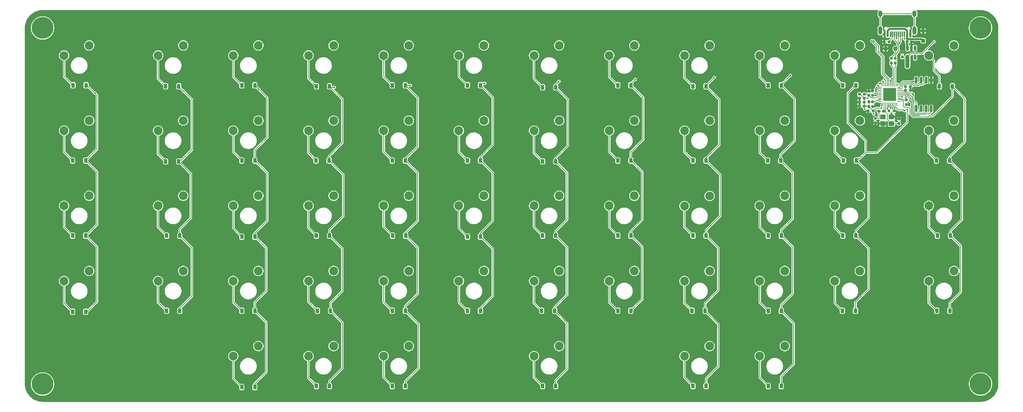
<source format=gbr>
%TF.GenerationSoftware,KiCad,Pcbnew,9.0.6*%
%TF.CreationDate,2026-01-13T20:26:05-05:00*%
%TF.ProjectId,60_keyboard,36305f6b-6579-4626-9f61-72642e6b6963,rev?*%
%TF.SameCoordinates,Original*%
%TF.FileFunction,Copper,L2,Bot*%
%TF.FilePolarity,Positive*%
%FSLAX46Y46*%
G04 Gerber Fmt 4.6, Leading zero omitted, Abs format (unit mm)*
G04 Created by KiCad (PCBNEW 9.0.6) date 2026-01-13 20:26:05*
%MOMM*%
%LPD*%
G01*
G04 APERTURE LIST*
G04 Aperture macros list*
%AMRoundRect*
0 Rectangle with rounded corners*
0 $1 Rounding radius*
0 $2 $3 $4 $5 $6 $7 $8 $9 X,Y pos of 4 corners*
0 Add a 4 corners polygon primitive as box body*
4,1,4,$2,$3,$4,$5,$6,$7,$8,$9,$2,$3,0*
0 Add four circle primitives for the rounded corners*
1,1,$1+$1,$2,$3*
1,1,$1+$1,$4,$5*
1,1,$1+$1,$6,$7*
1,1,$1+$1,$8,$9*
0 Add four rect primitives between the rounded corners*
20,1,$1+$1,$2,$3,$4,$5,0*
20,1,$1+$1,$4,$5,$6,$7,0*
20,1,$1+$1,$6,$7,$8,$9,0*
20,1,$1+$1,$8,$9,$2,$3,0*%
G04 Aperture macros list end*
%TA.AperFunction,ComponentPad*%
%ADD10C,2.200000*%
%TD*%
%TA.AperFunction,SMDPad,CuDef*%
%ADD11RoundRect,0.160000X-0.197500X-0.160000X0.197500X-0.160000X0.197500X0.160000X-0.197500X0.160000X0*%
%TD*%
%TA.AperFunction,SMDPad,CuDef*%
%ADD12RoundRect,0.225000X0.225000X0.375000X-0.225000X0.375000X-0.225000X-0.375000X0.225000X-0.375000X0*%
%TD*%
%TA.AperFunction,SMDPad,CuDef*%
%ADD13RoundRect,0.160000X-0.160000X0.197500X-0.160000X-0.197500X0.160000X-0.197500X0.160000X0.197500X0*%
%TD*%
%TA.AperFunction,SMDPad,CuDef*%
%ADD14RoundRect,0.160000X0.197500X0.160000X-0.197500X0.160000X-0.197500X-0.160000X0.197500X-0.160000X0*%
%TD*%
%TA.AperFunction,SMDPad,CuDef*%
%ADD15RoundRect,0.160000X0.160000X-0.197500X0.160000X0.197500X-0.160000X0.197500X-0.160000X-0.197500X0*%
%TD*%
%TA.AperFunction,SMDPad,CuDef*%
%ADD16R,0.600000X1.450000*%
%TD*%
%TA.AperFunction,SMDPad,CuDef*%
%ADD17R,0.300000X1.450000*%
%TD*%
%TA.AperFunction,HeatsinkPad*%
%ADD18O,1.000000X1.600000*%
%TD*%
%TA.AperFunction,HeatsinkPad*%
%ADD19O,1.000000X2.100000*%
%TD*%
%TA.AperFunction,SMDPad,CuDef*%
%ADD20RoundRect,0.250000X0.250000X-0.250000X0.250000X0.250000X-0.250000X0.250000X-0.250000X-0.250000X0*%
%TD*%
%TA.AperFunction,SMDPad,CuDef*%
%ADD21RoundRect,0.155000X-0.212500X-0.155000X0.212500X-0.155000X0.212500X0.155000X-0.212500X0.155000X0*%
%TD*%
%TA.AperFunction,SMDPad,CuDef*%
%ADD22R,1.400000X1.200000*%
%TD*%
%TA.AperFunction,SMDPad,CuDef*%
%ADD23RoundRect,0.076250X-0.228750X0.728750X-0.228750X-0.728750X0.228750X-0.728750X0.228750X0.728750X0*%
%TD*%
%TA.AperFunction,SMDPad,CuDef*%
%ADD24RoundRect,0.160000X-0.160000X0.222500X-0.160000X-0.222500X0.160000X-0.222500X0.160000X0.222500X0*%
%TD*%
%TA.AperFunction,SMDPad,CuDef*%
%ADD25RoundRect,0.250000X0.250000X0.250000X-0.250000X0.250000X-0.250000X-0.250000X0.250000X-0.250000X0*%
%TD*%
%TA.AperFunction,SMDPad,CuDef*%
%ADD26RoundRect,0.150000X-0.150000X0.512500X-0.150000X-0.512500X0.150000X-0.512500X0.150000X0.512500X0*%
%TD*%
%TA.AperFunction,SMDPad,CuDef*%
%ADD27R,0.810000X0.220000*%
%TD*%
%TA.AperFunction,SMDPad,CuDef*%
%ADD28R,0.220000X0.810000*%
%TD*%
%TA.AperFunction,SMDPad,CuDef*%
%ADD29R,3.300000X3.300000*%
%TD*%
%TA.AperFunction,SMDPad,CuDef*%
%ADD30RoundRect,0.160000X0.222500X0.160000X-0.222500X0.160000X-0.222500X-0.160000X0.222500X-0.160000X0*%
%TD*%
%TA.AperFunction,SMDPad,CuDef*%
%ADD31RoundRect,0.155000X0.155000X-0.212500X0.155000X0.212500X-0.155000X0.212500X-0.155000X-0.212500X0*%
%TD*%
%TA.AperFunction,ViaPad*%
%ADD32C,5.500000*%
%TD*%
%TA.AperFunction,ViaPad*%
%ADD33C,0.400000*%
%TD*%
%TA.AperFunction,ViaPad*%
%ADD34C,0.600000*%
%TD*%
%TA.AperFunction,Conductor*%
%ADD35C,0.200000*%
%TD*%
%TA.AperFunction,Conductor*%
%ADD36C,0.500000*%
%TD*%
%TA.AperFunction,Conductor*%
%ADD37C,1.000000*%
%TD*%
G04 APERTURE END LIST*
D10*
%TO.P,SW103,1,1*%
%TO.N,Net-(D103-A)*%
X220190000Y-59960000D03*
%TO.P,SW103,2,2*%
%TO.N,Row 3*%
X226540000Y-57420000D03*
%TD*%
%TO.P,SW79,1,1*%
%TO.N,Net-(D79-A)*%
X125190000Y-40960000D03*
%TO.P,SW79,2,2*%
%TO.N,Row 2*%
X131540000Y-38420000D03*
%TD*%
%TO.P,SW82,1,1*%
%TO.N,Net-(D82-A)*%
X144190000Y-21960000D03*
%TO.P,SW82,2,2*%
%TO.N,Row 1*%
X150540000Y-19420000D03*
%TD*%
%TO.P,SW68,1,1*%
%TO.N,Net-(D68-A)*%
X87190000Y-21960000D03*
%TO.P,SW68,2,2*%
%TO.N,Row 1*%
X93540000Y-19420000D03*
%TD*%
%TO.P,SW85,1,1*%
%TO.N,Net-(D85-A)*%
X144190000Y-78960000D03*
%TO.P,SW85,2,2*%
%TO.N,Row 4*%
X150540000Y-76420000D03*
%TD*%
%TO.P,SW91,1,1*%
%TO.N,Net-(D91-A)*%
X182190000Y-21960000D03*
%TO.P,SW91,2,2*%
%TO.N,Row 1*%
X188540000Y-19420000D03*
%TD*%
%TO.P,SW59,1,1*%
%TO.N,Net-(D59-A)*%
X49190000Y-21960000D03*
%TO.P,SW59,2,2*%
%TO.N,Row 1*%
X55540000Y-19420000D03*
%TD*%
%TO.P,SW86,1,1*%
%TO.N,Net-(D86-A)*%
X144190000Y-97960000D03*
%TO.P,SW86,2,2*%
%TO.N,Row 5*%
X150540000Y-95420000D03*
%TD*%
%TO.P,SW76,1,1*%
%TO.N,Net-(D76-A)*%
X106190000Y-78960000D03*
%TO.P,SW76,2,2*%
%TO.N,Row 4*%
X112540000Y-76420000D03*
%TD*%
%TO.P,SW97,1,1*%
%TO.N,Net-(D97-A)*%
X201190000Y-40960000D03*
%TO.P,SW97,2,2*%
%TO.N,Row 2*%
X207540000Y-38420000D03*
%TD*%
%TO.P,SW99,1,1*%
%TO.N,Net-(D99-A)*%
X201190000Y-78960000D03*
%TO.P,SW99,2,2*%
%TO.N,Row 4*%
X207540000Y-76420000D03*
%TD*%
%TO.P,SW106,1,1*%
%TO.N,Net-(D106-A)*%
X243940000Y-40960000D03*
%TO.P,SW106,2,2*%
%TO.N,Row 2*%
X250290000Y-38420000D03*
%TD*%
%TO.P,SW58,1,1*%
%TO.N,Net-(D58-A)*%
X25440000Y-78960000D03*
%TO.P,SW58,2,2*%
%TO.N,Row 4*%
X31790000Y-76420000D03*
%TD*%
%TO.P,SW83,1,1*%
%TO.N,Net-(D83-A)*%
X144190000Y-40960000D03*
%TO.P,SW83,2,2*%
%TO.N,Row 2*%
X150540000Y-38420000D03*
%TD*%
%TO.P,SW100,1,1*%
%TO.N,Net-(D100-A)*%
X201190000Y-97960000D03*
%TO.P,SW100,2,2*%
%TO.N,Row 5*%
X207540000Y-95420000D03*
%TD*%
%TO.P,SW55,1,1*%
%TO.N,Net-(D55-A)*%
X25440000Y-21960000D03*
%TO.P,SW55,2,2*%
%TO.N,Row 1*%
X31790000Y-19420000D03*
%TD*%
%TO.P,SW107,1,1*%
%TO.N,Net-(D107-A)*%
X243940000Y-59960000D03*
%TO.P,SW107,2,2*%
%TO.N,Row 3*%
X250290000Y-57420000D03*
%TD*%
%TO.P,SW72,1,1*%
%TO.N,Net-(D72-A)*%
X87190000Y-97960000D03*
%TO.P,SW72,2,2*%
%TO.N,Row 5*%
X93540000Y-95420000D03*
%TD*%
%TO.P,SW56,1,1*%
%TO.N,Net-(D56-A)*%
X25440000Y-40960000D03*
%TO.P,SW56,2,2*%
%TO.N,Row 2*%
X31790000Y-38420000D03*
%TD*%
%TO.P,SW93,1,1*%
%TO.N,Net-(D93-A)*%
X182190000Y-60000000D03*
%TO.P,SW93,2,2*%
%TO.N,Row 3*%
X188540000Y-57460000D03*
%TD*%
%TO.P,SW66,1,1*%
%TO.N,Net-(D66-A)*%
X68190000Y-78960000D03*
%TO.P,SW66,2,2*%
%TO.N,Row 4*%
X74540000Y-76420000D03*
%TD*%
%TO.P,SW81,1,1*%
%TO.N,Net-(D81-A)*%
X125190000Y-78960000D03*
%TO.P,SW81,2,2*%
%TO.N,Row 4*%
X131540000Y-76420000D03*
%TD*%
%TO.P,SW92,1,1*%
%TO.N,Net-(D92-A)*%
X182190000Y-40960000D03*
%TO.P,SW92,2,2*%
%TO.N,Row 2*%
X188540000Y-38420000D03*
%TD*%
%TO.P,SW64,1,1*%
%TO.N,Net-(D64-A)*%
X68190000Y-40960000D03*
%TO.P,SW64,2,2*%
%TO.N,Row 2*%
X74540000Y-38420000D03*
%TD*%
%TO.P,SW95,1,1*%
%TO.N,Net-(D95-A)*%
X182190000Y-97960000D03*
%TO.P,SW95,2,2*%
%TO.N,Row 5*%
X188540000Y-95420000D03*
%TD*%
%TO.P,SW94,1,1*%
%TO.N,Net-(D94-A)*%
X182190000Y-78960000D03*
%TO.P,SW94,2,2*%
%TO.N,Row 4*%
X188540000Y-76420000D03*
%TD*%
%TO.P,SW105,1,1*%
%TO.N,Net-(D105-A)*%
X243940000Y-21960000D03*
%TO.P,SW105,2,2*%
%TO.N,Row 1*%
X250290000Y-19420000D03*
%TD*%
%TO.P,SW108,1,1*%
%TO.N,Net-(D108-A)*%
X243940000Y-78960000D03*
%TO.P,SW108,2,2*%
%TO.N,Row 4*%
X250290000Y-76420000D03*
%TD*%
%TO.P,SW60,1,1*%
%TO.N,Net-(D60-A)*%
X49190000Y-40960000D03*
%TO.P,SW60,2,2*%
%TO.N,Row 2*%
X55540000Y-38420000D03*
%TD*%
%TO.P,SW69,1,1*%
%TO.N,Net-(D69-A)*%
X87190000Y-40960000D03*
%TO.P,SW69,2,2*%
%TO.N,Row 2*%
X93540000Y-38420000D03*
%TD*%
%TO.P,SW63,1,1*%
%TO.N,Net-(D63-A)*%
X68190000Y-21960000D03*
%TO.P,SW63,2,2*%
%TO.N,Row 1*%
X74540000Y-19420000D03*
%TD*%
%TO.P,SW78,1,1*%
%TO.N,Net-(D78-A)*%
X125190000Y-21960000D03*
%TO.P,SW78,2,2*%
%TO.N,Row 1*%
X131540000Y-19420000D03*
%TD*%
%TO.P,SW80,1,1*%
%TO.N,Net-(D80-A)*%
X125190000Y-59960000D03*
%TO.P,SW80,2,2*%
%TO.N,Row 3*%
X131540000Y-57420000D03*
%TD*%
%TO.P,SW96,1,1*%
%TO.N,Net-(D96-A)*%
X201190000Y-21960000D03*
%TO.P,SW96,2,2*%
%TO.N,Row 1*%
X207540000Y-19420000D03*
%TD*%
%TO.P,SW101,1,1*%
%TO.N,Net-(D101-A)*%
X220190000Y-21960000D03*
%TO.P,SW101,2,2*%
%TO.N,Row 1*%
X226540000Y-19420000D03*
%TD*%
%TO.P,SW67,1,1*%
%TO.N,Net-(D67-A)*%
X68190000Y-97960000D03*
%TO.P,SW67,2,2*%
%TO.N,Row 5*%
X74540000Y-95420000D03*
%TD*%
%TO.P,SW90,1,1*%
%TO.N,Net-(D90-A)*%
X163190000Y-78960000D03*
%TO.P,SW90,2,2*%
%TO.N,Row 4*%
X169540000Y-76420000D03*
%TD*%
%TO.P,SW102,1,1*%
%TO.N,Net-(D102-A)*%
X220190000Y-40960000D03*
%TO.P,SW102,2,2*%
%TO.N,Row 2*%
X226540000Y-38420000D03*
%TD*%
%TO.P,SW70,1,1*%
%TO.N,Net-(D70-A)*%
X87190000Y-59960000D03*
%TO.P,SW70,2,2*%
%TO.N,Row 3*%
X93540000Y-57420000D03*
%TD*%
%TO.P,SW65,1,1*%
%TO.N,Net-(D65-A)*%
X68190000Y-59960000D03*
%TO.P,SW65,2,2*%
%TO.N,Row 3*%
X74540000Y-57420000D03*
%TD*%
%TO.P,SW77,1,1*%
%TO.N,Net-(D77-A)*%
X106190000Y-97960000D03*
%TO.P,SW77,2,2*%
%TO.N,Row 5*%
X112540000Y-95420000D03*
%TD*%
%TO.P,SW98,1,1*%
%TO.N,Net-(D98-A)*%
X201190000Y-59960000D03*
%TO.P,SW98,2,2*%
%TO.N,Row 3*%
X207540000Y-57420000D03*
%TD*%
%TO.P,SW89,1,1*%
%TO.N,Net-(D89-A)*%
X163190000Y-59960000D03*
%TO.P,SW89,2,2*%
%TO.N,Row 3*%
X169540000Y-57420000D03*
%TD*%
%TO.P,SW61,1,1*%
%TO.N,Net-(D61-A)*%
X49190000Y-59960000D03*
%TO.P,SW61,2,2*%
%TO.N,Row 3*%
X55540000Y-57420000D03*
%TD*%
%TO.P,SW74,1,1*%
%TO.N,Net-(D74-A)*%
X106190000Y-40960000D03*
%TO.P,SW74,2,2*%
%TO.N,Row 2*%
X112540000Y-38420000D03*
%TD*%
%TO.P,SW57,1,1*%
%TO.N,Net-(D57-A)*%
X25440000Y-59960000D03*
%TO.P,SW57,2,2*%
%TO.N,Row 3*%
X31790000Y-57420000D03*
%TD*%
%TO.P,SW84,1,1*%
%TO.N,Net-(D84-A)*%
X144190000Y-59960000D03*
%TO.P,SW84,2,2*%
%TO.N,Row 3*%
X150540000Y-57420000D03*
%TD*%
%TO.P,SW73,1,1*%
%TO.N,Net-(D73-A)*%
X106190000Y-21960000D03*
%TO.P,SW73,2,2*%
%TO.N,Row 1*%
X112540000Y-19420000D03*
%TD*%
%TO.P,SW104,1,1*%
%TO.N,Net-(D104-A)*%
X220190000Y-78960000D03*
%TO.P,SW104,2,2*%
%TO.N,Row 4*%
X226540000Y-76420000D03*
%TD*%
%TO.P,SW87,1,1*%
%TO.N,Net-(D87-A)*%
X163190000Y-21960000D03*
%TO.P,SW87,2,2*%
%TO.N,Row 1*%
X169540000Y-19420000D03*
%TD*%
%TO.P,SW62,1,1*%
%TO.N,Net-(D62-A)*%
X49190000Y-78960000D03*
%TO.P,SW62,2,2*%
%TO.N,Row 4*%
X55540000Y-76420000D03*
%TD*%
%TO.P,SW88,1,1*%
%TO.N,Net-(D88-A)*%
X163190000Y-40960000D03*
%TO.P,SW88,2,2*%
%TO.N,Row 2*%
X169540000Y-38420000D03*
%TD*%
%TO.P,SW75,1,1*%
%TO.N,Net-(D75-A)*%
X106190000Y-59960000D03*
%TO.P,SW75,2,2*%
%TO.N,Row 3*%
X112540000Y-57420000D03*
%TD*%
%TO.P,SW71,1,1*%
%TO.N,Net-(D71-A)*%
X87190000Y-78960000D03*
%TO.P,SW71,2,2*%
%TO.N,Row 4*%
X93540000Y-76420000D03*
%TD*%
D11*
%TO.P,C6,1*%
%TO.N,SPI3.3*%
X238052500Y-29805000D03*
%TO.P,C6,2*%
%TO.N,GND*%
X239247500Y-29805000D03*
%TD*%
D12*
%TO.P,D85,1,K*%
%TO.N,Col 7*%
X149400000Y-86500000D03*
%TO.P,D85,2,A*%
%TO.N,Net-(D85-A)*%
X146100000Y-86500000D03*
%TD*%
%TO.P,D83,1,K*%
%TO.N,Col 7*%
X149650000Y-48750000D03*
%TO.P,D83,2,A*%
%TO.N,Net-(D83-A)*%
X146350000Y-48750000D03*
%TD*%
%TO.P,D61,1,K*%
%TO.N,Col 2*%
X54650000Y-67500000D03*
%TO.P,D61,2,A*%
%TO.N,Net-(D61-A)*%
X51350000Y-67500000D03*
%TD*%
%TO.P,D71,1,K*%
%TO.N,Col 4*%
X92750000Y-86500000D03*
%TO.P,D71,2,A*%
%TO.N,Net-(D71-A)*%
X89450000Y-86500000D03*
%TD*%
%TO.P,D95,1,K*%
%TO.N,Col 9*%
X187650000Y-105500000D03*
%TO.P,D95,2,A*%
%TO.N,Net-(D95-A)*%
X184350000Y-105500000D03*
%TD*%
%TO.P,D72,1,K*%
%TO.N,Col 4*%
X92500000Y-105500000D03*
%TO.P,D72,2,A*%
%TO.N,Net-(D72-A)*%
X89200000Y-105500000D03*
%TD*%
%TO.P,D55,1,K*%
%TO.N,Col 1*%
X31000000Y-29500000D03*
%TO.P,D55,2,A*%
%TO.N,Net-(D55-A)*%
X27700000Y-29500000D03*
%TD*%
D13*
%TO.P,C9,1*%
%TO.N,Net-(U1-VDDA3P3)*%
X229750000Y-33652500D03*
%TO.P,C9,2*%
%TO.N,GND*%
X229750000Y-34847500D03*
%TD*%
D12*
%TO.P,D87,1,K*%
%TO.N,Col 8*%
X168650000Y-29500000D03*
%TO.P,D87,2,A*%
%TO.N,Net-(D87-A)*%
X165350000Y-29500000D03*
%TD*%
%TO.P,D67,1,K*%
%TO.N,Col 3*%
X73650000Y-105750000D03*
%TO.P,D67,2,A*%
%TO.N,Net-(D67-A)*%
X70350000Y-105750000D03*
%TD*%
%TO.P,D80,1,K*%
%TO.N,Col 6*%
X130650000Y-67750000D03*
%TO.P,D80,2,A*%
%TO.N,Net-(D80-A)*%
X127350000Y-67750000D03*
%TD*%
D14*
%TO.P,C12,1*%
%TO.N,+3.3V*%
X227597500Y-32750000D03*
%TO.P,C12,2*%
%TO.N,GND*%
X226402500Y-32750000D03*
%TD*%
D12*
%TO.P,D70,1,K*%
%TO.N,Col 4*%
X92500000Y-67500000D03*
%TO.P,D70,2,A*%
%TO.N,Net-(D70-A)*%
X89200000Y-67500000D03*
%TD*%
D15*
%TO.P,C15,1*%
%TO.N,XTAL_N*%
X236400000Y-39152500D03*
%TO.P,C15,2*%
%TO.N,GND*%
X236400000Y-37957500D03*
%TD*%
D12*
%TO.P,D73,1,K*%
%TO.N,Col 5*%
X111650000Y-29500000D03*
%TO.P,D73,2,A*%
%TO.N,Net-(D73-A)*%
X108350000Y-29500000D03*
%TD*%
%TO.P,D77,1,K*%
%TO.N,Col 5*%
X111650000Y-105500000D03*
%TO.P,D77,2,A*%
%TO.N,Net-(D77-A)*%
X108350000Y-105500000D03*
%TD*%
%TO.P,D102,1,K*%
%TO.N,Col 11*%
X225650000Y-48500000D03*
%TO.P,D102,2,A*%
%TO.N,Net-(D102-A)*%
X222350000Y-48500000D03*
%TD*%
%TO.P,D104,1,K*%
%TO.N,Col 11*%
X225400000Y-86500000D03*
%TO.P,D104,2,A*%
%TO.N,Net-(D104-A)*%
X222100000Y-86500000D03*
%TD*%
D16*
%TO.P,J1,A1,GND*%
%TO.N,GND*%
X232750000Y-16545000D03*
%TO.P,J1,A4,VBUS*%
%TO.N,Vin*%
X233550000Y-16545000D03*
D17*
%TO.P,J1,A5,CC1*%
%TO.N,Net-(J1-CC1)*%
X234750000Y-16545000D03*
%TO.P,J1,A6,D+*%
%TO.N,D+*%
X235750000Y-16545000D03*
%TO.P,J1,A7,D-*%
%TO.N,D-*%
X236250000Y-16545000D03*
%TO.P,J1,A8,SBU1*%
%TO.N,unconnected-(J1-SBU1-PadA8)*%
X237250000Y-16545000D03*
D16*
%TO.P,J1,A9,VBUS*%
%TO.N,Vin*%
X238450000Y-16545000D03*
%TO.P,J1,A12,GND*%
%TO.N,GND*%
X239250000Y-16545000D03*
%TO.P,J1,B1,GND*%
X239250000Y-16545000D03*
%TO.P,J1,B4,VBUS*%
%TO.N,Vin*%
X238450000Y-16545000D03*
D17*
%TO.P,J1,B5,CC2*%
%TO.N,Net-(J1-CC2)*%
X237750000Y-16545000D03*
%TO.P,J1,B6,D+*%
%TO.N,D+*%
X236750000Y-16545000D03*
%TO.P,J1,B7,D-*%
%TO.N,D-*%
X235250000Y-16545000D03*
%TO.P,J1,B8,SBU2*%
%TO.N,unconnected-(J1-SBU2-PadB8)*%
X234250000Y-16545000D03*
D16*
%TO.P,J1,B9,VBUS*%
%TO.N,Vin*%
X233550000Y-16545000D03*
%TO.P,J1,B12,GND*%
%TO.N,GND*%
X232750000Y-16545000D03*
D18*
%TO.P,J1,S1,SHIELD*%
%TO.N,unconnected-(J1-SHIELD-PadS1)*%
X231680000Y-11450000D03*
D19*
X231680000Y-15630000D03*
D18*
X240320000Y-11450000D03*
D19*
X240320000Y-15630000D03*
%TD*%
D13*
%TO.P,R7,1*%
%TO.N,D-*%
X234500000Y-22652500D03*
%TO.P,R7,2*%
%TO.N,Net-(U1-USB_D-{slash}GPIO12)*%
X234500000Y-23847500D03*
%TD*%
D14*
%TO.P,C10,1*%
%TO.N,+3.3V*%
X227597500Y-34750000D03*
%TO.P,C10,2*%
%TO.N,GND*%
X226402500Y-34750000D03*
%TD*%
D13*
%TO.P,C4,1*%
%TO.N,+3.3V*%
X238250000Y-33152500D03*
%TO.P,C4,2*%
%TO.N,GND*%
X238250000Y-34347500D03*
%TD*%
D20*
%TO.P,D1,1,A1*%
%TO.N,Vin*%
X242500000Y-18250000D03*
%TO.P,D1,2,A2*%
%TO.N,GND*%
X242500000Y-15750000D03*
%TD*%
D12*
%TO.P,D76,1,K*%
%TO.N,Col 5*%
X111650000Y-86500000D03*
%TO.P,D76,2,A*%
%TO.N,Net-(D76-A)*%
X108350000Y-86500000D03*
%TD*%
%TO.P,D78,1,K*%
%TO.N,Col 6*%
X130650000Y-29500000D03*
%TO.P,D78,2,A*%
%TO.N,Net-(D78-A)*%
X127350000Y-29500000D03*
%TD*%
D13*
%TO.P,C14,1*%
%TO.N,Net-(C14-Pad1)*%
X230400000Y-37860000D03*
%TO.P,C14,2*%
%TO.N,GND*%
X230400000Y-39055000D03*
%TD*%
D12*
%TO.P,D101,1,K*%
%TO.N,Col 11*%
X225500000Y-29500000D03*
%TO.P,D101,2,A*%
%TO.N,Net-(D101-A)*%
X222200000Y-29500000D03*
%TD*%
%TO.P,D56,1,K*%
%TO.N,Col 1*%
X30900000Y-48500000D03*
%TO.P,D56,2,A*%
%TO.N,Net-(D56-A)*%
X27600000Y-48500000D03*
%TD*%
D15*
%TO.P,C3,1*%
%TO.N,+3.3V*%
X229750000Y-32097500D03*
%TO.P,C3,2*%
%TO.N,GND*%
X229750000Y-30902500D03*
%TD*%
D12*
%TO.P,D92,1,K*%
%TO.N,Col 9*%
X187650000Y-48500000D03*
%TO.P,D92,2,A*%
%TO.N,Net-(D92-A)*%
X184350000Y-48500000D03*
%TD*%
%TO.P,D89,1,K*%
%TO.N,Col 8*%
X168650000Y-67500000D03*
%TO.P,D89,2,A*%
%TO.N,Net-(D89-A)*%
X165350000Y-67500000D03*
%TD*%
%TO.P,D68,1,K*%
%TO.N,Col 4*%
X92500000Y-29750000D03*
%TO.P,D68,2,A*%
%TO.N,Net-(D68-A)*%
X89200000Y-29750000D03*
%TD*%
D21*
%TO.P,C1,1*%
%TO.N,Vin*%
X238432500Y-18500000D03*
%TO.P,C1,2*%
%TO.N,GND*%
X239567500Y-18500000D03*
%TD*%
D12*
%TO.P,D79,1,K*%
%TO.N,Col 6*%
X130650000Y-48500000D03*
%TO.P,D79,2,A*%
%TO.N,Net-(D79-A)*%
X127350000Y-48500000D03*
%TD*%
D22*
%TO.P,Y1,1*%
%TO.N,Net-(C14-Pad1)*%
X232300000Y-37455000D03*
%TO.P,Y1,2,GND*%
%TO.N,GND*%
X234500000Y-37455000D03*
%TO.P,Y1,3*%
%TO.N,XTAL_N*%
X234500000Y-39155000D03*
%TO.P,Y1,4,GND_*%
%TO.N,GND*%
X232300000Y-39155000D03*
%TD*%
D15*
%TO.P,R8,1*%
%TO.N,Net-(U1-USB_D+{slash}GPIO13)*%
X235500000Y-23847500D03*
%TO.P,R8,2*%
%TO.N,D+*%
X235500000Y-22652500D03*
%TD*%
D12*
%TO.P,D64,1,K*%
%TO.N,Col 3*%
X73650000Y-48500000D03*
%TO.P,D64,2,A*%
%TO.N,Net-(D64-A)*%
X70350000Y-48500000D03*
%TD*%
D23*
%TO.P,U3,1,~CS*%
%TO.N,~CS*%
X240745000Y-28200000D03*
%TO.P,U3,2,SO(IO1)*%
%TO.N,MISO*%
X242015000Y-28200000D03*
%TO.P,U3,3,~WP(IO2)*%
%TO.N,~WP*%
X243285000Y-28200000D03*
%TO.P,U3,4,VSS*%
%TO.N,GND*%
X244555000Y-28200000D03*
%TO.P,U3,5,SI(IO0)*%
%TO.N,MOSI*%
X244555000Y-35410000D03*
%TO.P,U3,6,SCLK*%
%TO.N,SCLK*%
X243285000Y-35410000D03*
%TO.P,U3,7,~HOLD(IO3)*%
%TO.N,~HOLD*%
X242015000Y-35410000D03*
%TO.P,U3,8,VCC*%
%TO.N,SPI3.3*%
X240745000Y-35410000D03*
%TD*%
D12*
%TO.P,D63,1,K*%
%TO.N,Col 3*%
X73650000Y-29500000D03*
%TO.P,D63,2,A*%
%TO.N,Net-(D63-A)*%
X70350000Y-29500000D03*
%TD*%
%TO.P,D90,1,K*%
%TO.N,Col 8*%
X168650000Y-86500000D03*
%TO.P,D90,2,A*%
%TO.N,Net-(D90-A)*%
X165350000Y-86500000D03*
%TD*%
%TO.P,D84,1,K*%
%TO.N,Col 7*%
X149650000Y-67500000D03*
%TO.P,D84,2,A*%
%TO.N,Net-(D84-A)*%
X146350000Y-67500000D03*
%TD*%
%TO.P,D60,1,K*%
%TO.N,Col 2*%
X54400000Y-48750000D03*
%TO.P,D60,2,A*%
%TO.N,Net-(D60-A)*%
X51100000Y-48750000D03*
%TD*%
%TO.P,D103,1,K*%
%TO.N,Col 11*%
X225500000Y-67500000D03*
%TO.P,D103,2,A*%
%TO.N,Net-(D103-A)*%
X222200000Y-67500000D03*
%TD*%
%TO.P,D74,1,K*%
%TO.N,Col 5*%
X111650000Y-48500000D03*
%TO.P,D74,2,A*%
%TO.N,Net-(D74-A)*%
X108350000Y-48500000D03*
%TD*%
%TO.P,D58,1,K*%
%TO.N,Col 1*%
X30900000Y-86750000D03*
%TO.P,D58,2,A*%
%TO.N,Net-(D58-A)*%
X27600000Y-86750000D03*
%TD*%
%TO.P,D105,1,K*%
%TO.N,Col 12*%
X249900000Y-29750000D03*
%TO.P,D105,2,A*%
%TO.N,Net-(D105-A)*%
X246600000Y-29750000D03*
%TD*%
D24*
%TO.P,L1,1,1*%
%TO.N,Net-(U1-VDDA3P3)*%
X228750000Y-33677500D03*
%TO.P,L1,2,2*%
%TO.N,+3.3V*%
X228750000Y-34822500D03*
%TD*%
D25*
%TO.P,D5,1,A1*%
%TO.N,D-*%
X235500000Y-20250000D03*
%TO.P,D5,2,A2*%
%TO.N,GND*%
X233000000Y-20250000D03*
%TD*%
D12*
%TO.P,D107,1,K*%
%TO.N,Col 12*%
X249400000Y-67500000D03*
%TO.P,D107,2,A*%
%TO.N,Net-(D107-A)*%
X246100000Y-67500000D03*
%TD*%
D26*
%TO.P,U2,1,VIN*%
%TO.N,Vin*%
X238550000Y-20112500D03*
%TO.P,U2,2,GND*%
%TO.N,GND*%
X239500000Y-20112500D03*
%TO.P,U2,3,CE*%
%TO.N,unconnected-(U2-CE-Pad3)*%
X240450000Y-20112500D03*
%TO.P,U2,4,NC*%
%TO.N,unconnected-(U2-NC-Pad4)*%
X240450000Y-22387500D03*
%TO.P,U2,5,VOUT*%
%TO.N,+3.3V*%
X238550000Y-22387500D03*
%TD*%
D27*
%TO.P,U1,1,ANT*%
%TO.N,unconnected-(U1-ANT-Pad1)*%
X231555000Y-33605000D03*
%TO.P,U1,2,VDDA3P3*%
%TO.N,Net-(U1-VDDA3P3)*%
X231555000Y-33205000D03*
%TO.P,U1,3,VDDA3P3__1*%
X231555000Y-32805000D03*
%TO.P,U1,4,CHIP_PU*%
%TO.N,Net-(U1-CHIP_PU)*%
X231555000Y-32405000D03*
%TO.P,U1,5,VDDPST1*%
%TO.N,+3.3V*%
X231555000Y-32005000D03*
%TO.P,U1,6,GPIO0/XTAL_32K_P*%
%TO.N,Col 1*%
X231555000Y-31605000D03*
%TO.P,U1,7,GPIO1/XTAL_32K_N*%
%TO.N,Col 2*%
X231555000Y-31205000D03*
%TO.P,U1,8,GPIO2*%
%TO.N,Col 3*%
X231555000Y-30805000D03*
%TO.P,U1,9,GPIO3*%
%TO.N,Col 4*%
X231555000Y-30405000D03*
%TO.P,U1,10,GPIO4/MTMS*%
%TO.N,Col 5*%
X231555000Y-30005000D03*
D28*
%TO.P,U1,11,GPIO5/MTDI*%
%TO.N,Col 6*%
X232200000Y-29360000D03*
%TO.P,U1,12,GPIO6/MTCK*%
%TO.N,Col 7*%
X232600000Y-29360000D03*
%TO.P,U1,13,GPIO7/MTDO*%
%TO.N,Col 8*%
X233000000Y-29360000D03*
%TO.P,U1,14,GPIO8*%
%TO.N,Net-(SW1-C)*%
X233400000Y-29360000D03*
%TO.P,U1,15,GPIO9*%
%TO.N,Net-(SW1-A)*%
X233800000Y-29360000D03*
%TO.P,U1,16,GPIO10*%
%TO.N,Col 9*%
X234200000Y-29360000D03*
%TO.P,U1,17,GPIO11*%
%TO.N,Col 10*%
X234600000Y-29360000D03*
%TO.P,U1,18,USB_D-/GPIO12*%
%TO.N,Net-(U1-USB_D-{slash}GPIO12)*%
X235000000Y-29360000D03*
%TO.P,U1,19,USB_D+/GPIO13*%
%TO.N,Net-(U1-USB_D+{slash}GPIO13)*%
X235400000Y-29360000D03*
%TO.P,U1,20,SPICS0/GPIO24*%
%TO.N,~CS*%
X235800000Y-29360000D03*
D27*
%TO.P,U1,21,SPIQ/GPIO25*%
%TO.N,MISO*%
X236445000Y-30005000D03*
%TO.P,U1,22,SPIWP/GPIO26*%
%TO.N,~WP*%
X236445000Y-30405000D03*
%TO.P,U1,23,VDD_SPI*%
%TO.N,SPI3.3*%
X236445000Y-30805000D03*
%TO.P,U1,24,SPIHD/GPIO28*%
%TO.N,~HOLD*%
X236445000Y-31205000D03*
%TO.P,U1,25,SPICLK/GPIO29*%
%TO.N,SCLK*%
X236445000Y-31605000D03*
%TO.P,U1,26,SPID/GPIO30*%
%TO.N,MOSI*%
X236445000Y-32005000D03*
%TO.P,U1,27,GPIO15*%
%TO.N,Col 11*%
X236445000Y-32405000D03*
%TO.P,U1,28,VDDPST2*%
%TO.N,+3.3V*%
X236445000Y-32805000D03*
%TO.P,U1,29,U0TXD/GPIO16*%
%TO.N,Col 12*%
X236445000Y-33205000D03*
%TO.P,U1,30,U0RXD/GPIO17*%
%TO.N,unconnected-(U1-U0RXD{slash}GPIO17-Pad30)*%
X236445000Y-33605000D03*
D28*
%TO.P,U1,31,SDIO_CMD/GPIO18*%
%TO.N,unconnected-(U1-SDIO_CMD{slash}GPIO18-Pad31)*%
X235800000Y-34250000D03*
%TO.P,U1,32,SDIO_CLK/GPIO19*%
%TO.N,Row 1*%
X235400000Y-34250000D03*
%TO.P,U1,33,SDIO_DATA0/GPIO20*%
%TO.N,Row 2*%
X235000000Y-34250000D03*
%TO.P,U1,34,SDIO_DATA1/GPIO21*%
%TO.N,Row 3*%
X234600000Y-34250000D03*
%TO.P,U1,35,SDIO_DATA2/GPIO22*%
%TO.N,Row 4*%
X234200000Y-34250000D03*
%TO.P,U1,36,SDIO_DATA3/GPIO23*%
%TO.N,Row 5*%
X233800000Y-34250000D03*
%TO.P,U1,37,VDDA1*%
%TO.N,+3.3V*%
X233400000Y-34250000D03*
%TO.P,U1,38,XTAL_N*%
%TO.N,XTAL_N*%
X233000000Y-34250000D03*
%TO.P,U1,39,XTAL_P*%
%TO.N,XTAL_P*%
X232600000Y-34250000D03*
%TO.P,U1,40,VDDA2*%
%TO.N,+3.3V*%
X232200000Y-34250000D03*
D29*
%TO.P,U1,41,GND*%
%TO.N,GND*%
X234000000Y-31805000D03*
%TD*%
D12*
%TO.P,D93,1,K*%
%TO.N,Col 9*%
X187650000Y-67500000D03*
%TO.P,D93,2,A*%
%TO.N,Net-(D93-A)*%
X184350000Y-67500000D03*
%TD*%
D14*
%TO.P,C11,1*%
%TO.N,+3.3V*%
X227597500Y-33750000D03*
%TO.P,C11,2*%
%TO.N,GND*%
X226402500Y-33750000D03*
%TD*%
D12*
%TO.P,D65,1,K*%
%TO.N,Col 3*%
X73650000Y-67750000D03*
%TO.P,D65,2,A*%
%TO.N,Net-(D65-A)*%
X70350000Y-67750000D03*
%TD*%
%TO.P,D86,1,K*%
%TO.N,Col 7*%
X149650000Y-105500000D03*
%TO.P,D86,2,A*%
%TO.N,Net-(D86-A)*%
X146350000Y-105500000D03*
%TD*%
D14*
%TO.P,R2,1*%
%TO.N,Net-(J1-CC1)*%
X233847500Y-18500000D03*
%TO.P,R2,2*%
%TO.N,GND*%
X232652500Y-18500000D03*
%TD*%
D12*
%TO.P,D99,1,K*%
%TO.N,Col 10*%
X206650000Y-86500000D03*
%TO.P,D99,2,A*%
%TO.N,Net-(D99-A)*%
X203350000Y-86500000D03*
%TD*%
%TO.P,D98,1,K*%
%TO.N,Col 10*%
X206650000Y-67500000D03*
%TO.P,D98,2,A*%
%TO.N,Net-(D98-A)*%
X203350000Y-67500000D03*
%TD*%
%TO.P,D62,1,K*%
%TO.N,Col 2*%
X54650000Y-86500000D03*
%TO.P,D62,2,A*%
%TO.N,Net-(D62-A)*%
X51350000Y-86500000D03*
%TD*%
D30*
%TO.P,L2,1,1*%
%TO.N,XTAL_P*%
X232472500Y-36055000D03*
%TO.P,L2,2,2*%
%TO.N,Net-(C14-Pad1)*%
X231327500Y-36055000D03*
%TD*%
D12*
%TO.P,D91,1,K*%
%TO.N,Col 9*%
X187650000Y-29750000D03*
%TO.P,D91,2,A*%
%TO.N,Net-(D91-A)*%
X184350000Y-29750000D03*
%TD*%
%TO.P,D94,1,K*%
%TO.N,Col 9*%
X187400000Y-86500000D03*
%TO.P,D94,2,A*%
%TO.N,Net-(D94-A)*%
X184100000Y-86500000D03*
%TD*%
%TO.P,D81,1,K*%
%TO.N,Col 6*%
X130650000Y-86500000D03*
%TO.P,D81,2,A*%
%TO.N,Net-(D81-A)*%
X127350000Y-86500000D03*
%TD*%
%TO.P,D75,1,K*%
%TO.N,Col 5*%
X111750000Y-67500000D03*
%TO.P,D75,2,A*%
%TO.N,Net-(D75-A)*%
X108450000Y-67500000D03*
%TD*%
%TO.P,D57,1,K*%
%TO.N,Col 1*%
X30900000Y-67500000D03*
%TO.P,D57,2,A*%
%TO.N,Net-(D57-A)*%
X27600000Y-67500000D03*
%TD*%
%TO.P,D82,1,K*%
%TO.N,Col 7*%
X149650000Y-30000000D03*
%TO.P,D82,2,A*%
%TO.N,Net-(D82-A)*%
X146350000Y-30000000D03*
%TD*%
%TO.P,D69,1,K*%
%TO.N,Col 4*%
X92400000Y-48500000D03*
%TO.P,D69,2,A*%
%TO.N,Net-(D69-A)*%
X89100000Y-48500000D03*
%TD*%
%TO.P,D59,1,K*%
%TO.N,Col 2*%
X54400000Y-29750000D03*
%TO.P,D59,2,A*%
%TO.N,Net-(D59-A)*%
X51100000Y-29750000D03*
%TD*%
%TO.P,D100,1,K*%
%TO.N,Col 10*%
X206650000Y-105500000D03*
%TO.P,D100,2,A*%
%TO.N,Net-(D100-A)*%
X203350000Y-105500000D03*
%TD*%
%TO.P,D108,1,K*%
%TO.N,Col 12*%
X249250000Y-86500000D03*
%TO.P,D108,2,A*%
%TO.N,Net-(D108-A)*%
X245950000Y-86500000D03*
%TD*%
%TO.P,D66,1,K*%
%TO.N,Col 3*%
X73650000Y-86500000D03*
%TO.P,D66,2,A*%
%TO.N,Net-(D66-A)*%
X70350000Y-86500000D03*
%TD*%
D11*
%TO.P,C8,1*%
%TO.N,+3.3V*%
X233902500Y-36000000D03*
%TO.P,C8,2*%
%TO.N,GND*%
X235097500Y-36000000D03*
%TD*%
%TO.P,R3,1*%
%TO.N,+3.3V*%
X226402500Y-31750000D03*
%TO.P,R3,2*%
%TO.N,Net-(U1-CHIP_PU)*%
X227597500Y-31750000D03*
%TD*%
D31*
%TO.P,C13,1*%
%TO.N,Net-(U1-CHIP_PU)*%
X228750000Y-32067500D03*
%TO.P,C13,2*%
%TO.N,GND*%
X228750000Y-30932500D03*
%TD*%
D12*
%TO.P,D96,1,K*%
%TO.N,Col 10*%
X206650000Y-29500000D03*
%TO.P,D96,2,A*%
%TO.N,Net-(D96-A)*%
X203350000Y-29500000D03*
%TD*%
D31*
%TO.P,C2,1*%
%TO.N,+3.3V*%
X237250000Y-22317500D03*
%TO.P,C2,2*%
%TO.N,GND*%
X237250000Y-21182500D03*
%TD*%
D12*
%TO.P,D97,1,K*%
%TO.N,Col 10*%
X206500000Y-48500000D03*
%TO.P,D97,2,A*%
%TO.N,Net-(D97-A)*%
X203200000Y-48500000D03*
%TD*%
%TO.P,D106,1,K*%
%TO.N,Col 12*%
X249150000Y-48500000D03*
%TO.P,D106,2,A*%
%TO.N,Net-(D106-A)*%
X245850000Y-48500000D03*
%TD*%
D11*
%TO.P,C5,1*%
%TO.N,SPI3.3*%
X238052500Y-30805000D03*
%TO.P,C5,2*%
%TO.N,GND*%
X239247500Y-30805000D03*
%TD*%
D12*
%TO.P,D88,1,K*%
%TO.N,Col 8*%
X168650000Y-48500000D03*
%TO.P,D88,2,A*%
%TO.N,Net-(D88-A)*%
X165350000Y-48500000D03*
%TD*%
D14*
%TO.P,C7,1*%
%TO.N,+3.3V*%
X229847500Y-36000000D03*
%TO.P,C7,2*%
%TO.N,GND*%
X228652500Y-36000000D03*
%TD*%
D32*
%TO.N,*%
X20000000Y-105000000D03*
X257000000Y-105000000D03*
X257000000Y-15000000D03*
X20000000Y-15000000D03*
D33*
%TO.N,Col 1*%
X33250000Y-31500000D03*
X230343185Y-31571391D03*
%TO.N,Col 2*%
X230500000Y-31000000D03*
X55700000Y-31050000D03*
%TO.N,Col 3*%
X230479726Y-30500412D03*
X74700000Y-30550000D03*
%TO.N,Col 4*%
X93750000Y-30000000D03*
X230750000Y-30000000D03*
%TO.N,Col 6*%
X231500000Y-29000000D03*
X131750000Y-29000000D03*
%TO.N,Col 7*%
X232250000Y-28500000D03*
X150500000Y-28500000D03*
%TO.N,Col 8*%
X169750000Y-28000000D03*
X232750000Y-28000000D03*
%TO.N,Col 9*%
X189750000Y-27500000D03*
X234250000Y-28250000D03*
%TO.N,Col 10*%
X234600000Y-27750000D03*
X209000000Y-27000000D03*
%TO.N,Col 11*%
X238500000Y-35500000D03*
X237250000Y-32405000D03*
%TO.N,Col 5*%
X113000000Y-29500000D03*
X231000000Y-29500000D03*
%TO.N,Row 1*%
X237832575Y-35914119D03*
%TO.N,Row 2*%
X235314336Y-35380022D03*
%TO.N,Row 3*%
X234747943Y-35379315D03*
%TO.N,Row 4*%
X234250000Y-35250000D03*
%TO.N,Row 5*%
X233824001Y-34984999D03*
D34*
%TO.N,GND*%
X230750000Y-34500000D03*
X231750000Y-17500000D03*
X233000000Y-31750000D03*
X234000000Y-30750000D03*
X235000000Y-32750000D03*
X237250000Y-20250000D03*
X240250000Y-30500000D03*
X236500000Y-22000000D03*
X235000000Y-31750000D03*
X232500000Y-40500000D03*
X236250000Y-25750000D03*
X233500000Y-23250000D03*
X239250000Y-37750000D03*
X237500000Y-18750000D03*
X239500000Y-14250000D03*
X225000000Y-34750000D03*
X234500000Y-21250000D03*
X234000000Y-31750000D03*
X236500000Y-23250000D03*
X232750000Y-14250000D03*
X233000000Y-32750000D03*
X233000000Y-30750000D03*
X236250000Y-27000000D03*
X228500000Y-37500000D03*
X236250000Y-24500000D03*
X235000000Y-30750000D03*
X233750000Y-24750000D03*
X234250000Y-26250000D03*
X236000000Y-37000000D03*
X233500000Y-22000000D03*
X226750000Y-36250000D03*
X225000000Y-32250000D03*
X232000000Y-20500000D03*
X239000000Y-34250000D03*
X241000000Y-17000000D03*
X236250000Y-28000000D03*
X234000000Y-32750000D03*
X244500000Y-26500000D03*
X230750000Y-37000000D03*
D33*
%TO.N,+3.3V*%
X238500000Y-24750000D03*
X228500000Y-32750000D03*
X227750000Y-35500000D03*
X238500000Y-23800000D03*
X237992284Y-32587504D03*
X232000000Y-35250000D03*
X230509011Y-32043095D03*
X230000000Y-36750000D03*
X238500000Y-24250000D03*
X245250000Y-18500000D03*
X233400000Y-35250000D03*
%TO.N,SPI3.3*%
X240000000Y-31750000D03*
%TO.N,D+*%
X235750000Y-17670002D03*
X236532843Y-18782843D03*
%TO.N,~CS*%
X239941000Y-28555000D03*
%TO.N,Net-(SW1-C)*%
X229499997Y-18250000D03*
%TO.N,Net-(SW1-A)*%
X230000000Y-18250000D03*
%TO.N,Net-(J1-CC2)*%
X237750000Y-17750000D03*
%TD*%
D35*
%TO.N,Col 1*%
X30900000Y-48500000D02*
X33750000Y-51350000D01*
X33750000Y-45650000D02*
X30900000Y-48500000D01*
X33750000Y-84250000D02*
X31250000Y-86750000D01*
X33750000Y-64750000D02*
X31000000Y-67500000D01*
X33750000Y-51350000D02*
X33750000Y-64750000D01*
X230376794Y-31605000D02*
X230343185Y-31571391D01*
X31250000Y-29500000D02*
X33750000Y-32000000D01*
X33750000Y-70350000D02*
X33750000Y-84250000D01*
X231555000Y-31605000D02*
X230376794Y-31605000D01*
X31250000Y-86750000D02*
X30900000Y-86750000D01*
X31000000Y-29500000D02*
X31250000Y-29500000D01*
X33750000Y-32000000D02*
X33750000Y-45650000D01*
X30900000Y-67500000D02*
X33750000Y-70350000D01*
X31000000Y-67500000D02*
X30900000Y-67500000D01*
%TO.N,Col 2*%
X57500000Y-63000000D02*
X54650000Y-65850000D01*
X54400000Y-29750000D02*
X57750000Y-33100000D01*
X54650000Y-65850000D02*
X54650000Y-67500000D01*
X54400000Y-48750000D02*
X57500000Y-51850000D01*
X54701000Y-48449000D02*
X54400000Y-48750000D01*
X57750000Y-70600000D02*
X57750000Y-82750000D01*
X230705000Y-31205000D02*
X230500000Y-31000000D01*
X57750000Y-82750000D02*
X54650000Y-85850000D01*
X55051000Y-48449000D02*
X54701000Y-48449000D01*
X57500000Y-51850000D02*
X57500000Y-63000000D01*
X231555000Y-31205000D02*
X230705000Y-31205000D01*
X57750000Y-45750000D02*
X55051000Y-48449000D01*
X54650000Y-85850000D02*
X54650000Y-86500000D01*
X54650000Y-67500000D02*
X57750000Y-70600000D01*
X57750000Y-33100000D02*
X57750000Y-45750000D01*
%TO.N,Col 3*%
X230479726Y-30500412D02*
X230619734Y-30500412D01*
X76750000Y-42750000D02*
X73650000Y-45850000D01*
X73650000Y-45850000D02*
X73650000Y-48500000D01*
X73650000Y-84350000D02*
X73650000Y-86500000D01*
X230924322Y-30805000D02*
X231555000Y-30805000D01*
X74700000Y-30550000D02*
X73650000Y-29500000D01*
X73650000Y-104850000D02*
X73650000Y-105750000D01*
X76500000Y-102000000D02*
X73650000Y-104850000D01*
X76750000Y-51600000D02*
X76750000Y-63750000D01*
X76500000Y-70600000D02*
X76500000Y-81500000D01*
X76500000Y-89350000D02*
X76500000Y-102000000D01*
X73650000Y-86500000D02*
X76500000Y-89350000D01*
X73650000Y-48500000D02*
X76750000Y-51600000D01*
X73650000Y-66850000D02*
X73650000Y-67750000D01*
X73650000Y-67750000D02*
X76500000Y-70600000D01*
X76750000Y-63750000D02*
X73650000Y-66850000D01*
X76750000Y-32600000D02*
X76750000Y-42750000D01*
X73650000Y-29500000D02*
X76750000Y-32600000D01*
X76500000Y-81500000D02*
X73650000Y-84350000D01*
X230619734Y-30500412D02*
X230924322Y-30805000D01*
%TO.N,Col 4*%
X92500000Y-29750000D02*
X95750000Y-33000000D01*
X95750000Y-89500000D02*
X95750000Y-101000000D01*
X92400000Y-48500000D02*
X96000000Y-52100000D01*
X95750000Y-101000000D02*
X92500000Y-104250000D01*
X230950000Y-30405000D02*
X231555000Y-30405000D01*
X95750000Y-33000000D02*
X95750000Y-44000000D01*
X96000000Y-62500000D02*
X92500000Y-66000000D01*
X92500000Y-67500000D02*
X95750000Y-70750000D01*
X230750000Y-30205000D02*
X230950000Y-30405000D01*
X92500000Y-66000000D02*
X92500000Y-67500000D01*
X92750000Y-86500000D02*
X95750000Y-89500000D01*
X96000000Y-52100000D02*
X96000000Y-62500000D01*
X92750000Y-30000000D02*
X92500000Y-29750000D01*
X95750000Y-81500000D02*
X92750000Y-84500000D01*
X92750000Y-84500000D02*
X92750000Y-86500000D01*
X95750000Y-44000000D02*
X92400000Y-47350000D01*
X93750000Y-30000000D02*
X92750000Y-30000000D01*
X92500000Y-104250000D02*
X92500000Y-105500000D01*
X92400000Y-47350000D02*
X92400000Y-48500000D01*
X95750000Y-70750000D02*
X95750000Y-81500000D01*
X230750000Y-30000000D02*
X230750000Y-30205000D01*
%TO.N,Col 6*%
X133750000Y-63750000D02*
X130650000Y-66850000D01*
X130650000Y-47600000D02*
X130650000Y-48500000D01*
X131750000Y-29000000D02*
X131000000Y-29000000D01*
X130650000Y-29500000D02*
X133750000Y-32600000D01*
X130650000Y-66850000D02*
X130650000Y-67750000D01*
X133750000Y-32600000D02*
X133750000Y-44500000D01*
X130650000Y-85850000D02*
X130650000Y-86500000D01*
X133750000Y-44500000D02*
X130650000Y-47600000D01*
X131000000Y-29000000D02*
X130650000Y-29350000D01*
X133750000Y-82750000D02*
X130650000Y-85850000D01*
X231500000Y-29000000D02*
X231840000Y-29000000D01*
X130650000Y-48500000D02*
X133750000Y-51600000D01*
X133750000Y-70850000D02*
X133750000Y-82750000D01*
X130650000Y-67750000D02*
X133750000Y-70850000D01*
X231840000Y-29000000D02*
X232200000Y-29360000D01*
X130650000Y-29350000D02*
X130650000Y-29500000D01*
X133750000Y-51600000D02*
X133750000Y-63750000D01*
%TO.N,Col 7*%
X232600000Y-28850000D02*
X232250000Y-28500000D01*
X152500000Y-63500000D02*
X149650000Y-66350000D01*
X149650000Y-29350000D02*
X149650000Y-30000000D01*
X149400000Y-85600000D02*
X149400000Y-86500000D01*
X150500000Y-28500000D02*
X149650000Y-29350000D01*
X232600000Y-29360000D02*
X232600000Y-28850000D01*
X149650000Y-67500000D02*
X152500000Y-70350000D01*
X152500000Y-101250000D02*
X149650000Y-104100000D01*
X149650000Y-104100000D02*
X149650000Y-105500000D01*
X149650000Y-66350000D02*
X149650000Y-67500000D01*
X152500000Y-70350000D02*
X152500000Y-82500000D01*
X152750000Y-44750000D02*
X149650000Y-47850000D01*
X152500000Y-82500000D02*
X149400000Y-85600000D01*
X152500000Y-89600000D02*
X152500000Y-101250000D01*
X152500000Y-51600000D02*
X152500000Y-63500000D01*
X149650000Y-47850000D02*
X149650000Y-48750000D01*
X149400000Y-86500000D02*
X152500000Y-89600000D01*
X152750000Y-33100000D02*
X152750000Y-44750000D01*
X149650000Y-48750000D02*
X152500000Y-51600000D01*
X149650000Y-30000000D02*
X152750000Y-33100000D01*
%TO.N,Col 8*%
X168650000Y-29500000D02*
X171750000Y-32600000D01*
X168650000Y-66350000D02*
X168650000Y-67500000D01*
X168650000Y-29100000D02*
X168650000Y-29500000D01*
X171500000Y-70350000D02*
X171500000Y-83650000D01*
X171750000Y-43250000D02*
X168650000Y-46350000D01*
X171500000Y-83650000D02*
X168650000Y-86500000D01*
X168650000Y-48500000D02*
X171500000Y-51350000D01*
X232750000Y-28000000D02*
X233000000Y-28250000D01*
X171500000Y-51350000D02*
X171500000Y-63500000D01*
X171750000Y-32600000D02*
X171750000Y-43250000D01*
X169750000Y-28000000D02*
X168650000Y-29100000D01*
X168650000Y-46350000D02*
X168650000Y-48500000D01*
X168650000Y-67500000D02*
X171500000Y-70350000D01*
X171500000Y-63500000D02*
X168650000Y-66350000D01*
X233000000Y-28250000D02*
X233000000Y-29360000D01*
%TO.N,Col 9*%
X187650000Y-29750000D02*
X191000000Y-33100000D01*
X190750000Y-89850000D02*
X190750000Y-100500000D01*
X234250000Y-29310000D02*
X234200000Y-29360000D01*
X190750000Y-100500000D02*
X187650000Y-103600000D01*
X190750000Y-70600000D02*
X190750000Y-81250000D01*
X234250000Y-28250000D02*
X234250000Y-29310000D01*
X191250000Y-62500000D02*
X187650000Y-66100000D01*
X191000000Y-44500000D02*
X187650000Y-47850000D01*
X187650000Y-47850000D02*
X187650000Y-48500000D01*
X191250000Y-52100000D02*
X191250000Y-62500000D01*
X187650000Y-66100000D02*
X187650000Y-67500000D01*
X187400000Y-84600000D02*
X187400000Y-86500000D01*
X190750000Y-81250000D02*
X187400000Y-84600000D01*
X187650000Y-67500000D02*
X190750000Y-70600000D01*
X189750000Y-27500000D02*
X187650000Y-29600000D01*
X187400000Y-86500000D02*
X190750000Y-89850000D01*
X187650000Y-29600000D02*
X187650000Y-29750000D01*
X187650000Y-103600000D02*
X187650000Y-105500000D01*
X187650000Y-48500000D02*
X191250000Y-52100000D01*
X191000000Y-33100000D02*
X191000000Y-44500000D01*
%TO.N,Col 10*%
X206650000Y-85100000D02*
X206650000Y-86500000D01*
X206650000Y-86500000D02*
X209750000Y-89600000D01*
X206500000Y-47000000D02*
X206500000Y-48500000D01*
X206650000Y-67500000D02*
X209500000Y-70350000D01*
X209750000Y-100000000D02*
X206650000Y-103100000D01*
X234600000Y-27750000D02*
X234651000Y-27801000D01*
X210000000Y-43500000D02*
X206500000Y-47000000D01*
X209500000Y-82250000D02*
X206650000Y-85100000D01*
X209500000Y-70350000D02*
X209500000Y-82250000D01*
X206500000Y-48500000D02*
X209500000Y-51500000D01*
X210000000Y-32850000D02*
X210000000Y-43500000D01*
X206650000Y-29500000D02*
X210000000Y-32850000D01*
X234651000Y-29309000D02*
X234600000Y-29360000D01*
X209000000Y-27000000D02*
X206650000Y-29350000D01*
X206650000Y-103100000D02*
X206650000Y-105500000D01*
X209750000Y-89600000D02*
X209750000Y-100000000D01*
X206650000Y-29350000D02*
X206650000Y-29500000D01*
X209500000Y-63250000D02*
X206650000Y-66100000D01*
X234651000Y-27801000D02*
X234651000Y-29309000D01*
X206650000Y-66100000D02*
X206650000Y-67500000D01*
X209500000Y-51500000D02*
X209500000Y-63250000D01*
%TO.N,Col 11*%
X228000000Y-43500000D02*
X228000000Y-46500000D01*
X225500000Y-29500000D02*
X223500000Y-31500000D01*
X226551000Y-47949000D02*
X226201000Y-47949000D01*
X238500000Y-38750000D02*
X238500000Y-35500000D01*
X223500000Y-39000000D02*
X228000000Y-43500000D01*
X228750000Y-70750000D02*
X228750000Y-81000000D01*
X228750000Y-63000000D02*
X225500000Y-66250000D01*
X223500000Y-31500000D02*
X223500000Y-39000000D01*
X225500000Y-66250000D02*
X225500000Y-67500000D01*
X228750000Y-81000000D02*
X225400000Y-84350000D01*
X228000000Y-46500000D02*
X230750000Y-46500000D01*
X225650000Y-48500000D02*
X228750000Y-51600000D01*
X237250000Y-32405000D02*
X236445000Y-32405000D01*
X225500000Y-67500000D02*
X228750000Y-70750000D01*
X228000000Y-46500000D02*
X226551000Y-47949000D01*
X230750000Y-46500000D02*
X238500000Y-38750000D01*
X228750000Y-51600000D02*
X228750000Y-63000000D01*
X225400000Y-84350000D02*
X225400000Y-86500000D01*
X226201000Y-47949000D02*
X225650000Y-48500000D01*
%TO.N,Col 12*%
X245000000Y-37250000D02*
X244066704Y-37250000D01*
X249900000Y-29750000D02*
X249900000Y-32350000D01*
X249150000Y-47600000D02*
X249150000Y-48500000D01*
X237500000Y-33655000D02*
X237050000Y-33205000D01*
X252250000Y-51600000D02*
X252250000Y-63500000D01*
X239225178Y-35475178D02*
X238750000Y-35000000D01*
X243858704Y-37458000D02*
X240025966Y-37458000D01*
X244066704Y-37250000D02*
X243858704Y-37458000D01*
X253000000Y-32850000D02*
X253000000Y-43750000D01*
X249150000Y-48500000D02*
X252250000Y-51600000D01*
X237500000Y-34750000D02*
X237500000Y-33655000D01*
X240025966Y-37458000D02*
X239225178Y-36657212D01*
X249400000Y-66350000D02*
X249400000Y-67500000D01*
X249400000Y-67500000D02*
X252000000Y-70100000D01*
X239225178Y-36657212D02*
X239225178Y-35475178D01*
X253000000Y-43750000D02*
X249150000Y-47600000D01*
X237050000Y-33205000D02*
X236445000Y-33205000D01*
X252250000Y-63500000D02*
X249400000Y-66350000D01*
X237750000Y-35000000D02*
X237500000Y-34750000D01*
X249900000Y-29750000D02*
X253000000Y-32850000D01*
X252000000Y-81750000D02*
X249250000Y-84500000D01*
X238750000Y-35000000D02*
X237750000Y-35000000D01*
X252000000Y-70100000D02*
X252000000Y-81750000D01*
X249250000Y-84500000D02*
X249250000Y-86500000D01*
X249900000Y-32350000D02*
X245000000Y-37250000D01*
%TO.N,Col 5*%
X111750000Y-66750000D02*
X111750000Y-67500000D01*
X114750000Y-70500000D02*
X114750000Y-82250000D01*
X111650000Y-29500000D02*
X114750000Y-32600000D01*
X114750000Y-82250000D02*
X111650000Y-85350000D01*
X231505000Y-30005000D02*
X231000000Y-29500000D01*
X115000000Y-89850000D02*
X115000000Y-101000000D01*
X111650000Y-85350000D02*
X111650000Y-86500000D01*
X111650000Y-48500000D02*
X114750000Y-51600000D01*
X115000000Y-101000000D02*
X111650000Y-104350000D01*
X114750000Y-45000000D02*
X111650000Y-48100000D01*
X114750000Y-51600000D02*
X114750000Y-63750000D01*
X114750000Y-32600000D02*
X114750000Y-45000000D01*
X111650000Y-86500000D02*
X115000000Y-89850000D01*
X111750000Y-67500000D02*
X114750000Y-70500000D01*
X111650000Y-48100000D02*
X111650000Y-48500000D01*
X114750000Y-63750000D02*
X111750000Y-66750000D01*
X113000000Y-29500000D02*
X111650000Y-29500000D01*
X111650000Y-104350000D02*
X111650000Y-105500000D01*
X231555000Y-30005000D02*
X231505000Y-30005000D01*
%TO.N,Row 1*%
X236250000Y-35750000D02*
X235400000Y-34900000D01*
X237668456Y-35750000D02*
X236250000Y-35750000D01*
X235400000Y-34900000D02*
X235400000Y-34250000D01*
X237832575Y-35914119D02*
X237668456Y-35750000D01*
%TO.N,Row 2*%
X235314336Y-35380022D02*
X235314336Y-35240014D01*
X235314336Y-35240014D02*
X235000000Y-34925678D01*
X235000000Y-34925678D02*
X235000000Y-34250000D01*
%TO.N,Row 3*%
X234750000Y-35182900D02*
X234600000Y-35032900D01*
X234750000Y-35250000D02*
X234750000Y-35182900D01*
X234747943Y-35252057D02*
X234750000Y-35250000D01*
X234747943Y-35379315D02*
X234747943Y-35252057D01*
X234600000Y-35032900D02*
X234600000Y-34250000D01*
%TO.N,Row 4*%
X234250000Y-34300000D02*
X234200000Y-34250000D01*
X234250000Y-35250000D02*
X234250000Y-34300000D01*
%TO.N,Row 5*%
X233824001Y-34274001D02*
X233800000Y-34250000D01*
X233824001Y-34984999D02*
X233824001Y-34274001D01*
%TO.N,GND*%
X229750000Y-31250000D02*
X229774966Y-31250000D01*
X229750000Y-30902500D02*
X229750000Y-31250000D01*
D36*
%TO.N,Vin*%
X238450000Y-15768000D02*
X238450000Y-16545000D01*
X242089000Y-17839000D02*
X242500000Y-18250000D01*
X234000000Y-15250000D02*
X237932000Y-15250000D01*
X237932000Y-15250000D02*
X238450000Y-15768000D01*
X233550000Y-15700000D02*
X234000000Y-15250000D01*
X233550000Y-16545000D02*
X233550000Y-15700000D01*
X238450000Y-16545000D02*
X238450000Y-19762500D01*
X238450000Y-19762500D02*
X238550000Y-19862500D01*
X238817000Y-17839000D02*
X242089000Y-17839000D01*
X238450000Y-17472000D02*
X238817000Y-17839000D01*
X238450000Y-16545000D02*
X238450000Y-17472000D01*
D35*
%TO.N,+3.3V*%
X228500000Y-32750000D02*
X227597500Y-32750000D01*
X237520678Y-33250000D02*
X237174678Y-32904000D01*
X227597500Y-32750000D02*
X226597500Y-31750000D01*
D37*
X238550000Y-22387500D02*
X238550000Y-24700000D01*
D35*
X228750000Y-34902500D02*
X229847500Y-36000000D01*
X229847500Y-36000000D02*
X230597500Y-35250000D01*
X230509011Y-32043095D02*
X229804405Y-32043095D01*
X238250000Y-33152500D02*
X238250000Y-32845220D01*
X238152500Y-33250000D02*
X237520678Y-33250000D01*
X237051000Y-32904000D02*
X237051000Y-32894000D01*
X237174678Y-32904000D02*
X237051000Y-32904000D01*
X232000000Y-34450000D02*
X232200000Y-34250000D01*
X237320000Y-22387500D02*
X237250000Y-22317500D01*
X229847500Y-36597500D02*
X230000000Y-36750000D01*
X230529966Y-32005000D02*
X231555000Y-32005000D01*
X245250000Y-18500000D02*
X242226000Y-21524000D01*
X227597500Y-34750000D02*
X227597500Y-35347500D01*
X229804405Y-32043095D02*
X229750000Y-32097500D01*
X229847500Y-36000000D02*
X229847500Y-36597500D01*
X228750000Y-34822500D02*
X228750000Y-34902500D01*
X230597500Y-35250000D02*
X232000000Y-35250000D01*
X232000000Y-35250000D02*
X232000000Y-34450000D01*
X238250000Y-33152500D02*
X238152500Y-33250000D01*
X227597500Y-34750000D02*
X228677500Y-34750000D01*
X236534000Y-32894000D02*
X236445000Y-32805000D01*
X226597500Y-31750000D02*
X226402500Y-31750000D01*
X228677500Y-34750000D02*
X228750000Y-34822500D01*
X227597500Y-35347500D02*
X227750000Y-35500000D01*
X233400000Y-35250000D02*
X233400000Y-35497500D01*
X238550000Y-22387500D02*
X237320000Y-22387500D01*
X233400000Y-35250000D02*
X233400000Y-34250000D01*
X238550000Y-24700000D02*
X238500000Y-24750000D01*
X227597500Y-32750000D02*
X227597500Y-34750000D01*
X242226000Y-21524000D02*
X239413500Y-21524000D01*
X233400000Y-35497500D02*
X233902500Y-36000000D01*
X239413500Y-21524000D02*
X238550000Y-22387500D01*
X238250000Y-32845220D02*
X237992284Y-32587504D01*
X237051000Y-32894000D02*
X236534000Y-32894000D01*
%TO.N,SPI3.3*%
X236445000Y-30805000D02*
X238052500Y-30805000D01*
X238052500Y-29805000D02*
X238052500Y-30805000D01*
X240000000Y-33155000D02*
X240745000Y-33900000D01*
X240745000Y-33900000D02*
X240745000Y-35410000D01*
X239750000Y-31500000D02*
X240000000Y-31750000D01*
X238747500Y-31500000D02*
X239750000Y-31500000D01*
X240000000Y-31750000D02*
X240000000Y-33155000D01*
X238052500Y-30805000D02*
X238747500Y-31500000D01*
%TO.N,Net-(U1-VDDA3P3)*%
X230391500Y-33652500D02*
X230750000Y-33294000D01*
X231555000Y-33205000D02*
X231555000Y-32805000D01*
X231466000Y-33294000D02*
X231555000Y-33205000D01*
X230750000Y-33294000D02*
X231466000Y-33294000D01*
X228775000Y-33652500D02*
X230391500Y-33652500D01*
X228750000Y-33677500D02*
X228775000Y-33652500D01*
%TO.N,Net-(U1-CHIP_PU)*%
X227597500Y-31750000D02*
X228432500Y-31750000D01*
X230845000Y-32405000D02*
X231555000Y-32405000D01*
X228432500Y-31750000D02*
X228750000Y-32067500D01*
X230594000Y-32656000D02*
X230845000Y-32405000D01*
X228750000Y-32067500D02*
X229338500Y-32656000D01*
X229338500Y-32656000D02*
X230594000Y-32656000D01*
%TO.N,Net-(C14-Pad1)*%
X231550000Y-37455000D02*
X231327500Y-37232500D01*
X231327500Y-37232500D02*
X231327500Y-36055000D01*
X230400000Y-37860000D02*
X231895000Y-37860000D01*
%TO.N,XTAL_N*%
X233056000Y-35741034D02*
X233000000Y-35685034D01*
X236400000Y-39152500D02*
X234502500Y-39152500D01*
X233000000Y-35685034D02*
X233000000Y-34250000D01*
X234500000Y-39155000D02*
X233400000Y-38055000D01*
X233400000Y-38055000D02*
X233400000Y-36650000D01*
X233056000Y-36306000D02*
X233056000Y-35741034D01*
X233400000Y-36650000D02*
X233056000Y-36306000D01*
%TO.N,Net-(D55-A)*%
X25440000Y-21960000D02*
X25440000Y-27240000D01*
X25440000Y-27240000D02*
X27700000Y-29500000D01*
%TO.N,Net-(D56-A)*%
X25440000Y-46340000D02*
X27600000Y-48500000D01*
X25440000Y-40960000D02*
X25440000Y-46340000D01*
%TO.N,Net-(D57-A)*%
X25440000Y-59960000D02*
X25440000Y-65340000D01*
X25440000Y-65340000D02*
X27600000Y-67500000D01*
%TO.N,Net-(D58-A)*%
X25440000Y-78960000D02*
X25440000Y-84590000D01*
X25440000Y-84590000D02*
X27600000Y-86750000D01*
%TO.N,Net-(D59-A)*%
X49190000Y-27840000D02*
X51100000Y-29750000D01*
X49190000Y-21960000D02*
X49190000Y-27840000D01*
%TO.N,Net-(D60-A)*%
X49190000Y-46840000D02*
X51100000Y-48750000D01*
X49190000Y-40960000D02*
X49190000Y-46840000D01*
%TO.N,Net-(D61-A)*%
X49190000Y-59960000D02*
X49190000Y-65340000D01*
X49190000Y-65340000D02*
X51350000Y-67500000D01*
%TO.N,Net-(D62-A)*%
X49190000Y-78960000D02*
X49190000Y-84340000D01*
X49190000Y-84340000D02*
X51350000Y-86500000D01*
%TO.N,Net-(D63-A)*%
X68190000Y-27340000D02*
X70350000Y-29500000D01*
X68190000Y-21960000D02*
X68190000Y-27340000D01*
%TO.N,Net-(D64-A)*%
X68190000Y-40960000D02*
X68190000Y-46340000D01*
X68190000Y-46340000D02*
X70350000Y-48500000D01*
%TO.N,Net-(D65-A)*%
X68190000Y-65590000D02*
X70350000Y-67750000D01*
X68190000Y-59960000D02*
X68190000Y-65590000D01*
%TO.N,Net-(D66-A)*%
X68190000Y-78960000D02*
X68190000Y-84340000D01*
X68190000Y-84340000D02*
X70350000Y-86500000D01*
%TO.N,Net-(D67-A)*%
X68190000Y-103590000D02*
X70350000Y-105750000D01*
X68190000Y-97960000D02*
X68190000Y-103590000D01*
%TO.N,Net-(D68-A)*%
X87190000Y-27740000D02*
X89200000Y-29750000D01*
X87190000Y-21960000D02*
X87190000Y-27740000D01*
%TO.N,Net-(D69-A)*%
X87190000Y-40960000D02*
X87190000Y-46590000D01*
X87190000Y-46590000D02*
X89100000Y-48500000D01*
%TO.N,Net-(D70-A)*%
X87190000Y-65490000D02*
X89200000Y-67500000D01*
X87190000Y-59960000D02*
X87190000Y-65490000D01*
%TO.N,Net-(D71-A)*%
X87190000Y-78960000D02*
X87190000Y-84240000D01*
X87190000Y-84240000D02*
X89450000Y-86500000D01*
%TO.N,Net-(D72-A)*%
X87190000Y-97960000D02*
X87190000Y-103490000D01*
X87190000Y-103490000D02*
X89200000Y-105500000D01*
%TO.N,Net-(D73-A)*%
X106190000Y-27340000D02*
X108350000Y-29500000D01*
X106190000Y-21960000D02*
X106190000Y-27340000D01*
%TO.N,Net-(D74-A)*%
X106190000Y-40960000D02*
X106190000Y-46340000D01*
X106190000Y-46340000D02*
X108350000Y-48500000D01*
%TO.N,Net-(D75-A)*%
X106190000Y-65240000D02*
X108450000Y-67500000D01*
X106190000Y-59960000D02*
X106190000Y-65240000D01*
%TO.N,Net-(D76-A)*%
X106190000Y-78960000D02*
X106190000Y-84340000D01*
X106190000Y-84340000D02*
X108350000Y-86500000D01*
%TO.N,Net-(D77-A)*%
X106190000Y-103340000D02*
X108350000Y-105500000D01*
X106190000Y-97960000D02*
X106190000Y-103340000D01*
%TO.N,Net-(D78-A)*%
X125190000Y-27340000D02*
X127350000Y-29500000D01*
X125190000Y-21960000D02*
X125190000Y-27340000D01*
%TO.N,Net-(D79-A)*%
X125190000Y-46340000D02*
X127350000Y-48500000D01*
X125190000Y-40960000D02*
X125190000Y-46340000D01*
%TO.N,Net-(D80-A)*%
X125190000Y-65590000D02*
X127350000Y-67750000D01*
X125190000Y-59960000D02*
X125190000Y-65590000D01*
%TO.N,Net-(D81-A)*%
X125190000Y-84340000D02*
X127350000Y-86500000D01*
X125190000Y-78960000D02*
X125190000Y-84340000D01*
%TO.N,Net-(D82-A)*%
X144190000Y-27840000D02*
X146350000Y-30000000D01*
X144190000Y-21960000D02*
X144190000Y-27840000D01*
%TO.N,Net-(D83-A)*%
X144190000Y-46590000D02*
X146350000Y-48750000D01*
X144190000Y-40960000D02*
X144190000Y-46590000D01*
%TO.N,Net-(D84-A)*%
X144190000Y-65340000D02*
X146350000Y-67500000D01*
X144190000Y-59960000D02*
X144190000Y-65340000D01*
%TO.N,Net-(D85-A)*%
X144190000Y-78960000D02*
X144190000Y-84590000D01*
X144190000Y-84590000D02*
X146100000Y-86500000D01*
%TO.N,Net-(D86-A)*%
X144190000Y-97960000D02*
X144190000Y-103340000D01*
X144190000Y-103340000D02*
X146350000Y-105500000D01*
%TO.N,Net-(D87-A)*%
X163190000Y-27340000D02*
X165350000Y-29500000D01*
X163190000Y-21960000D02*
X163190000Y-27340000D01*
%TO.N,Net-(D88-A)*%
X163190000Y-46340000D02*
X165350000Y-48500000D01*
X163190000Y-40960000D02*
X163190000Y-46340000D01*
%TO.N,Net-(D89-A)*%
X163190000Y-65340000D02*
X165350000Y-67500000D01*
X163190000Y-59960000D02*
X163190000Y-65340000D01*
%TO.N,Net-(D90-A)*%
X163190000Y-78960000D02*
X163190000Y-84340000D01*
X163190000Y-84340000D02*
X165350000Y-86500000D01*
%TO.N,Net-(D91-A)*%
X182190000Y-27590000D02*
X184350000Y-29750000D01*
X182190000Y-21960000D02*
X182190000Y-27590000D01*
%TO.N,Net-(D92-A)*%
X182190000Y-46340000D02*
X184350000Y-48500000D01*
X182190000Y-40960000D02*
X182190000Y-46340000D01*
%TO.N,Net-(D93-A)*%
X182190000Y-65340000D02*
X184350000Y-67500000D01*
X182190000Y-60000000D02*
X182190000Y-65340000D01*
%TO.N,Net-(D94-A)*%
X182190000Y-84590000D02*
X184100000Y-86500000D01*
X182190000Y-78960000D02*
X182190000Y-84590000D01*
%TO.N,Net-(D95-A)*%
X182190000Y-103340000D02*
X184350000Y-105500000D01*
X182190000Y-97960000D02*
X182190000Y-103340000D01*
%TO.N,Net-(D96-A)*%
X201190000Y-21960000D02*
X201190000Y-27340000D01*
X201190000Y-27340000D02*
X203350000Y-29500000D01*
%TO.N,Net-(D97-A)*%
X201190000Y-40960000D02*
X201190000Y-46490000D01*
X201190000Y-46490000D02*
X203200000Y-48500000D01*
%TO.N,Net-(D98-A)*%
X201190000Y-59960000D02*
X201190000Y-65340000D01*
X201190000Y-65340000D02*
X203350000Y-67500000D01*
%TO.N,Net-(D99-A)*%
X201190000Y-84340000D02*
X203350000Y-86500000D01*
X201190000Y-78960000D02*
X201190000Y-84340000D01*
%TO.N,Net-(D100-A)*%
X201190000Y-97960000D02*
X201190000Y-103340000D01*
X201190000Y-103340000D02*
X203350000Y-105500000D01*
%TO.N,Net-(D101-A)*%
X220190000Y-21960000D02*
X220190000Y-27490000D01*
X220190000Y-27490000D02*
X222200000Y-29500000D01*
%TO.N,Net-(D102-A)*%
X220190000Y-46340000D02*
X222350000Y-48500000D01*
X220190000Y-40960000D02*
X220190000Y-46340000D01*
%TO.N,Net-(D103-A)*%
X220190000Y-59960000D02*
X220190000Y-65490000D01*
X220190000Y-65490000D02*
X222200000Y-67500000D01*
%TO.N,Net-(D104-A)*%
X220190000Y-84590000D02*
X222100000Y-86500000D01*
X220190000Y-78960000D02*
X220190000Y-84590000D01*
%TO.N,Net-(D105-A)*%
X246500000Y-27000000D02*
X246500000Y-27250000D01*
X245250000Y-25750000D02*
X246500000Y-27000000D01*
X246500000Y-27250000D02*
X246600000Y-27350000D01*
X243940000Y-21960000D02*
X245250000Y-23270000D01*
X245250000Y-23270000D02*
X245250000Y-25750000D01*
X246600000Y-27350000D02*
X246600000Y-29750000D01*
%TO.N,Net-(D106-A)*%
X243940000Y-40960000D02*
X243940000Y-46590000D01*
X243940000Y-46590000D02*
X245850000Y-48500000D01*
%TO.N,Net-(D107-A)*%
X243940000Y-65340000D02*
X246100000Y-67500000D01*
X243940000Y-59960000D02*
X243940000Y-65340000D01*
%TO.N,Net-(D108-A)*%
X243940000Y-84490000D02*
X245950000Y-86500000D01*
X243940000Y-78960000D02*
X243940000Y-84490000D01*
%TO.N,D+*%
X236301000Y-19949000D02*
X236301000Y-19014686D01*
X235801000Y-21352144D02*
X236250000Y-20903144D01*
X236250000Y-20000000D02*
X236301000Y-19949000D01*
X235750000Y-16545000D02*
X235750000Y-17670002D01*
X236750000Y-18565686D02*
X236532843Y-18782843D01*
X235500000Y-21902500D02*
X235500000Y-22652500D01*
X235801000Y-21601500D02*
X235500000Y-21902500D01*
X235801000Y-21601500D02*
X235801000Y-21352144D01*
X236750000Y-16545000D02*
X236750000Y-18565686D01*
X236301000Y-19014686D02*
X236532843Y-18782843D01*
X236250000Y-20903144D02*
X236250000Y-20000000D01*
%TO.N,D-*%
X235250000Y-16545000D02*
X235250000Y-18000000D01*
X235500000Y-20250000D02*
X236000000Y-19750000D01*
X234500000Y-22476822D02*
X234500000Y-22652500D01*
X236250000Y-18500000D02*
X236250000Y-16545000D01*
X235250000Y-18000000D02*
X236000000Y-18750000D01*
X235500000Y-20250000D02*
X235500000Y-21476822D01*
X235500000Y-21476822D02*
X234500000Y-22476822D01*
X236000000Y-19750000D02*
X236000000Y-18750000D01*
X236000000Y-18750000D02*
X236250000Y-18500000D01*
%TO.N,XTAL_P*%
X232472500Y-36055000D02*
X232600000Y-35927500D01*
X232600000Y-35927500D02*
X232600000Y-34250000D01*
%TO.N,~CS*%
X236595000Y-29360000D02*
X237400000Y-28555000D01*
X237400000Y-28555000D02*
X239941000Y-28555000D01*
X235800000Y-29360000D02*
X236595000Y-29360000D01*
X239941000Y-28555000D02*
X240390000Y-28555000D01*
%TO.N,Net-(SW1-C)*%
X233400000Y-27900000D02*
X233400000Y-29360000D01*
X230770739Y-19587839D02*
X230770739Y-20946417D01*
X232162161Y-22337839D02*
X232162161Y-26662161D01*
X229499997Y-18317097D02*
X230770739Y-19587839D01*
X232162161Y-26662161D02*
X233400000Y-27900000D01*
X229499997Y-18250000D02*
X229499997Y-18317097D01*
X230770739Y-20946417D02*
X232162161Y-22337839D01*
%TO.N,Net-(SW1-A)*%
X233800000Y-27800000D02*
X233800000Y-29360000D01*
X231250000Y-19500000D02*
X231250000Y-21000000D01*
X232500000Y-26500000D02*
X233800000Y-27800000D01*
X230000000Y-18250000D02*
X231250000Y-19500000D01*
X231250000Y-21000000D02*
X232500000Y-22250000D01*
X232500000Y-22250000D02*
X232500000Y-26500000D01*
%TO.N,MISO*%
X237594000Y-28856000D02*
X239637950Y-28856000D01*
X239637950Y-28856000D02*
X239836950Y-29055000D01*
X240150000Y-29055000D02*
X240400000Y-29305000D01*
X239836950Y-29055000D02*
X240150000Y-29055000D01*
X236445000Y-30005000D02*
X237594000Y-28856000D01*
X241150000Y-29305000D02*
X242015000Y-28440000D01*
X240400000Y-29305000D02*
X241150000Y-29305000D01*
%TO.N,SCLK*%
X238023144Y-31627000D02*
X238498144Y-32102000D01*
X236445000Y-31605000D02*
X237554356Y-31605000D01*
X239827178Y-36407856D02*
X240275322Y-36856000D01*
X240275322Y-36856000D02*
X241349000Y-36856000D01*
X238852000Y-32102000D02*
X239398000Y-32648000D01*
X237576356Y-31627000D02*
X238023144Y-31627000D01*
X241650000Y-36555000D02*
X242944999Y-36555000D01*
X238498144Y-32102000D02*
X238852000Y-32102000D01*
X237554356Y-31605000D02*
X237576356Y-31627000D01*
X239827178Y-33833534D02*
X239827178Y-36407856D01*
X242944999Y-36555000D02*
X243285000Y-36214999D01*
X239398000Y-32648000D02*
X239398000Y-33404356D01*
X241349000Y-36856000D02*
X241650000Y-36555000D01*
X239398000Y-33404356D02*
X239827178Y-33833534D01*
%TO.N,~HOLD*%
X241400000Y-36025000D02*
X242015000Y-35410000D01*
X238147822Y-31326000D02*
X238622822Y-31801000D01*
X239699000Y-33279678D02*
X240150000Y-33730678D01*
X239699000Y-32449000D02*
X239699000Y-33279678D01*
X240400000Y-36555000D02*
X241150000Y-36555000D01*
X240150000Y-33730678D02*
X240150000Y-36305000D01*
X239051000Y-31801000D02*
X239699000Y-32449000D01*
X240150000Y-36305000D02*
X240400000Y-36555000D01*
X237580034Y-31205000D02*
X237701034Y-31326000D01*
X236445000Y-31205000D02*
X237580034Y-31205000D01*
X237701034Y-31326000D02*
X238147822Y-31326000D01*
X238622822Y-31801000D02*
X239051000Y-31801000D01*
X241150000Y-36555000D02*
X241400000Y-36305000D01*
X241400000Y-36305000D02*
X241400000Y-36025000D01*
%TO.N,~WP*%
X236445000Y-30405000D02*
X237050000Y-30405000D01*
X241650000Y-29305000D02*
X242400000Y-29305000D01*
X237050000Y-30405000D02*
X237150000Y-30305000D01*
X240150000Y-29606000D02*
X241349000Y-29606000D01*
X242400000Y-29305000D02*
X243285000Y-28420000D01*
X237718678Y-29157000D02*
X239502000Y-29157000D01*
X237150000Y-30305000D02*
X237150000Y-29725678D01*
X237150000Y-29725678D02*
X237718678Y-29157000D01*
X239701000Y-29356000D02*
X239900000Y-29356000D01*
X239900000Y-29356000D02*
X240150000Y-29606000D01*
X241349000Y-29606000D02*
X241650000Y-29305000D01*
X239502000Y-29157000D02*
X239701000Y-29356000D01*
%TO.N,MOSI*%
X238653000Y-32403000D02*
X239097000Y-32847000D01*
X243400000Y-36555000D02*
X244214999Y-36555000D01*
X237250000Y-32003644D02*
X237250000Y-32000000D01*
X237248644Y-32005000D02*
X237250000Y-32003644D01*
X236445000Y-32005000D02*
X237248644Y-32005000D01*
X240150644Y-37157000D02*
X241473678Y-37157000D01*
X239097000Y-32847000D02*
X239097000Y-33529034D01*
X239526178Y-33958212D02*
X239526178Y-36532534D01*
X239097000Y-33529034D02*
X239526178Y-33958212D01*
X241737839Y-36892839D02*
X243062161Y-36892839D01*
X241473678Y-37157000D02*
X241737839Y-36892839D01*
X239526178Y-36532534D02*
X240150644Y-37157000D01*
X237970466Y-32000000D02*
X238373466Y-32403000D01*
X238373466Y-32403000D02*
X238653000Y-32403000D01*
X237250000Y-32000000D02*
X237970466Y-32000000D01*
X243062161Y-36892839D02*
X243400000Y-36555000D01*
X244214999Y-36555000D02*
X244555000Y-36214999D01*
%TO.N,Net-(U1-USB_D-{slash}GPIO12)*%
X234500000Y-24500000D02*
X234500000Y-23847500D01*
X235000000Y-25000000D02*
X234500000Y-24500000D01*
X235000000Y-25000000D02*
X235000000Y-29360000D01*
%TO.N,Net-(U1-USB_D+{slash}GPIO13)*%
X235400000Y-24900000D02*
X235500000Y-24800000D01*
X235400000Y-24900000D02*
X235400000Y-29360000D01*
X235500000Y-24800000D02*
X235500000Y-23847500D01*
%TO.N,unconnected-(J1-SHIELD-PadS1)*%
X231680000Y-15630000D02*
X231680000Y-11450000D01*
X240320000Y-15630000D02*
X240320000Y-11450000D01*
X231680000Y-11450000D02*
X240320000Y-11450000D01*
%TO.N,Net-(J1-CC2)*%
X237750000Y-17750000D02*
X237750000Y-16545000D01*
%TO.N,Net-(J1-CC1)*%
X234750000Y-17500000D02*
X233847500Y-18402500D01*
X234750000Y-16545000D02*
X234750000Y-17500000D01*
%TD*%
%TA.AperFunction,Conductor*%
%TO.N,GND*%
G36*
X231099179Y-10501156D02*
G01*
X231157370Y-10520063D01*
X231193334Y-10569564D01*
X231193334Y-10630749D01*
X231169184Y-10670159D01*
X231135885Y-10703458D01*
X231059228Y-10818182D01*
X231059222Y-10818193D01*
X231006420Y-10945670D01*
X231006420Y-10945672D01*
X230979500Y-11081004D01*
X230979500Y-11818995D01*
X231006420Y-11954327D01*
X231006420Y-11954329D01*
X231059222Y-12081806D01*
X231059228Y-12081817D01*
X231135885Y-12196541D01*
X231135886Y-12196542D01*
X231233458Y-12294114D01*
X231335502Y-12362298D01*
X231373381Y-12410346D01*
X231379500Y-12444612D01*
X231379500Y-14385387D01*
X231360593Y-14443578D01*
X231335502Y-14467702D01*
X231233458Y-14535886D01*
X231233454Y-14535889D01*
X231135885Y-14633458D01*
X231059228Y-14748182D01*
X231059222Y-14748193D01*
X231006420Y-14875670D01*
X231006420Y-14875672D01*
X230979500Y-15011004D01*
X230979500Y-16248995D01*
X231006420Y-16384327D01*
X231006420Y-16384329D01*
X231059222Y-16511806D01*
X231059228Y-16511817D01*
X231135885Y-16626541D01*
X231233458Y-16724114D01*
X231348182Y-16800771D01*
X231348193Y-16800777D01*
X231395283Y-16820282D01*
X231475672Y-16853580D01*
X231611007Y-16880500D01*
X231611008Y-16880500D01*
X231748992Y-16880500D01*
X231748993Y-16880500D01*
X231798869Y-16870579D01*
X232250000Y-16870579D01*
X232250000Y-17289700D01*
X232261603Y-17348036D01*
X232305806Y-17414189D01*
X232305810Y-17414193D01*
X232371963Y-17458396D01*
X232430299Y-17469999D01*
X232430303Y-17470000D01*
X232499999Y-17470000D01*
X232500000Y-17469999D01*
X232500000Y-16795001D01*
X232499999Y-16795000D01*
X232332989Y-16795000D01*
X232250000Y-16870579D01*
X231798869Y-16870579D01*
X231884328Y-16853580D01*
X232011811Y-16800775D01*
X232126542Y-16724114D01*
X232224114Y-16626542D01*
X232300775Y-16511811D01*
X232353580Y-16384328D01*
X232354285Y-16380779D01*
X232355499Y-16374684D01*
X232385396Y-16321301D01*
X232440962Y-16295686D01*
X232452596Y-16295000D01*
X232499999Y-16295000D01*
X232500000Y-16294999D01*
X232500000Y-15620001D01*
X232499999Y-15620000D01*
X232479500Y-15620000D01*
X232421309Y-15601093D01*
X232385345Y-15551593D01*
X232380500Y-15521000D01*
X232380500Y-15011008D01*
X232380499Y-15011004D01*
X232380230Y-15009650D01*
X232353580Y-14875672D01*
X232315156Y-14782907D01*
X232300777Y-14748193D01*
X232300771Y-14748182D01*
X232224114Y-14633458D01*
X232126545Y-14535889D01*
X232126542Y-14535886D01*
X232024498Y-14467702D01*
X231986619Y-14419652D01*
X231980500Y-14385387D01*
X231980500Y-12444612D01*
X231999407Y-12386421D01*
X232024495Y-12362299D01*
X232126542Y-12294114D01*
X232224114Y-12196542D01*
X232300775Y-12081811D01*
X232353580Y-11954328D01*
X232376127Y-11840976D01*
X232378274Y-11830185D01*
X232408171Y-11776802D01*
X232463736Y-11751186D01*
X232475372Y-11750500D01*
X239524628Y-11750500D01*
X239582819Y-11769407D01*
X239618783Y-11818907D01*
X239621726Y-11830185D01*
X239646420Y-11954329D01*
X239699222Y-12081806D01*
X239699228Y-12081817D01*
X239775885Y-12196541D01*
X239775886Y-12196542D01*
X239873458Y-12294114D01*
X239975502Y-12362298D01*
X240013381Y-12410346D01*
X240019500Y-12444612D01*
X240019500Y-14385387D01*
X240000593Y-14443578D01*
X239975502Y-14467702D01*
X239873458Y-14535886D01*
X239873454Y-14535889D01*
X239775885Y-14633458D01*
X239699228Y-14748182D01*
X239699222Y-14748193D01*
X239646420Y-14875670D01*
X239646420Y-14875672D01*
X239619500Y-15011004D01*
X239619500Y-15521000D01*
X239600593Y-15579191D01*
X239551093Y-15615155D01*
X239520500Y-15620000D01*
X239500001Y-15620000D01*
X239500000Y-15620001D01*
X239500000Y-17289500D01*
X239481093Y-17347691D01*
X239431593Y-17383655D01*
X239401000Y-17388500D01*
X239099000Y-17388500D01*
X239040809Y-17369593D01*
X239004845Y-17320093D01*
X239000000Y-17289500D01*
X239000000Y-16795001D01*
X238979496Y-16774497D01*
X238951719Y-16719980D01*
X238950500Y-16704493D01*
X238950500Y-16385507D01*
X238969407Y-16327316D01*
X238979496Y-16315503D01*
X239000000Y-16294999D01*
X239000000Y-15584974D01*
X239018907Y-15526783D01*
X239049500Y-15499237D01*
X239054233Y-15496503D01*
X239054237Y-15496503D01*
X239151263Y-15440485D01*
X239230485Y-15361263D01*
X239286503Y-15264237D01*
X239315500Y-15156018D01*
X239315500Y-15043982D01*
X239286503Y-14935763D01*
X239286501Y-14935759D01*
X239286501Y-14935758D01*
X239230486Y-14838739D01*
X239230485Y-14838737D01*
X239151263Y-14759515D01*
X239131634Y-14748182D01*
X239054240Y-14703498D01*
X239054242Y-14703498D01*
X239012251Y-14692247D01*
X238946018Y-14674500D01*
X238833982Y-14674500D01*
X238767748Y-14692247D01*
X238725758Y-14703498D01*
X238628739Y-14759513D01*
X238549513Y-14838739D01*
X238493498Y-14935759D01*
X238493497Y-14935762D01*
X238487448Y-14958336D01*
X238454123Y-15009650D01*
X238397001Y-15031575D01*
X238337901Y-15015738D01*
X238321819Y-15002715D01*
X238208614Y-14889511D01*
X238208609Y-14889507D01*
X238105890Y-14830202D01*
X238105886Y-14830200D01*
X238081673Y-14823712D01*
X238081673Y-14823713D01*
X237991309Y-14799500D01*
X233940691Y-14799500D01*
X233895574Y-14811589D01*
X233850325Y-14823713D01*
X233850324Y-14823712D01*
X233826112Y-14830201D01*
X233826109Y-14830202D01*
X233723390Y-14889507D01*
X233723385Y-14889511D01*
X233660188Y-14952708D01*
X233605671Y-14980485D01*
X233545239Y-14970913D01*
X233504449Y-14932204D01*
X233450486Y-14838739D01*
X233450485Y-14838737D01*
X233371263Y-14759515D01*
X233351634Y-14748182D01*
X233274240Y-14703498D01*
X233274242Y-14703498D01*
X233232251Y-14692247D01*
X233166018Y-14674500D01*
X233053982Y-14674500D01*
X232987748Y-14692247D01*
X232945758Y-14703498D01*
X232848739Y-14759513D01*
X232769513Y-14838739D01*
X232713498Y-14935758D01*
X232704079Y-14970913D01*
X232684500Y-15043982D01*
X232684500Y-15156018D01*
X232690446Y-15178209D01*
X232713498Y-15264241D01*
X232769513Y-15361260D01*
X232769515Y-15361263D01*
X232848737Y-15440485D01*
X232945763Y-15496503D01*
X232945765Y-15496503D01*
X232950500Y-15499237D01*
X232991441Y-15544707D01*
X233000000Y-15584974D01*
X233000000Y-17469999D01*
X233000001Y-17470000D01*
X233069697Y-17470000D01*
X233069707Y-17469998D01*
X233129403Y-17458124D01*
X233168033Y-17458123D01*
X233171767Y-17458865D01*
X233171769Y-17458867D01*
X233230252Y-17470500D01*
X233230253Y-17470500D01*
X233869747Y-17470500D01*
X233869748Y-17470500D01*
X233928231Y-17458867D01*
X233928236Y-17458863D01*
X233937113Y-17455187D01*
X233990889Y-17448934D01*
X234012054Y-17452375D01*
X234021769Y-17458867D01*
X234080252Y-17470500D01*
X234123520Y-17470500D01*
X234131410Y-17471783D01*
X234151848Y-17482303D01*
X234173712Y-17489407D01*
X234178528Y-17496035D01*
X234185812Y-17499785D01*
X234196162Y-17520307D01*
X234209676Y-17538907D01*
X234209676Y-17547100D01*
X234213365Y-17554415D01*
X234209676Y-17577101D01*
X234209676Y-17600093D01*
X234204587Y-17608396D01*
X234203545Y-17614807D01*
X234196185Y-17622105D01*
X234185524Y-17639504D01*
X233874522Y-17950504D01*
X233820006Y-17978281D01*
X233804520Y-17979500D01*
X233615790Y-17979500D01*
X233615787Y-17979500D01*
X233615786Y-17979501D01*
X233594026Y-17982671D01*
X233545712Y-17989709D01*
X233437626Y-18042550D01*
X233437625Y-18042550D01*
X233437625Y-18042551D01*
X233352551Y-18127625D01*
X233352550Y-18127626D01*
X233352549Y-18127628D01*
X233352548Y-18127628D01*
X233338661Y-18156035D01*
X233296117Y-18200008D01*
X233235851Y-18210577D01*
X233180883Y-18183703D01*
X233160780Y-18156032D01*
X233147038Y-18127923D01*
X233147038Y-18127922D01*
X233062078Y-18042962D01*
X232954140Y-17990195D01*
X232902500Y-17982671D01*
X232902500Y-19017328D01*
X232954138Y-19009805D01*
X232954141Y-19009804D01*
X233062079Y-18957036D01*
X233147038Y-18872077D01*
X233147038Y-18872076D01*
X233160780Y-18843968D01*
X233203322Y-18799993D01*
X233263588Y-18789423D01*
X233318557Y-18816295D01*
X233338661Y-18843965D01*
X233352548Y-18872371D01*
X233352550Y-18872373D01*
X233352551Y-18872375D01*
X233437625Y-18957449D01*
X233545714Y-19010291D01*
X233615785Y-19020500D01*
X234079214Y-19020499D01*
X234149286Y-19010291D01*
X234257375Y-18957449D01*
X234342449Y-18872375D01*
X234395291Y-18764286D01*
X234405500Y-18694215D01*
X234405499Y-18310478D01*
X234424406Y-18252288D01*
X234434495Y-18240475D01*
X234670883Y-18004087D01*
X234780497Y-17894473D01*
X234835013Y-17866697D01*
X234895445Y-17876268D01*
X234938710Y-17919533D01*
X234949500Y-17964478D01*
X234949500Y-18039564D01*
X234969978Y-18115988D01*
X234969980Y-18115992D01*
X235009538Y-18184508D01*
X235009540Y-18184511D01*
X235670505Y-18845476D01*
X235698281Y-18899991D01*
X235699500Y-18915478D01*
X235699500Y-19450500D01*
X235680593Y-19508691D01*
X235631093Y-19544655D01*
X235600500Y-19549500D01*
X235195725Y-19549500D01*
X235165305Y-19552353D01*
X235165296Y-19552355D01*
X235037116Y-19597207D01*
X234927855Y-19677845D01*
X234927845Y-19677855D01*
X234847207Y-19787116D01*
X234802355Y-19915296D01*
X234802353Y-19915305D01*
X234799500Y-19945725D01*
X234799500Y-20554274D01*
X234802353Y-20584694D01*
X234802355Y-20584703D01*
X234847207Y-20712883D01*
X234927845Y-20822144D01*
X234927847Y-20822146D01*
X234927850Y-20822150D01*
X234927853Y-20822152D01*
X234927855Y-20822154D01*
X235037116Y-20902792D01*
X235037117Y-20902792D01*
X235037118Y-20902793D01*
X235069712Y-20914198D01*
X235133198Y-20936413D01*
X235181878Y-20973478D01*
X235199500Y-21029857D01*
X235199500Y-21311342D01*
X235180593Y-21369533D01*
X235170504Y-21381346D01*
X234486345Y-22065504D01*
X234431828Y-22093281D01*
X234416342Y-22094500D01*
X234305790Y-22094500D01*
X234305787Y-22094500D01*
X234305786Y-22094501D01*
X234282428Y-22097903D01*
X234235712Y-22104709D01*
X234127626Y-22157550D01*
X234042549Y-22242627D01*
X233989709Y-22350714D01*
X233979500Y-22420788D01*
X233979500Y-22884209D01*
X233979500Y-22884211D01*
X233979501Y-22884214D01*
X233984331Y-22917369D01*
X233989709Y-22954287D01*
X234012738Y-23001393D01*
X234042551Y-23062375D01*
X234127625Y-23147449D01*
X234127626Y-23147449D01*
X234127628Y-23147451D01*
X234155462Y-23161058D01*
X234199437Y-23203600D01*
X234210007Y-23263866D01*
X234183135Y-23318835D01*
X234155466Y-23338938D01*
X234127631Y-23352546D01*
X234127628Y-23352549D01*
X234127626Y-23352550D01*
X234127625Y-23352551D01*
X234070003Y-23410173D01*
X234042549Y-23437627D01*
X234000000Y-23524663D01*
X233989709Y-23545714D01*
X233986320Y-23568979D01*
X233979500Y-23615788D01*
X233979500Y-24079209D01*
X233979501Y-24079212D01*
X233989709Y-24149287D01*
X234042550Y-24257372D01*
X234042551Y-24257375D01*
X234127625Y-24342449D01*
X234127626Y-24342449D01*
X234127627Y-24342450D01*
X234143979Y-24350444D01*
X234187954Y-24392986D01*
X234199500Y-24439385D01*
X234199500Y-24539564D01*
X234219978Y-24615987D01*
X234230383Y-24634010D01*
X234232499Y-24637675D01*
X234259540Y-24684511D01*
X234670505Y-25095476D01*
X234698281Y-25149991D01*
X234699500Y-25165478D01*
X234699500Y-27250500D01*
X234680593Y-27308691D01*
X234631093Y-27344655D01*
X234600500Y-27349500D01*
X234547273Y-27349500D01*
X234445413Y-27376793D01*
X234445412Y-27376793D01*
X234445410Y-27376794D01*
X234445409Y-27376794D01*
X234354089Y-27429518D01*
X234279518Y-27504089D01*
X234226794Y-27595409D01*
X234226792Y-27595413D01*
X234225911Y-27598704D01*
X234224583Y-27600747D01*
X234224310Y-27601408D01*
X234224187Y-27601357D01*
X234192583Y-27650015D01*
X234135459Y-27671938D01*
X234076360Y-27656097D01*
X234044548Y-27622570D01*
X234040461Y-27615491D01*
X234040460Y-27615489D01*
X232829496Y-26404525D01*
X232801719Y-26350008D01*
X232800500Y-26334521D01*
X232800500Y-22210437D01*
X232800499Y-22210435D01*
X232780021Y-22134011D01*
X232780019Y-22134007D01*
X232740460Y-22065489D01*
X232684511Y-22009539D01*
X232684511Y-22009540D01*
X231579496Y-20904525D01*
X231551719Y-20850008D01*
X231550500Y-20834521D01*
X231550500Y-20500001D01*
X232300001Y-20500001D01*
X232300001Y-20554203D01*
X232302850Y-20584600D01*
X232302850Y-20584602D01*
X232347654Y-20712647D01*
X232428207Y-20821790D01*
X232428209Y-20821792D01*
X232537352Y-20902345D01*
X232665399Y-20947149D01*
X232695788Y-20949999D01*
X232749999Y-20949998D01*
X232750000Y-20949998D01*
X232750000Y-20500001D01*
X233250000Y-20500001D01*
X233250000Y-20949998D01*
X233250001Y-20949999D01*
X233304203Y-20949999D01*
X233334600Y-20947149D01*
X233334602Y-20947149D01*
X233462647Y-20902345D01*
X233571790Y-20821792D01*
X233571792Y-20821790D01*
X233652345Y-20712647D01*
X233697149Y-20584601D01*
X233699999Y-20554211D01*
X233700000Y-20554210D01*
X233700000Y-20500001D01*
X233699999Y-20500000D01*
X233250001Y-20500000D01*
X233250000Y-20500001D01*
X232750000Y-20500001D01*
X232749999Y-20500000D01*
X232300002Y-20500000D01*
X232300001Y-20500001D01*
X231550500Y-20500001D01*
X231550500Y-19945788D01*
X232300000Y-19945788D01*
X232300000Y-19999999D01*
X232300001Y-20000000D01*
X232749999Y-20000000D01*
X232750000Y-19999999D01*
X232750000Y-19550001D01*
X233250000Y-19550001D01*
X233250000Y-19999999D01*
X233250001Y-20000000D01*
X233699998Y-20000000D01*
X233699999Y-19999999D01*
X233699999Y-19945796D01*
X233697149Y-19915399D01*
X233697149Y-19915397D01*
X233652345Y-19787352D01*
X233571792Y-19678209D01*
X233571790Y-19678207D01*
X233462647Y-19597654D01*
X233334601Y-19552850D01*
X233304211Y-19550000D01*
X233250001Y-19550000D01*
X233250000Y-19550001D01*
X232750000Y-19550001D01*
X232750000Y-19549999D01*
X232695796Y-19550000D01*
X232665399Y-19552850D01*
X232665397Y-19552850D01*
X232537352Y-19597654D01*
X232428209Y-19678207D01*
X232428207Y-19678209D01*
X232347654Y-19787352D01*
X232302850Y-19915398D01*
X232300000Y-19945788D01*
X231550500Y-19945788D01*
X231550500Y-19460437D01*
X231550499Y-19460435D01*
X231530021Y-19384011D01*
X231530019Y-19384007D01*
X231490460Y-19315489D01*
X231434511Y-19259539D01*
X231434511Y-19259540D01*
X230924971Y-18750000D01*
X232103134Y-18750000D01*
X232105193Y-18764137D01*
X232105195Y-18764141D01*
X232157963Y-18872079D01*
X232242920Y-18957036D01*
X232350858Y-19009804D01*
X232350861Y-19009805D01*
X232402499Y-19017328D01*
X232402500Y-19017328D01*
X232402500Y-18750001D01*
X232402499Y-18750000D01*
X232103134Y-18750000D01*
X230924971Y-18750000D01*
X230534222Y-18359251D01*
X230518431Y-18338645D01*
X230513408Y-18329921D01*
X230513407Y-18329920D01*
X230502664Y-18311261D01*
X230467393Y-18249999D01*
X232103134Y-18249999D01*
X232103136Y-18250000D01*
X232402499Y-18250000D01*
X232402500Y-18249999D01*
X232402500Y-17982671D01*
X232350859Y-17990195D01*
X232242921Y-18042962D01*
X232157963Y-18127920D01*
X232105195Y-18235858D01*
X232105193Y-18235862D01*
X232103134Y-18249999D01*
X230467393Y-18249999D01*
X230350595Y-18047135D01*
X230347245Y-18041525D01*
X230346865Y-18040911D01*
X230342364Y-18036227D01*
X230328008Y-18017127D01*
X230320482Y-18004091D01*
X230320480Y-18004087D01*
X230245913Y-17929520D01*
X230222535Y-17916023D01*
X230154589Y-17876794D01*
X230154588Y-17876793D01*
X230154587Y-17876793D01*
X230052727Y-17849500D01*
X229947273Y-17849500D01*
X229896343Y-17863146D01*
X229845411Y-17876793D01*
X229799497Y-17903302D01*
X229739649Y-17916023D01*
X229700500Y-17903302D01*
X229654584Y-17876793D01*
X229552724Y-17849500D01*
X229447270Y-17849500D01*
X229345410Y-17876793D01*
X229345409Y-17876793D01*
X229345407Y-17876794D01*
X229345406Y-17876794D01*
X229254086Y-17929518D01*
X229179515Y-18004089D01*
X229126791Y-18095409D01*
X229126791Y-18095410D01*
X229126790Y-18095412D01*
X229126790Y-18095413D01*
X229099497Y-18197273D01*
X229099497Y-18302727D01*
X229122480Y-18388500D01*
X229126791Y-18404589D01*
X229126791Y-18404590D01*
X229167748Y-18475529D01*
X229179517Y-18495913D01*
X229254084Y-18570480D01*
X229254086Y-18570481D01*
X229254087Y-18570482D01*
X229259233Y-18574431D01*
X229258710Y-18575112D01*
X229269481Y-18583896D01*
X229269940Y-18583401D01*
X229273504Y-18586700D01*
X229398818Y-18681671D01*
X229541143Y-18789535D01*
X229541371Y-18789655D01*
X229541616Y-18789836D01*
X229544526Y-18791691D01*
X229544398Y-18791890D01*
X229565099Y-18807170D01*
X230441243Y-19683314D01*
X230469020Y-19737831D01*
X230470239Y-19753318D01*
X230470239Y-20985981D01*
X230490716Y-21062402D01*
X230490718Y-21062406D01*
X230521654Y-21115989D01*
X230530279Y-21130928D01*
X231832666Y-22433315D01*
X231860442Y-22487830D01*
X231861661Y-22503317D01*
X231861661Y-26701725D01*
X231882139Y-26778148D01*
X231893100Y-26797134D01*
X231914037Y-26833397D01*
X231921701Y-26846672D01*
X232571644Y-27496615D01*
X232599420Y-27551130D01*
X232589849Y-27611562D01*
X232551141Y-27652353D01*
X232504087Y-27679520D01*
X232429518Y-27754089D01*
X232376794Y-27845409D01*
X232376794Y-27845410D01*
X232376793Y-27845412D01*
X232376793Y-27845413D01*
X232367643Y-27879564D01*
X232349500Y-27947274D01*
X232349500Y-28000500D01*
X232330593Y-28058691D01*
X232281093Y-28094655D01*
X232250500Y-28099500D01*
X232197273Y-28099500D01*
X232095413Y-28126793D01*
X232095412Y-28126793D01*
X232095410Y-28126794D01*
X232095409Y-28126794D01*
X232004089Y-28179518D01*
X231929518Y-28254089D01*
X231876794Y-28345409D01*
X231876794Y-28345410D01*
X231849500Y-28447274D01*
X231849500Y-28559216D01*
X231847412Y-28559216D01*
X231849469Y-28567388D01*
X231841559Y-28587089D01*
X231837686Y-28607960D01*
X231830409Y-28614861D01*
X231826673Y-28624169D01*
X231808695Y-28635457D01*
X231793294Y-28650066D01*
X231783350Y-28651372D01*
X231774857Y-28656706D01*
X231753677Y-28655272D01*
X231732630Y-28658038D01*
X231713818Y-28652575D01*
X231672503Y-28635989D01*
X231659894Y-28629856D01*
X231654591Y-28626795D01*
X231654587Y-28626793D01*
X231645313Y-28624308D01*
X231634065Y-28620558D01*
X231628627Y-28618375D01*
X231628601Y-28618365D01*
X231628421Y-28618302D01*
X231610970Y-28612201D01*
X231610967Y-28612200D01*
X231610961Y-28612198D01*
X231608917Y-28611586D01*
X231602169Y-28609692D01*
X231602153Y-28609689D01*
X231600606Y-28609640D01*
X231578179Y-28606319D01*
X231552729Y-28599500D01*
X231552727Y-28599500D01*
X231447273Y-28599500D01*
X231345413Y-28626793D01*
X231345412Y-28626793D01*
X231345410Y-28626794D01*
X231345409Y-28626794D01*
X231254089Y-28679518D01*
X231179518Y-28754089D01*
X231126794Y-28845409D01*
X231126794Y-28845410D01*
X231126793Y-28845412D01*
X231126793Y-28845413D01*
X231106756Y-28920195D01*
X231099500Y-28947274D01*
X231099500Y-29000500D01*
X231080593Y-29058691D01*
X231031093Y-29094655D01*
X231000500Y-29099500D01*
X230947273Y-29099500D01*
X230845413Y-29126793D01*
X230845412Y-29126793D01*
X230845410Y-29126794D01*
X230845409Y-29126794D01*
X230754089Y-29179518D01*
X230679518Y-29254089D01*
X230626794Y-29345409D01*
X230626794Y-29345410D01*
X230626793Y-29345412D01*
X230626793Y-29345413D01*
X230608020Y-29415478D01*
X230599500Y-29447274D01*
X230599500Y-29552729D01*
X230599639Y-29553785D01*
X230599500Y-29554534D01*
X230599500Y-29559216D01*
X230598632Y-29559216D01*
X230588488Y-29613946D01*
X230550987Y-29652442D01*
X230504088Y-29679519D01*
X230429518Y-29754089D01*
X230376794Y-29845409D01*
X230376794Y-29845410D01*
X230376793Y-29845412D01*
X230376793Y-29845413D01*
X230349841Y-29946003D01*
X230349500Y-29947274D01*
X230349500Y-30055982D01*
X230330593Y-30114173D01*
X230300001Y-30141718D01*
X230233814Y-30179931D01*
X230159245Y-30254500D01*
X230127437Y-30309593D01*
X230081967Y-30350533D01*
X230021117Y-30356928D01*
X230014857Y-30355299D01*
X230000000Y-30353134D01*
X230000000Y-30803500D01*
X229981093Y-30861691D01*
X229931593Y-30897655D01*
X229901000Y-30902500D01*
X229750001Y-30902500D01*
X229750000Y-30902501D01*
X229750000Y-31053500D01*
X229731093Y-31111691D01*
X229681593Y-31147655D01*
X229651000Y-31152500D01*
X229365001Y-31152500D01*
X229363997Y-31153504D01*
X229309480Y-31181281D01*
X229293993Y-31182500D01*
X228240555Y-31182500D01*
X228250053Y-31247693D01*
X228279056Y-31307019D01*
X228280059Y-31314111D01*
X228284270Y-31319907D01*
X228284270Y-31343872D01*
X228287627Y-31367601D01*
X228284270Y-31373928D01*
X228284270Y-31381093D01*
X228270181Y-31400483D01*
X228258952Y-31421651D01*
X228252517Y-31424796D01*
X228248306Y-31430593D01*
X228225511Y-31437999D01*
X228203983Y-31448524D01*
X228190115Y-31449500D01*
X228189386Y-31449500D01*
X228131195Y-31430593D01*
X228100445Y-31393981D01*
X228092450Y-31377628D01*
X228092449Y-31377625D01*
X228007375Y-31292551D01*
X228007373Y-31292550D01*
X228007372Y-31292549D01*
X227950975Y-31264978D01*
X227899286Y-31239709D01*
X227829215Y-31229500D01*
X227829211Y-31229500D01*
X227365790Y-31229500D01*
X227365787Y-31229500D01*
X227365786Y-31229501D01*
X227342428Y-31232903D01*
X227295712Y-31239709D01*
X227187626Y-31292550D01*
X227187625Y-31292550D01*
X227187625Y-31292551D01*
X227102551Y-31377625D01*
X227102550Y-31377626D01*
X227102549Y-31377628D01*
X227102547Y-31377630D01*
X227088940Y-31405464D01*
X227046397Y-31449438D01*
X226986131Y-31460007D01*
X226931163Y-31433134D01*
X226911060Y-31405464D01*
X226897452Y-31377630D01*
X226897451Y-31377628D01*
X226897449Y-31377626D01*
X226897449Y-31377625D01*
X226812375Y-31292551D01*
X226812373Y-31292550D01*
X226812372Y-31292549D01*
X226755975Y-31264978D01*
X226704286Y-31239709D01*
X226634215Y-31229500D01*
X226634211Y-31229500D01*
X226170790Y-31229500D01*
X226170787Y-31229500D01*
X226170786Y-31229501D01*
X226147428Y-31232903D01*
X226100712Y-31239709D01*
X225992626Y-31292550D01*
X225907549Y-31377627D01*
X225867067Y-31460435D01*
X225854709Y-31485714D01*
X225845332Y-31550079D01*
X225844500Y-31555788D01*
X225844500Y-31944209D01*
X225844500Y-31944211D01*
X225844501Y-31944214D01*
X225854709Y-32014286D01*
X225907551Y-32122375D01*
X225965527Y-32180351D01*
X225993303Y-32234866D01*
X225983732Y-32295298D01*
X225965526Y-32320356D01*
X225907963Y-32377919D01*
X225855195Y-32485858D01*
X225855193Y-32485862D01*
X225853134Y-32499999D01*
X225853136Y-32500000D01*
X226303500Y-32500000D01*
X226361691Y-32518907D01*
X226397655Y-32568407D01*
X226402500Y-32599000D01*
X226402500Y-32749999D01*
X226402501Y-32750000D01*
X226553500Y-32750000D01*
X226611691Y-32768907D01*
X226647655Y-32818407D01*
X226652500Y-32849000D01*
X226652500Y-35267328D01*
X226704138Y-35259805D01*
X226704141Y-35259804D01*
X226812079Y-35207036D01*
X226897038Y-35122077D01*
X226897038Y-35122076D01*
X226910780Y-35093968D01*
X226953322Y-35049993D01*
X227013588Y-35039423D01*
X227068557Y-35066295D01*
X227088661Y-35093965D01*
X227102548Y-35122371D01*
X227102550Y-35122373D01*
X227102551Y-35122375D01*
X227187625Y-35207449D01*
X227241480Y-35233777D01*
X227285454Y-35276320D01*
X227297000Y-35322718D01*
X227297000Y-35387064D01*
X227313736Y-35449521D01*
X227317479Y-35463489D01*
X227336236Y-35495978D01*
X227349500Y-35545477D01*
X227349500Y-35552727D01*
X227375142Y-35648425D01*
X227376794Y-35654589D01*
X227376794Y-35654590D01*
X227429518Y-35745910D01*
X227429520Y-35745913D01*
X227504087Y-35820480D01*
X227595413Y-35873207D01*
X227697273Y-35900500D01*
X227697275Y-35900500D01*
X227802725Y-35900500D01*
X227802727Y-35900500D01*
X227904587Y-35873207D01*
X227995913Y-35820480D01*
X228037398Y-35778994D01*
X228091913Y-35751219D01*
X228107400Y-35750000D01*
X228553500Y-35750000D01*
X228611691Y-35768907D01*
X228647655Y-35818407D01*
X228652500Y-35849000D01*
X228652500Y-35999999D01*
X228652501Y-36000000D01*
X228803500Y-36000000D01*
X228861691Y-36018907D01*
X228897655Y-36068407D01*
X228902500Y-36099000D01*
X228902500Y-36517328D01*
X228954138Y-36509805D01*
X228954141Y-36509804D01*
X229062079Y-36457036D01*
X229147038Y-36372077D01*
X229147038Y-36372076D01*
X229160780Y-36343968D01*
X229203322Y-36299993D01*
X229263588Y-36289423D01*
X229318557Y-36316295D01*
X229338661Y-36343965D01*
X229352548Y-36372371D01*
X229352550Y-36372373D01*
X229352551Y-36372375D01*
X229437625Y-36457449D01*
X229491480Y-36483777D01*
X229535454Y-36526320D01*
X229547000Y-36572718D01*
X229547000Y-36637064D01*
X229567478Y-36713487D01*
X229582792Y-36740012D01*
X229582791Y-36740012D01*
X229586233Y-36745972D01*
X229599500Y-36795478D01*
X229599500Y-36802727D01*
X229626793Y-36904587D01*
X229626794Y-36904589D01*
X229626794Y-36904590D01*
X229679518Y-36995910D01*
X229679520Y-36995913D01*
X229754087Y-37070480D01*
X229845413Y-37123207D01*
X229947273Y-37150500D01*
X229947275Y-37150500D01*
X230025702Y-37150500D01*
X230052727Y-37150500D01*
X230154587Y-37123207D01*
X230245913Y-37070480D01*
X230320480Y-36995913D01*
X230373207Y-36904587D01*
X230400500Y-36802727D01*
X230400500Y-36697273D01*
X230373207Y-36595413D01*
X230320480Y-36504087D01*
X230320478Y-36504085D01*
X230318293Y-36500300D01*
X230305572Y-36440452D01*
X230330459Y-36384556D01*
X230334012Y-36380811D01*
X230342449Y-36372375D01*
X230395291Y-36264286D01*
X230405500Y-36194215D01*
X230405499Y-35907976D01*
X230424406Y-35849787D01*
X230434482Y-35837987D01*
X230596271Y-35676199D01*
X230650783Y-35648425D01*
X230711215Y-35657996D01*
X230754480Y-35701261D01*
X230764051Y-35761693D01*
X230755216Y-35789676D01*
X230754710Y-35790710D01*
X230754709Y-35790712D01*
X230754709Y-35790714D01*
X230746103Y-35849787D01*
X230744500Y-35860788D01*
X230744500Y-36249209D01*
X230744500Y-36249211D01*
X230744501Y-36249214D01*
X230744616Y-36250000D01*
X230754709Y-36319287D01*
X230807550Y-36427373D01*
X230807551Y-36427375D01*
X230892625Y-36512449D01*
X230936730Y-36534011D01*
X230971480Y-36550999D01*
X231015454Y-36593542D01*
X231027000Y-36639940D01*
X231027000Y-37272064D01*
X231047477Y-37348485D01*
X231047478Y-37348488D01*
X231057042Y-37365053D01*
X231057041Y-37365053D01*
X231083569Y-37411000D01*
X231085768Y-37421346D01*
X231091988Y-37429907D01*
X231091988Y-37450605D01*
X231096291Y-37470848D01*
X231091988Y-37480512D01*
X231091988Y-37491093D01*
X231079822Y-37507836D01*
X231071405Y-37526744D01*
X231062242Y-37532034D01*
X231056024Y-37540593D01*
X231036341Y-37546988D01*
X231018417Y-37557337D01*
X230997833Y-37559500D01*
X230972718Y-37559500D01*
X230914527Y-37540593D01*
X230883777Y-37503980D01*
X230857450Y-37450127D01*
X230857449Y-37450126D01*
X230857449Y-37450125D01*
X230772375Y-37365051D01*
X230772373Y-37365050D01*
X230772372Y-37365049D01*
X230715975Y-37337478D01*
X230664286Y-37312209D01*
X230594215Y-37302000D01*
X230594212Y-37302000D01*
X230227252Y-37302000D01*
X230227248Y-37302000D01*
X230205786Y-37302001D01*
X230135714Y-37312209D01*
X230073309Y-37342717D01*
X230073306Y-37342718D01*
X230027626Y-37365050D01*
X229942549Y-37450127D01*
X229889709Y-37558214D01*
X229879500Y-37628288D01*
X229879500Y-38091709D01*
X229879501Y-38091712D01*
X229889709Y-38161787D01*
X229919333Y-38222383D01*
X229942551Y-38269875D01*
X230027625Y-38354949D01*
X230027626Y-38354949D01*
X230027627Y-38354950D01*
X230056033Y-38368837D01*
X230100007Y-38411380D01*
X230110577Y-38471646D01*
X230083705Y-38526614D01*
X230056034Y-38546718D01*
X230027924Y-38560460D01*
X230027922Y-38560461D01*
X229942962Y-38645421D01*
X229890195Y-38753359D01*
X229882671Y-38805000D01*
X230917328Y-38805000D01*
X230917328Y-38804999D01*
X230909805Y-38753361D01*
X230909804Y-38753358D01*
X230857036Y-38645420D01*
X230772077Y-38560461D01*
X230772075Y-38560460D01*
X230743966Y-38546718D01*
X230699992Y-38504175D01*
X230689423Y-38443909D01*
X230716296Y-38388941D01*
X230743967Y-38368837D01*
X230761288Y-38360369D01*
X230772375Y-38354949D01*
X230857449Y-38269875D01*
X230883777Y-38216019D01*
X230926320Y-38172046D01*
X230972718Y-38160500D01*
X231376438Y-38160500D01*
X231434629Y-38179407D01*
X231437095Y-38181259D01*
X231449813Y-38191118D01*
X231455448Y-38199552D01*
X231493410Y-38224918D01*
X231496172Y-38227059D01*
X231511509Y-38249613D01*
X231528396Y-38271035D01*
X231528538Y-38274656D01*
X231530577Y-38277655D01*
X231529727Y-38304919D01*
X231530798Y-38332174D01*
X231528783Y-38335188D01*
X231528671Y-38338811D01*
X231511957Y-38360369D01*
X231496804Y-38383047D01*
X231491245Y-38387085D01*
X231491183Y-38387166D01*
X231491102Y-38387189D01*
X231490518Y-38387614D01*
X231455812Y-38410804D01*
X231455806Y-38410810D01*
X231411603Y-38476963D01*
X231400000Y-38535299D01*
X231400000Y-38904999D01*
X231400001Y-38905000D01*
X233199999Y-38905000D01*
X233200000Y-38904999D01*
X233200000Y-38535302D01*
X233199523Y-38530457D01*
X233201024Y-38530309D01*
X233207458Y-38475907D01*
X233248987Y-38430973D01*
X233308996Y-38419031D01*
X233364563Y-38444642D01*
X233367346Y-38447317D01*
X233570505Y-38650476D01*
X233598281Y-38704991D01*
X233599500Y-38720478D01*
X233599500Y-39774746D01*
X233599501Y-39774758D01*
X233611132Y-39833227D01*
X233611134Y-39833233D01*
X233620810Y-39847714D01*
X233655448Y-39899552D01*
X233721769Y-39943867D01*
X233766231Y-39952711D01*
X233780241Y-39955498D01*
X233780246Y-39955498D01*
X233780252Y-39955500D01*
X233780253Y-39955500D01*
X235219747Y-39955500D01*
X235219748Y-39955500D01*
X235278231Y-39943867D01*
X235344552Y-39899552D01*
X235388867Y-39833231D01*
X235400500Y-39774748D01*
X235400500Y-39552000D01*
X235419407Y-39493809D01*
X235468907Y-39457845D01*
X235499500Y-39453000D01*
X235827282Y-39453000D01*
X235885473Y-39471907D01*
X235916223Y-39508520D01*
X235942549Y-39562372D01*
X235942550Y-39562373D01*
X235942551Y-39562375D01*
X236027625Y-39647449D01*
X236135714Y-39700291D01*
X236205785Y-39710500D01*
X236594214Y-39710499D01*
X236664286Y-39700291D01*
X236772375Y-39647449D01*
X236857449Y-39562375D01*
X236910291Y-39454286D01*
X236920500Y-39384215D01*
X236920499Y-38920786D01*
X236910291Y-38850714D01*
X236857449Y-38742625D01*
X236772375Y-38657551D01*
X236772373Y-38657550D01*
X236772372Y-38657549D01*
X236772369Y-38657547D01*
X236743965Y-38643661D01*
X236699991Y-38601118D01*
X236689422Y-38540852D01*
X236716295Y-38485884D01*
X236743968Y-38465779D01*
X236772078Y-38452037D01*
X236857037Y-38367078D01*
X236909804Y-38259140D01*
X236917329Y-38207500D01*
X235882672Y-38207500D01*
X235890194Y-38259138D01*
X235890195Y-38259141D01*
X235942963Y-38367079D01*
X236027921Y-38452037D01*
X236056032Y-38465780D01*
X236100006Y-38508323D01*
X236110576Y-38568589D01*
X236083704Y-38623557D01*
X236056035Y-38643661D01*
X236027627Y-38657549D01*
X235942549Y-38742627D01*
X235916223Y-38796480D01*
X235873680Y-38840454D01*
X235827282Y-38852000D01*
X235499500Y-38852000D01*
X235441309Y-38833093D01*
X235405345Y-38783593D01*
X235400500Y-38753000D01*
X235400500Y-38535253D01*
X235400498Y-38535241D01*
X235390680Y-38485884D01*
X235388867Y-38476769D01*
X235344552Y-38410448D01*
X235309480Y-38387013D01*
X235271602Y-38338963D01*
X235269201Y-38277825D01*
X235303195Y-38226952D01*
X235309483Y-38222383D01*
X235344190Y-38199192D01*
X235344193Y-38199189D01*
X235388396Y-38133036D01*
X235399999Y-38074700D01*
X235400000Y-38074697D01*
X235400000Y-37707500D01*
X235882671Y-37707500D01*
X236149999Y-37707500D01*
X236150000Y-37707499D01*
X236650000Y-37707499D01*
X236650001Y-37707500D01*
X236917328Y-37707500D01*
X236917328Y-37707499D01*
X236909805Y-37655861D01*
X236909804Y-37655858D01*
X236857036Y-37547920D01*
X236772078Y-37462962D01*
X236664141Y-37410195D01*
X236650000Y-37408134D01*
X236650000Y-37707499D01*
X236150000Y-37707499D01*
X236150000Y-37408134D01*
X236135858Y-37410195D01*
X236027921Y-37462962D01*
X235942962Y-37547921D01*
X235890195Y-37655859D01*
X235882671Y-37707500D01*
X235400000Y-37707500D01*
X235400000Y-37705001D01*
X235399999Y-37705000D01*
X234599000Y-37705000D01*
X234540809Y-37686093D01*
X234504845Y-37636593D01*
X234500000Y-37606000D01*
X234500000Y-37455001D01*
X234499999Y-37455000D01*
X234349000Y-37455000D01*
X234290809Y-37436093D01*
X234254845Y-37386593D01*
X234250000Y-37356000D01*
X234250000Y-36655001D01*
X234235841Y-36640842D01*
X234208064Y-36586325D01*
X234217635Y-36525893D01*
X234260900Y-36482628D01*
X234262366Y-36481897D01*
X234263131Y-36481523D01*
X234312371Y-36457451D01*
X234312372Y-36457451D01*
X234312373Y-36457449D01*
X234312375Y-36457449D01*
X234397449Y-36372375D01*
X234397449Y-36372373D01*
X234397451Y-36372372D01*
X234397451Y-36372370D01*
X234397594Y-36372079D01*
X234410148Y-36346398D01*
X234411337Y-36343967D01*
X234453879Y-36299992D01*
X234514144Y-36289422D01*
X234569113Y-36316293D01*
X234589219Y-36343966D01*
X234602962Y-36372078D01*
X234687921Y-36457037D01*
X234738008Y-36481523D01*
X234781982Y-36524066D01*
X234792552Y-36584331D01*
X234765680Y-36639300D01*
X234764532Y-36640467D01*
X234750000Y-36654999D01*
X234750000Y-37204999D01*
X234750001Y-37205000D01*
X235399999Y-37205000D01*
X235400000Y-37204999D01*
X235400000Y-36835302D01*
X235399999Y-36835299D01*
X235388396Y-36776963D01*
X235344193Y-36710810D01*
X235344188Y-36710805D01*
X235321275Y-36695495D01*
X235283396Y-36647445D01*
X235280994Y-36586306D01*
X235314987Y-36535433D01*
X235362006Y-36515214D01*
X235399142Y-36509804D01*
X235507079Y-36457036D01*
X235592036Y-36372079D01*
X235644804Y-36264141D01*
X235644806Y-36264137D01*
X235646865Y-36250000D01*
X235196500Y-36250000D01*
X235138309Y-36231093D01*
X235102345Y-36181593D01*
X235097500Y-36151000D01*
X235097500Y-35865568D01*
X235116407Y-35807377D01*
X235165907Y-35771413D01*
X235222120Y-35769941D01*
X235261609Y-35780522D01*
X235261612Y-35780522D01*
X235367061Y-35780522D01*
X235367063Y-35780522D01*
X235468388Y-35753372D01*
X235494006Y-35750000D01*
X235646864Y-35750000D01*
X235659867Y-35734965D01*
X235712233Y-35703320D01*
X235773199Y-35708499D01*
X235804750Y-35729722D01*
X236065488Y-35990459D01*
X236065493Y-35990463D01*
X236134008Y-36030020D01*
X236134006Y-36030020D01*
X236134010Y-36030021D01*
X236134012Y-36030022D01*
X236210438Y-36050500D01*
X237366532Y-36050500D01*
X237375549Y-36053429D01*
X237384954Y-36052229D01*
X237403517Y-36062517D01*
X237424723Y-36069407D01*
X237438610Y-36081635D01*
X237438980Y-36082028D01*
X237508571Y-36157358D01*
X237512616Y-36160553D01*
X237517732Y-36165669D01*
X237517749Y-36165687D01*
X237555270Y-36203207D01*
X237586662Y-36234599D01*
X237677988Y-36287326D01*
X237779848Y-36314619D01*
X237779850Y-36314619D01*
X237885300Y-36314619D01*
X237885302Y-36314619D01*
X237987162Y-36287326D01*
X238051000Y-36250468D01*
X238110848Y-36237747D01*
X238166744Y-36262633D01*
X238197337Y-36315621D01*
X238199500Y-36336205D01*
X238199500Y-38584521D01*
X238180593Y-38642712D01*
X238170504Y-38654525D01*
X230654525Y-46170504D01*
X230600008Y-46198281D01*
X230584521Y-46199500D01*
X228399500Y-46199500D01*
X228341309Y-46180593D01*
X228305345Y-46131093D01*
X228300500Y-46100500D01*
X228300500Y-43460437D01*
X228300499Y-43460435D01*
X228280021Y-43384010D01*
X228280019Y-43384007D01*
X228240460Y-43315489D01*
X228184511Y-43259539D01*
X228184511Y-43259540D01*
X223829496Y-38904525D01*
X223801719Y-38850008D01*
X223800500Y-38834521D01*
X223800500Y-38317644D01*
X225239500Y-38317644D01*
X225239500Y-38522355D01*
X225271521Y-38724529D01*
X225334780Y-38919219D01*
X225427712Y-39101609D01*
X225427714Y-39101613D01*
X225548029Y-39267213D01*
X225548031Y-39267215D01*
X225548034Y-39267219D01*
X225692781Y-39411966D01*
X225692784Y-39411968D01*
X225692786Y-39411970D01*
X225858386Y-39532285D01*
X225858390Y-39532287D01*
X226040781Y-39625220D01*
X226235466Y-39688477D01*
X226235467Y-39688477D01*
X226235470Y-39688478D01*
X226437645Y-39720500D01*
X226437648Y-39720500D01*
X226642355Y-39720500D01*
X226844529Y-39688478D01*
X226844530Y-39688477D01*
X226844534Y-39688477D01*
X227039219Y-39625220D01*
X227221610Y-39532287D01*
X227387219Y-39411966D01*
X227494185Y-39305000D01*
X229882672Y-39305000D01*
X229890194Y-39356638D01*
X229890195Y-39356641D01*
X229942963Y-39464579D01*
X230027920Y-39549536D01*
X230135858Y-39602304D01*
X230135862Y-39602306D01*
X230149999Y-39604365D01*
X230150000Y-39604364D01*
X230150000Y-39305001D01*
X230650000Y-39305001D01*
X230650000Y-39604365D01*
X230664137Y-39602306D01*
X230664141Y-39602304D01*
X230772079Y-39549536D01*
X230857037Y-39464578D01*
X230886162Y-39405001D01*
X231400000Y-39405001D01*
X231400000Y-39774700D01*
X231411603Y-39833036D01*
X231455806Y-39899189D01*
X231455810Y-39899193D01*
X231521963Y-39943396D01*
X231580299Y-39954999D01*
X231580303Y-39955000D01*
X232049999Y-39955000D01*
X232050000Y-39954999D01*
X232050000Y-39405001D01*
X232550000Y-39405001D01*
X232550000Y-39954999D01*
X232550001Y-39955000D01*
X233019697Y-39955000D01*
X233019700Y-39954999D01*
X233078036Y-39943396D01*
X233144189Y-39899193D01*
X233144193Y-39899189D01*
X233188396Y-39833036D01*
X233199999Y-39774700D01*
X233200000Y-39774697D01*
X233200000Y-39405001D01*
X233199999Y-39405000D01*
X232550001Y-39405000D01*
X232550000Y-39405001D01*
X232050000Y-39405001D01*
X232049999Y-39405000D01*
X231400001Y-39405000D01*
X231400000Y-39405001D01*
X230886162Y-39405001D01*
X230909804Y-39356640D01*
X230910813Y-39349720D01*
X230917329Y-39305000D01*
X230650001Y-39305000D01*
X230650000Y-39305001D01*
X230150000Y-39305001D01*
X230149999Y-39305000D01*
X229882672Y-39305000D01*
X227494185Y-39305000D01*
X227531966Y-39267219D01*
X227652287Y-39101610D01*
X227745220Y-38919219D01*
X227808477Y-38724534D01*
X227808478Y-38724529D01*
X227840500Y-38522355D01*
X227840500Y-38317644D01*
X227808478Y-38115470D01*
X227808477Y-38115466D01*
X227745220Y-37920781D01*
X227652287Y-37738390D01*
X227652285Y-37738386D01*
X227531970Y-37572786D01*
X227531968Y-37572784D01*
X227531966Y-37572781D01*
X227387219Y-37428034D01*
X227387215Y-37428031D01*
X227387213Y-37428029D01*
X227221613Y-37307714D01*
X227221609Y-37307712D01*
X227039219Y-37214780D01*
X226844529Y-37151521D01*
X226642355Y-37119500D01*
X226642352Y-37119500D01*
X226437648Y-37119500D01*
X226437645Y-37119500D01*
X226235470Y-37151521D01*
X226040780Y-37214780D01*
X225858390Y-37307712D01*
X225858386Y-37307714D01*
X225692786Y-37428029D01*
X225548029Y-37572786D01*
X225427714Y-37738386D01*
X225427712Y-37738390D01*
X225334780Y-37920780D01*
X225271521Y-38115470D01*
X225239500Y-38317644D01*
X223800500Y-38317644D01*
X223800500Y-36250000D01*
X228103134Y-36250000D01*
X228105193Y-36264137D01*
X228105195Y-36264141D01*
X228157963Y-36372079D01*
X228242920Y-36457036D01*
X228350858Y-36509804D01*
X228350861Y-36509805D01*
X228402499Y-36517328D01*
X228402500Y-36517328D01*
X228402500Y-36250001D01*
X228402499Y-36250000D01*
X228103134Y-36250000D01*
X223800500Y-36250000D01*
X223800500Y-35000000D01*
X225853134Y-35000000D01*
X225855193Y-35014137D01*
X225855195Y-35014141D01*
X225907963Y-35122079D01*
X225992920Y-35207036D01*
X226100858Y-35259804D01*
X226100861Y-35259805D01*
X226152499Y-35267328D01*
X226152500Y-35267328D01*
X226152500Y-35000001D01*
X226152499Y-35000000D01*
X225853134Y-35000000D01*
X223800500Y-35000000D01*
X223800500Y-34499999D01*
X225853134Y-34499999D01*
X225853136Y-34500000D01*
X226152499Y-34500000D01*
X226152500Y-34499999D01*
X226152500Y-34000001D01*
X226152499Y-34000000D01*
X225853134Y-34000000D01*
X225855193Y-34014137D01*
X225855195Y-34014141D01*
X225907963Y-34122079D01*
X225965880Y-34179996D01*
X225993657Y-34234513D01*
X225984086Y-34294945D01*
X225965880Y-34320004D01*
X225907963Y-34377920D01*
X225855195Y-34485858D01*
X225855193Y-34485862D01*
X225853134Y-34499999D01*
X223800500Y-34499999D01*
X223800500Y-33499999D01*
X225853134Y-33499999D01*
X225853136Y-33500000D01*
X226152499Y-33500000D01*
X226152500Y-33499999D01*
X226152500Y-33000001D01*
X226152499Y-33000000D01*
X225853134Y-33000000D01*
X225855193Y-33014137D01*
X225855195Y-33014141D01*
X225907963Y-33122079D01*
X225965880Y-33179996D01*
X225993657Y-33234513D01*
X225984086Y-33294945D01*
X225965880Y-33320004D01*
X225907963Y-33377920D01*
X225855195Y-33485858D01*
X225855193Y-33485862D01*
X225853134Y-33499999D01*
X223800500Y-33499999D01*
X223800500Y-31665478D01*
X223819407Y-31607287D01*
X223829490Y-31595480D01*
X224742469Y-30682500D01*
X228240555Y-30682500D01*
X228499999Y-30682500D01*
X228500000Y-30682499D01*
X228500000Y-30373930D01*
X229000000Y-30373930D01*
X229000000Y-30682499D01*
X229000001Y-30682500D01*
X229124999Y-30682500D01*
X229126003Y-30681496D01*
X229180520Y-30653719D01*
X229196007Y-30652500D01*
X229499999Y-30652500D01*
X229500000Y-30652499D01*
X229500000Y-30353134D01*
X229485858Y-30355195D01*
X229377921Y-30407962D01*
X229377918Y-30407964D01*
X229306467Y-30479415D01*
X229251950Y-30507192D01*
X229191518Y-30497620D01*
X229166460Y-30479415D01*
X229114132Y-30427087D01*
X229007694Y-30375052D01*
X229000000Y-30373930D01*
X228500000Y-30373930D01*
X228492305Y-30375052D01*
X228385867Y-30427087D01*
X228302087Y-30510867D01*
X228250053Y-30617305D01*
X228240555Y-30682500D01*
X224742469Y-30682500D01*
X225104806Y-30320163D01*
X225159321Y-30292388D01*
X225190294Y-30292388D01*
X225205776Y-30294840D01*
X225241510Y-30300500D01*
X225241512Y-30300500D01*
X225758490Y-30300500D01*
X225779885Y-30297111D01*
X225858126Y-30284719D01*
X225978220Y-30223528D01*
X226073528Y-30128220D01*
X226134719Y-30008126D01*
X226150500Y-29908488D01*
X226150500Y-29091512D01*
X226149921Y-29087859D01*
X226142435Y-29040593D01*
X226134719Y-28991874D01*
X226134716Y-28991869D01*
X226134716Y-28991867D01*
X226073529Y-28871782D01*
X226073528Y-28871780D01*
X225978220Y-28776472D01*
X225978217Y-28776470D01*
X225858132Y-28715283D01*
X225858127Y-28715281D01*
X225858126Y-28715281D01*
X225824913Y-28710020D01*
X225758490Y-28699500D01*
X225758488Y-28699500D01*
X225241512Y-28699500D01*
X225241510Y-28699500D01*
X225141874Y-28715281D01*
X225141867Y-28715283D01*
X225021782Y-28776470D01*
X224926470Y-28871782D01*
X224865283Y-28991867D01*
X224865281Y-28991874D01*
X224849500Y-29091510D01*
X224849500Y-29684521D01*
X224830593Y-29742712D01*
X224820504Y-29754525D01*
X223315489Y-31259540D01*
X223315488Y-31259539D01*
X223259539Y-31315489D01*
X223219980Y-31384007D01*
X223219978Y-31384011D01*
X223199500Y-31460435D01*
X223199500Y-39039564D01*
X223219978Y-39115988D01*
X223219980Y-39115992D01*
X223259538Y-39184508D01*
X223259540Y-39184511D01*
X227670505Y-43595476D01*
X227698281Y-43649991D01*
X227699500Y-43665478D01*
X227699500Y-46334521D01*
X227680593Y-46392712D01*
X227670504Y-46404525D01*
X226455525Y-47619504D01*
X226401008Y-47647281D01*
X226385521Y-47648500D01*
X226240562Y-47648500D01*
X226161438Y-47648500D01*
X226098037Y-47665488D01*
X226085008Y-47668979D01*
X226035886Y-47697340D01*
X225976038Y-47710061D01*
X225970901Y-47709384D01*
X225908492Y-47699500D01*
X225908488Y-47699500D01*
X225391512Y-47699500D01*
X225391510Y-47699500D01*
X225291874Y-47715281D01*
X225291867Y-47715283D01*
X225171782Y-47776470D01*
X225076470Y-47871782D01*
X225015283Y-47991867D01*
X225015281Y-47991874D01*
X225007400Y-48041636D01*
X224999500Y-48091512D01*
X224999500Y-48908488D01*
X225009347Y-48970663D01*
X225015281Y-49008125D01*
X225015283Y-49008132D01*
X225076470Y-49128217D01*
X225076472Y-49128220D01*
X225171780Y-49223528D01*
X225171782Y-49223529D01*
X225291867Y-49284716D01*
X225291869Y-49284716D01*
X225291874Y-49284719D01*
X225367541Y-49296703D01*
X225391510Y-49300500D01*
X225391512Y-49300500D01*
X225908490Y-49300500D01*
X225927093Y-49297553D01*
X225959703Y-49292388D01*
X226020134Y-49301959D01*
X226045194Y-49320165D01*
X228420504Y-51695475D01*
X228448281Y-51749992D01*
X228449500Y-51765479D01*
X228449500Y-62834521D01*
X228430593Y-62892712D01*
X228420504Y-62904525D01*
X225315489Y-66009540D01*
X225315488Y-66009539D01*
X225259539Y-66065489D01*
X225219980Y-66134007D01*
X225219978Y-66134011D01*
X225199500Y-66210435D01*
X225199500Y-66625251D01*
X225180593Y-66683442D01*
X225145446Y-66713460D01*
X225021781Y-66776471D01*
X224926470Y-66871782D01*
X224865283Y-66991867D01*
X224865281Y-66991874D01*
X224849500Y-67091510D01*
X224849500Y-67908489D01*
X224865281Y-68008125D01*
X224865283Y-68008132D01*
X224926470Y-68128217D01*
X224926472Y-68128220D01*
X225021780Y-68223528D01*
X225021782Y-68223529D01*
X225141867Y-68284716D01*
X225141869Y-68284716D01*
X225141874Y-68284719D01*
X225217541Y-68296703D01*
X225241510Y-68300500D01*
X225241512Y-68300500D01*
X225758490Y-68300500D01*
X225777093Y-68297553D01*
X225809703Y-68292388D01*
X225870134Y-68301959D01*
X225895194Y-68320165D01*
X228420504Y-70845475D01*
X228448281Y-70899992D01*
X228449500Y-70915479D01*
X228449500Y-80834521D01*
X228430593Y-80892712D01*
X228420504Y-80904525D01*
X225215489Y-84109540D01*
X225215488Y-84109539D01*
X225159539Y-84165489D01*
X225119980Y-84234007D01*
X225119978Y-84234011D01*
X225099500Y-84310435D01*
X225099500Y-85625251D01*
X225080593Y-85683442D01*
X225045446Y-85713460D01*
X224921781Y-85776471D01*
X224826470Y-85871782D01*
X224765283Y-85991867D01*
X224765281Y-85991874D01*
X224749500Y-86091510D01*
X224749500Y-86908489D01*
X224765281Y-87008125D01*
X224765283Y-87008132D01*
X224826470Y-87128217D01*
X224826472Y-87128220D01*
X224921780Y-87223528D01*
X224921782Y-87223529D01*
X225041867Y-87284716D01*
X225041869Y-87284716D01*
X225041874Y-87284719D01*
X225117541Y-87296703D01*
X225141510Y-87300500D01*
X225141512Y-87300500D01*
X225658490Y-87300500D01*
X225679885Y-87297111D01*
X225758126Y-87284719D01*
X225878220Y-87223528D01*
X225973528Y-87128220D01*
X226034719Y-87008126D01*
X226050500Y-86908488D01*
X226050500Y-86091512D01*
X226034719Y-85991874D01*
X226034716Y-85991869D01*
X226034716Y-85991867D01*
X225973529Y-85871782D01*
X225973528Y-85871780D01*
X225878220Y-85776472D01*
X225875844Y-85775261D01*
X225754554Y-85713460D01*
X225711290Y-85670195D01*
X225700500Y-85625251D01*
X225700500Y-84515478D01*
X225719407Y-84457287D01*
X225729490Y-84445480D01*
X228990460Y-81184511D01*
X229019615Y-81134012D01*
X229030021Y-81115989D01*
X229050500Y-81039562D01*
X229050500Y-78857644D01*
X242639500Y-78857644D01*
X242639500Y-79062355D01*
X242671521Y-79264529D01*
X242734780Y-79459219D01*
X242827712Y-79641609D01*
X242827714Y-79641613D01*
X242948029Y-79807213D01*
X242948031Y-79807215D01*
X242948034Y-79807219D01*
X243092781Y-79951966D01*
X243092784Y-79951968D01*
X243092786Y-79951970D01*
X243258386Y-80072285D01*
X243258390Y-80072287D01*
X243440781Y-80165220D01*
X243571093Y-80207561D01*
X243620592Y-80243524D01*
X243639500Y-80301714D01*
X243639500Y-84529564D01*
X243659978Y-84605988D01*
X243659980Y-84605992D01*
X243699538Y-84674508D01*
X243699540Y-84674511D01*
X245270505Y-86245476D01*
X245298281Y-86299991D01*
X245299500Y-86315478D01*
X245299500Y-86908489D01*
X245315281Y-87008125D01*
X245315283Y-87008132D01*
X245376470Y-87128217D01*
X245376472Y-87128220D01*
X245471780Y-87223528D01*
X245471782Y-87223529D01*
X245591867Y-87284716D01*
X245591869Y-87284716D01*
X245591874Y-87284719D01*
X245667541Y-87296703D01*
X245691510Y-87300500D01*
X245691512Y-87300500D01*
X246208490Y-87300500D01*
X246229885Y-87297111D01*
X246308126Y-87284719D01*
X246428220Y-87223528D01*
X246523528Y-87128220D01*
X246584719Y-87008126D01*
X246600500Y-86908488D01*
X246600500Y-86091512D01*
X246584719Y-85991874D01*
X246584716Y-85991869D01*
X246584716Y-85991867D01*
X246523529Y-85871782D01*
X246523528Y-85871780D01*
X246428220Y-85776472D01*
X246428217Y-85776470D01*
X246308132Y-85715283D01*
X246308127Y-85715281D01*
X246308126Y-85715281D01*
X246266310Y-85708658D01*
X246208490Y-85699500D01*
X246208488Y-85699500D01*
X245691512Y-85699500D01*
X245691508Y-85699500D01*
X245640295Y-85707611D01*
X245579863Y-85698039D01*
X245554805Y-85679834D01*
X244269496Y-84394525D01*
X244241719Y-84340008D01*
X244240500Y-84324521D01*
X244240500Y-81362324D01*
X245649500Y-81362324D01*
X245649500Y-81637675D01*
X245655666Y-81684507D01*
X245685440Y-81910666D01*
X245724253Y-82055521D01*
X245756704Y-82176631D01*
X245862074Y-82431016D01*
X245862077Y-82431021D01*
X245991117Y-82654525D01*
X245999753Y-82669482D01*
X246011285Y-82684511D01*
X246167372Y-82887928D01*
X246362072Y-83082628D01*
X246580521Y-83250249D01*
X246818979Y-83387923D01*
X246818980Y-83387923D01*
X246818983Y-83387925D01*
X247052183Y-83484520D01*
X247073368Y-83493295D01*
X247339334Y-83564560D01*
X247612326Y-83600500D01*
X247612327Y-83600500D01*
X247887673Y-83600500D01*
X247887674Y-83600500D01*
X248160666Y-83564560D01*
X248426632Y-83493295D01*
X248681021Y-83387923D01*
X248919479Y-83250249D01*
X249137928Y-83082628D01*
X249332628Y-82887928D01*
X249500249Y-82669479D01*
X249637923Y-82431021D01*
X249743295Y-82176632D01*
X249814560Y-81910666D01*
X249850500Y-81637674D01*
X249850500Y-81362326D01*
X249814560Y-81089334D01*
X249743295Y-80823368D01*
X249637923Y-80568979D01*
X249500249Y-80330521D01*
X249478145Y-80301715D01*
X249405898Y-80207560D01*
X249332628Y-80112072D01*
X249137928Y-79917372D01*
X248994373Y-79807219D01*
X248919482Y-79749753D01*
X248681016Y-79612074D01*
X248426631Y-79506704D01*
X248305521Y-79474253D01*
X248160666Y-79435440D01*
X248160659Y-79435439D01*
X247887675Y-79399500D01*
X247887674Y-79399500D01*
X247612326Y-79399500D01*
X247612324Y-79399500D01*
X247339340Y-79435439D01*
X247339338Y-79435439D01*
X247339334Y-79435440D01*
X247250589Y-79459219D01*
X247073368Y-79506704D01*
X246818983Y-79612074D01*
X246580517Y-79749753D01*
X246362075Y-79917369D01*
X246167369Y-80112075D01*
X245999753Y-80330517D01*
X245862074Y-80568983D01*
X245756704Y-80823368D01*
X245738124Y-80892712D01*
X245685440Y-81089334D01*
X245685439Y-81089338D01*
X245685439Y-81089340D01*
X245649500Y-81362324D01*
X244240500Y-81362324D01*
X244240500Y-80301715D01*
X244259407Y-80243524D01*
X244308904Y-80207561D01*
X244439219Y-80165220D01*
X244621610Y-80072287D01*
X244787219Y-79951966D01*
X244931966Y-79807219D01*
X245052287Y-79641610D01*
X245145220Y-79459219D01*
X245208477Y-79264534D01*
X245240500Y-79062352D01*
X245240500Y-78857648D01*
X245240500Y-78857644D01*
X245208478Y-78655470D01*
X245208477Y-78655466D01*
X245145220Y-78460781D01*
X245052287Y-78278390D01*
X245052285Y-78278386D01*
X244931970Y-78112786D01*
X244931968Y-78112784D01*
X244931966Y-78112781D01*
X244787219Y-77968034D01*
X244787215Y-77968031D01*
X244787213Y-77968029D01*
X244621613Y-77847714D01*
X244621609Y-77847712D01*
X244439219Y-77754780D01*
X244244529Y-77691521D01*
X244042355Y-77659500D01*
X244042352Y-77659500D01*
X243837648Y-77659500D01*
X243837645Y-77659500D01*
X243635470Y-77691521D01*
X243440780Y-77754780D01*
X243258390Y-77847712D01*
X243258386Y-77847714D01*
X243092786Y-77968029D01*
X242948029Y-78112786D01*
X242827714Y-78278386D01*
X242827712Y-78278390D01*
X242734780Y-78460780D01*
X242671521Y-78655470D01*
X242639500Y-78857644D01*
X229050500Y-78857644D01*
X229050500Y-70710438D01*
X229030021Y-70634011D01*
X228990460Y-70565489D01*
X228985406Y-70560435D01*
X228934511Y-70509539D01*
X228934511Y-70509540D01*
X226179496Y-67754525D01*
X226151719Y-67700008D01*
X226150500Y-67684521D01*
X226150500Y-67091510D01*
X226146703Y-67067541D01*
X226134719Y-66991874D01*
X226134716Y-66991869D01*
X226134716Y-66991867D01*
X226073529Y-66871782D01*
X226073528Y-66871780D01*
X225978220Y-66776472D01*
X225975844Y-66775261D01*
X225854554Y-66713460D01*
X225811290Y-66670195D01*
X225800500Y-66625251D01*
X225800500Y-66415478D01*
X225819407Y-66357287D01*
X225829490Y-66345480D01*
X228990460Y-63184511D01*
X229019615Y-63134012D01*
X229030021Y-63115989D01*
X229050500Y-63039562D01*
X229050500Y-59857644D01*
X242639500Y-59857644D01*
X242639500Y-60062355D01*
X242671521Y-60264529D01*
X242734780Y-60459219D01*
X242827712Y-60641609D01*
X242827714Y-60641613D01*
X242948029Y-60807213D01*
X242948031Y-60807215D01*
X242948034Y-60807219D01*
X243092781Y-60951966D01*
X243092784Y-60951968D01*
X243092786Y-60951970D01*
X243258386Y-61072285D01*
X243258390Y-61072287D01*
X243440781Y-61165220D01*
X243571093Y-61207561D01*
X243620592Y-61243524D01*
X243639500Y-61301714D01*
X243639500Y-65379564D01*
X243659978Y-65455988D01*
X243659979Y-65455989D01*
X243696948Y-65520021D01*
X243699540Y-65524511D01*
X245420505Y-67245476D01*
X245448281Y-67299991D01*
X245449500Y-67315478D01*
X245449500Y-67908489D01*
X245465281Y-68008125D01*
X245465283Y-68008132D01*
X245526470Y-68128217D01*
X245526472Y-68128220D01*
X245621780Y-68223528D01*
X245621782Y-68223529D01*
X245741867Y-68284716D01*
X245741869Y-68284716D01*
X245741874Y-68284719D01*
X245817541Y-68296703D01*
X245841510Y-68300500D01*
X245841512Y-68300500D01*
X246358490Y-68300500D01*
X246379885Y-68297111D01*
X246458126Y-68284719D01*
X246578220Y-68223528D01*
X246673528Y-68128220D01*
X246734719Y-68008126D01*
X246750500Y-67908488D01*
X246750500Y-67091512D01*
X246734719Y-66991874D01*
X246734716Y-66991869D01*
X246734716Y-66991867D01*
X246673529Y-66871782D01*
X246673528Y-66871780D01*
X246578220Y-66776472D01*
X246578217Y-66776470D01*
X246458132Y-66715283D01*
X246458127Y-66715281D01*
X246458126Y-66715281D01*
X246424913Y-66710020D01*
X246358490Y-66699500D01*
X246358488Y-66699500D01*
X245841512Y-66699500D01*
X245841508Y-66699500D01*
X245790295Y-66707611D01*
X245729863Y-66698039D01*
X245704805Y-66679834D01*
X244269496Y-65244525D01*
X244241719Y-65190008D01*
X244240500Y-65174521D01*
X244240500Y-62362324D01*
X245649500Y-62362324D01*
X245649500Y-62637673D01*
X245684631Y-62904525D01*
X245685440Y-62910666D01*
X245719977Y-63039559D01*
X245756704Y-63176631D01*
X245862074Y-63431016D01*
X245862077Y-63431021D01*
X245991117Y-63654525D01*
X245999753Y-63669482D01*
X246011282Y-63684507D01*
X246167372Y-63887928D01*
X246362072Y-64082628D01*
X246580521Y-64250249D01*
X246818979Y-64387923D01*
X246818980Y-64387923D01*
X246818983Y-64387925D01*
X247073368Y-64493295D01*
X247339334Y-64564560D01*
X247612326Y-64600500D01*
X247612327Y-64600500D01*
X247887673Y-64600500D01*
X247887674Y-64600500D01*
X248160666Y-64564560D01*
X248426632Y-64493295D01*
X248681021Y-64387923D01*
X248919479Y-64250249D01*
X249137928Y-64082628D01*
X249332628Y-63887928D01*
X249500249Y-63669479D01*
X249637923Y-63431021D01*
X249743295Y-63176632D01*
X249814560Y-62910666D01*
X249850500Y-62637674D01*
X249850500Y-62362326D01*
X249814560Y-62089334D01*
X249743295Y-61823368D01*
X249637925Y-61568983D01*
X249637923Y-61568979D01*
X249500249Y-61330521D01*
X249478145Y-61301715D01*
X249405898Y-61207560D01*
X249332628Y-61112072D01*
X249137928Y-60917372D01*
X248994373Y-60807219D01*
X248919482Y-60749753D01*
X248801455Y-60681610D01*
X248681021Y-60612077D01*
X248681016Y-60612074D01*
X248426631Y-60506704D01*
X248305521Y-60474253D01*
X248160666Y-60435440D01*
X248160659Y-60435439D01*
X247887675Y-60399500D01*
X247887674Y-60399500D01*
X247612326Y-60399500D01*
X247612324Y-60399500D01*
X247339340Y-60435439D01*
X247339338Y-60435439D01*
X247339334Y-60435440D01*
X247250589Y-60459219D01*
X247073368Y-60506704D01*
X246818983Y-60612074D01*
X246580517Y-60749753D01*
X246362075Y-60917369D01*
X246167369Y-61112075D01*
X245999753Y-61330517D01*
X245862074Y-61568983D01*
X245756704Y-61823368D01*
X245712376Y-61988805D01*
X245685440Y-62089334D01*
X245685439Y-62089338D01*
X245685439Y-62089340D01*
X245649500Y-62362324D01*
X244240500Y-62362324D01*
X244240500Y-61301715D01*
X244259407Y-61243524D01*
X244308904Y-61207561D01*
X244439219Y-61165220D01*
X244621610Y-61072287D01*
X244787219Y-60951966D01*
X244931966Y-60807219D01*
X245052287Y-60641610D01*
X245145220Y-60459219D01*
X245208477Y-60264534D01*
X245240500Y-60062352D01*
X245240500Y-59857648D01*
X245240500Y-59857644D01*
X245208478Y-59655470D01*
X245208477Y-59655466D01*
X245145220Y-59460781D01*
X245052287Y-59278390D01*
X245052285Y-59278386D01*
X244931970Y-59112786D01*
X244931968Y-59112784D01*
X244931966Y-59112781D01*
X244787219Y-58968034D01*
X244787215Y-58968031D01*
X244787213Y-58968029D01*
X244621613Y-58847714D01*
X244621609Y-58847712D01*
X244439219Y-58754780D01*
X244244529Y-58691521D01*
X244042355Y-58659500D01*
X244042352Y-58659500D01*
X243837648Y-58659500D01*
X243837645Y-58659500D01*
X243635470Y-58691521D01*
X243440780Y-58754780D01*
X243258390Y-58847712D01*
X243258386Y-58847714D01*
X243092786Y-58968029D01*
X242948029Y-59112786D01*
X242827714Y-59278386D01*
X242827712Y-59278390D01*
X242734780Y-59460780D01*
X242671521Y-59655470D01*
X242639500Y-59857644D01*
X229050500Y-59857644D01*
X229050500Y-57317644D01*
X248989500Y-57317644D01*
X248989500Y-57522355D01*
X249021521Y-57724529D01*
X249084780Y-57919219D01*
X249177712Y-58101609D01*
X249177714Y-58101613D01*
X249298029Y-58267213D01*
X249298031Y-58267215D01*
X249298034Y-58267219D01*
X249442781Y-58411966D01*
X249442784Y-58411968D01*
X249442786Y-58411970D01*
X249608386Y-58532285D01*
X249608390Y-58532287D01*
X249790781Y-58625220D01*
X249985466Y-58688477D01*
X249985467Y-58688477D01*
X249985470Y-58688478D01*
X250187645Y-58720500D01*
X250187648Y-58720500D01*
X250392355Y-58720500D01*
X250594529Y-58688478D01*
X250594530Y-58688477D01*
X250594534Y-58688477D01*
X250789219Y-58625220D01*
X250971610Y-58532287D01*
X251137219Y-58411966D01*
X251281966Y-58267219D01*
X251402287Y-58101610D01*
X251495220Y-57919219D01*
X251558477Y-57724534D01*
X251590500Y-57522352D01*
X251590500Y-57317648D01*
X251590500Y-57317644D01*
X251558478Y-57115470D01*
X251558477Y-57115466D01*
X251495220Y-56920781D01*
X251402287Y-56738390D01*
X251402285Y-56738386D01*
X251281970Y-56572786D01*
X251281968Y-56572784D01*
X251281966Y-56572781D01*
X251137219Y-56428034D01*
X251137215Y-56428031D01*
X251137213Y-56428029D01*
X250971613Y-56307714D01*
X250971609Y-56307712D01*
X250789219Y-56214780D01*
X250594529Y-56151521D01*
X250392355Y-56119500D01*
X250392352Y-56119500D01*
X250187648Y-56119500D01*
X250187645Y-56119500D01*
X249985470Y-56151521D01*
X249790780Y-56214780D01*
X249608390Y-56307712D01*
X249608386Y-56307714D01*
X249442786Y-56428029D01*
X249298029Y-56572786D01*
X249177714Y-56738386D01*
X249177712Y-56738390D01*
X249084780Y-56920780D01*
X249021521Y-57115470D01*
X248989500Y-57317644D01*
X229050500Y-57317644D01*
X229050500Y-51560438D01*
X229030021Y-51484011D01*
X228990460Y-51415489D01*
X228990458Y-51415487D01*
X228934511Y-51359539D01*
X228934511Y-51359540D01*
X226329496Y-48754525D01*
X226301719Y-48700008D01*
X226300500Y-48684521D01*
X226300500Y-48348500D01*
X226319407Y-48290309D01*
X226368907Y-48254345D01*
X226399500Y-48249500D01*
X226590563Y-48249500D01*
X226590563Y-48249499D01*
X226666989Y-48229021D01*
X226735511Y-48189460D01*
X226791460Y-48133511D01*
X228095475Y-46829496D01*
X228149992Y-46801719D01*
X228165479Y-46800500D01*
X230789563Y-46800500D01*
X230789563Y-46800499D01*
X230865989Y-46780021D01*
X230934511Y-46740460D01*
X230990460Y-46684511D01*
X236817327Y-40857644D01*
X242639500Y-40857644D01*
X242639500Y-41062355D01*
X242671521Y-41264529D01*
X242734780Y-41459219D01*
X242827712Y-41641609D01*
X242827714Y-41641613D01*
X242948029Y-41807213D01*
X242948031Y-41807215D01*
X242948034Y-41807219D01*
X243092781Y-41951966D01*
X243092784Y-41951968D01*
X243092786Y-41951970D01*
X243258386Y-42072285D01*
X243258390Y-42072287D01*
X243440781Y-42165220D01*
X243571093Y-42207561D01*
X243620592Y-42243524D01*
X243639500Y-42301714D01*
X243639500Y-46629564D01*
X243659978Y-46705988D01*
X243659979Y-46705990D01*
X243679879Y-46740456D01*
X243679879Y-46740459D01*
X243679880Y-46740459D01*
X243679881Y-46740460D01*
X243699540Y-46774511D01*
X245170505Y-48245476D01*
X245198281Y-48299991D01*
X245199500Y-48315478D01*
X245199500Y-48908488D01*
X245209347Y-48970663D01*
X245215281Y-49008125D01*
X245215283Y-49008132D01*
X245276470Y-49128217D01*
X245276472Y-49128220D01*
X245371780Y-49223528D01*
X245371782Y-49223529D01*
X245491867Y-49284716D01*
X245491869Y-49284716D01*
X245491874Y-49284719D01*
X245567541Y-49296703D01*
X245591510Y-49300500D01*
X245591512Y-49300500D01*
X246108490Y-49300500D01*
X246129885Y-49297111D01*
X246208126Y-49284719D01*
X246328220Y-49223528D01*
X246423528Y-49128220D01*
X246484719Y-49008126D01*
X246500500Y-48908488D01*
X246500500Y-48091512D01*
X246484719Y-47991874D01*
X246484716Y-47991869D01*
X246484716Y-47991867D01*
X246423529Y-47871782D01*
X246423528Y-47871780D01*
X246328220Y-47776472D01*
X246328217Y-47776470D01*
X246208132Y-47715283D01*
X246208127Y-47715281D01*
X246208126Y-47715281D01*
X246165565Y-47708540D01*
X246108490Y-47699500D01*
X246108488Y-47699500D01*
X245591512Y-47699500D01*
X245591508Y-47699500D01*
X245540295Y-47707611D01*
X245479863Y-47698039D01*
X245454805Y-47679834D01*
X244269496Y-46494525D01*
X244241719Y-46440008D01*
X244240500Y-46424521D01*
X244240500Y-43362324D01*
X245649500Y-43362324D01*
X245649500Y-43637675D01*
X245685439Y-43910659D01*
X245685440Y-43910666D01*
X245719977Y-44039562D01*
X245756704Y-44176631D01*
X245862074Y-44431016D01*
X245862077Y-44431021D01*
X245991117Y-44654525D01*
X245999753Y-44669482D01*
X246011285Y-44684511D01*
X246167372Y-44887928D01*
X246362072Y-45082628D01*
X246580521Y-45250249D01*
X246818979Y-45387923D01*
X246818980Y-45387923D01*
X246818983Y-45387925D01*
X247052183Y-45484520D01*
X247073368Y-45493295D01*
X247339334Y-45564560D01*
X247612326Y-45600500D01*
X247612327Y-45600500D01*
X247887673Y-45600500D01*
X247887674Y-45600500D01*
X248160666Y-45564560D01*
X248426632Y-45493295D01*
X248681021Y-45387923D01*
X248919479Y-45250249D01*
X249137928Y-45082628D01*
X249332628Y-44887928D01*
X249500249Y-44669479D01*
X249637923Y-44431021D01*
X249743295Y-44176632D01*
X249814560Y-43910666D01*
X249850500Y-43637674D01*
X249850500Y-43362326D01*
X249814560Y-43089334D01*
X249743295Y-42823368D01*
X249673358Y-42654525D01*
X249637925Y-42568983D01*
X249637923Y-42568979D01*
X249500249Y-42330521D01*
X249478145Y-42301715D01*
X249405898Y-42207560D01*
X249332628Y-42112072D01*
X249137928Y-41917372D01*
X248994373Y-41807219D01*
X248919482Y-41749753D01*
X248681016Y-41612074D01*
X248426631Y-41506704D01*
X248305521Y-41474253D01*
X248160666Y-41435440D01*
X248160659Y-41435439D01*
X247887675Y-41399500D01*
X247887674Y-41399500D01*
X247612326Y-41399500D01*
X247612324Y-41399500D01*
X247339340Y-41435439D01*
X247339338Y-41435439D01*
X247339334Y-41435440D01*
X247250589Y-41459219D01*
X247073368Y-41506704D01*
X246818983Y-41612074D01*
X246580517Y-41749753D01*
X246362075Y-41917369D01*
X246167369Y-42112075D01*
X245999753Y-42330517D01*
X245862074Y-42568983D01*
X245756704Y-42823368D01*
X245726925Y-42934508D01*
X245685440Y-43089334D01*
X245685439Y-43089338D01*
X245685439Y-43089340D01*
X245649500Y-43362324D01*
X244240500Y-43362324D01*
X244240500Y-42301715D01*
X244259407Y-42243524D01*
X244308904Y-42207561D01*
X244439219Y-42165220D01*
X244621610Y-42072287D01*
X244787219Y-41951966D01*
X244931966Y-41807219D01*
X245052287Y-41641610D01*
X245145220Y-41459219D01*
X245208477Y-41264534D01*
X245240500Y-41062352D01*
X245240500Y-40857648D01*
X245240500Y-40857644D01*
X245208478Y-40655470D01*
X245208477Y-40655466D01*
X245145220Y-40460781D01*
X245052287Y-40278390D01*
X245052285Y-40278386D01*
X244931970Y-40112786D01*
X244931968Y-40112784D01*
X244931966Y-40112781D01*
X244787219Y-39968034D01*
X244787215Y-39968031D01*
X244787213Y-39968029D01*
X244621613Y-39847714D01*
X244621609Y-39847712D01*
X244439219Y-39754780D01*
X244244529Y-39691521D01*
X244042355Y-39659500D01*
X244042352Y-39659500D01*
X243837648Y-39659500D01*
X243837645Y-39659500D01*
X243635470Y-39691521D01*
X243440780Y-39754780D01*
X243258390Y-39847712D01*
X243258386Y-39847714D01*
X243092786Y-39968029D01*
X242948029Y-40112786D01*
X242827714Y-40278386D01*
X242827712Y-40278390D01*
X242734780Y-40460780D01*
X242671521Y-40655470D01*
X242639500Y-40857644D01*
X236817327Y-40857644D01*
X238740460Y-38934511D01*
X238749289Y-38919219D01*
X238780021Y-38865989D01*
X238800500Y-38789562D01*
X238800500Y-38317644D01*
X248989500Y-38317644D01*
X248989500Y-38522355D01*
X249021521Y-38724529D01*
X249084780Y-38919219D01*
X249177712Y-39101609D01*
X249177714Y-39101613D01*
X249298029Y-39267213D01*
X249298031Y-39267215D01*
X249298034Y-39267219D01*
X249442781Y-39411966D01*
X249442784Y-39411968D01*
X249442786Y-39411970D01*
X249608386Y-39532285D01*
X249608390Y-39532287D01*
X249790781Y-39625220D01*
X249985466Y-39688477D01*
X249985467Y-39688477D01*
X249985470Y-39688478D01*
X250187645Y-39720500D01*
X250187648Y-39720500D01*
X250392355Y-39720500D01*
X250594529Y-39688478D01*
X250594530Y-39688477D01*
X250594534Y-39688477D01*
X250789219Y-39625220D01*
X250971610Y-39532287D01*
X251137219Y-39411966D01*
X251281966Y-39267219D01*
X251402287Y-39101610D01*
X251495220Y-38919219D01*
X251558477Y-38724534D01*
X251558478Y-38724529D01*
X251590500Y-38522355D01*
X251590500Y-38317644D01*
X251558478Y-38115470D01*
X251558477Y-38115466D01*
X251495220Y-37920781D01*
X251402287Y-37738390D01*
X251402285Y-37738386D01*
X251281970Y-37572786D01*
X251281968Y-37572784D01*
X251281966Y-37572781D01*
X251137219Y-37428034D01*
X251137215Y-37428031D01*
X251137213Y-37428029D01*
X250971613Y-37307714D01*
X250971609Y-37307712D01*
X250789219Y-37214780D01*
X250594529Y-37151521D01*
X250392355Y-37119500D01*
X250392352Y-37119500D01*
X250187648Y-37119500D01*
X250187645Y-37119500D01*
X249985470Y-37151521D01*
X249790780Y-37214780D01*
X249608390Y-37307712D01*
X249608386Y-37307714D01*
X249442786Y-37428029D01*
X249298029Y-37572786D01*
X249177714Y-37738386D01*
X249177712Y-37738390D01*
X249084780Y-37920780D01*
X249021521Y-38115470D01*
X248989500Y-38317644D01*
X238800500Y-38317644D01*
X238800500Y-36892119D01*
X238819407Y-36833928D01*
X238868907Y-36797964D01*
X238930093Y-36797964D01*
X238979593Y-36833928D01*
X238984306Y-36841186D01*
X238984718Y-36841723D01*
X239785506Y-37642511D01*
X239785505Y-37642511D01*
X239841455Y-37698460D01*
X239909973Y-37738019D01*
X239909977Y-37738021D01*
X239986401Y-37758499D01*
X239986403Y-37758500D01*
X239986404Y-37758500D01*
X243898267Y-37758500D01*
X243898267Y-37758499D01*
X243974693Y-37738021D01*
X244043215Y-37698460D01*
X244099164Y-37642511D01*
X244162179Y-37579496D01*
X244216696Y-37551719D01*
X244232183Y-37550500D01*
X245039563Y-37550500D01*
X245039563Y-37550499D01*
X245115989Y-37530021D01*
X245184511Y-37490460D01*
X245240460Y-37434511D01*
X250140460Y-32534511D01*
X250148267Y-32520988D01*
X250180021Y-32465989D01*
X250200500Y-32389562D01*
X250200500Y-30714479D01*
X250219407Y-30656288D01*
X250268907Y-30620324D01*
X250330093Y-30620324D01*
X250369504Y-30644475D01*
X252670504Y-32945475D01*
X252698281Y-32999992D01*
X252699500Y-33015479D01*
X252699500Y-43584521D01*
X252680593Y-43642712D01*
X252670504Y-43654525D01*
X248965489Y-47359540D01*
X248965488Y-47359539D01*
X248909539Y-47415489D01*
X248869980Y-47484007D01*
X248869978Y-47484011D01*
X248849500Y-47560435D01*
X248849500Y-47625251D01*
X248830593Y-47683442D01*
X248795446Y-47713460D01*
X248671781Y-47776471D01*
X248576470Y-47871782D01*
X248515283Y-47991867D01*
X248515281Y-47991874D01*
X248507400Y-48041636D01*
X248499500Y-48091512D01*
X248499500Y-48908488D01*
X248509347Y-48970663D01*
X248515281Y-49008125D01*
X248515283Y-49008132D01*
X248576470Y-49128217D01*
X248576472Y-49128220D01*
X248671780Y-49223528D01*
X248671782Y-49223529D01*
X248791867Y-49284716D01*
X248791869Y-49284716D01*
X248791874Y-49284719D01*
X248867541Y-49296703D01*
X248891510Y-49300500D01*
X248891512Y-49300500D01*
X249408490Y-49300500D01*
X249427093Y-49297553D01*
X249459703Y-49292388D01*
X249520134Y-49301959D01*
X249545194Y-49320165D01*
X251920504Y-51695475D01*
X251948281Y-51749992D01*
X251949500Y-51765479D01*
X251949500Y-63334521D01*
X251930593Y-63392712D01*
X251920504Y-63404525D01*
X249215489Y-66109540D01*
X249215488Y-66109539D01*
X249159539Y-66165489D01*
X249119980Y-66234007D01*
X249119978Y-66234011D01*
X249099500Y-66310435D01*
X249099500Y-66625251D01*
X249080593Y-66683442D01*
X249045446Y-66713460D01*
X248921781Y-66776471D01*
X248826470Y-66871782D01*
X248765283Y-66991867D01*
X248765281Y-66991874D01*
X248749500Y-67091510D01*
X248749500Y-67908489D01*
X248765281Y-68008125D01*
X248765283Y-68008132D01*
X248826470Y-68128217D01*
X248826472Y-68128220D01*
X248921780Y-68223528D01*
X248921782Y-68223529D01*
X249041867Y-68284716D01*
X249041869Y-68284716D01*
X249041874Y-68284719D01*
X249117541Y-68296703D01*
X249141510Y-68300500D01*
X249141512Y-68300500D01*
X249658490Y-68300500D01*
X249677093Y-68297553D01*
X249709703Y-68292388D01*
X249770134Y-68301959D01*
X249795194Y-68320165D01*
X251670504Y-70195475D01*
X251698281Y-70249992D01*
X251699500Y-70265479D01*
X251699500Y-75924427D01*
X251680593Y-75982618D01*
X251631093Y-76018582D01*
X251569907Y-76018582D01*
X251520407Y-75982618D01*
X251506346Y-75955020D01*
X251495223Y-75920787D01*
X251495221Y-75920784D01*
X251495220Y-75920783D01*
X251495220Y-75920781D01*
X251402287Y-75738390D01*
X251402285Y-75738386D01*
X251281970Y-75572786D01*
X251281968Y-75572784D01*
X251281966Y-75572781D01*
X251137219Y-75428034D01*
X251137215Y-75428031D01*
X251137213Y-75428029D01*
X250971613Y-75307714D01*
X250971609Y-75307712D01*
X250789219Y-75214780D01*
X250594529Y-75151521D01*
X250392355Y-75119500D01*
X250392352Y-75119500D01*
X250187648Y-75119500D01*
X250187645Y-75119500D01*
X249985470Y-75151521D01*
X249790780Y-75214780D01*
X249608390Y-75307712D01*
X249608386Y-75307714D01*
X249442786Y-75428029D01*
X249298029Y-75572786D01*
X249177714Y-75738386D01*
X249177712Y-75738390D01*
X249084780Y-75920780D01*
X249021521Y-76115470D01*
X248989500Y-76317644D01*
X248989500Y-76522355D01*
X249021521Y-76724529D01*
X249084780Y-76919219D01*
X249177712Y-77101609D01*
X249177714Y-77101613D01*
X249298029Y-77267213D01*
X249298031Y-77267215D01*
X249298034Y-77267219D01*
X249442781Y-77411966D01*
X249442784Y-77411968D01*
X249442786Y-77411970D01*
X249608386Y-77532285D01*
X249608390Y-77532287D01*
X249790781Y-77625220D01*
X249985466Y-77688477D01*
X249985467Y-77688477D01*
X249985470Y-77688478D01*
X250187645Y-77720500D01*
X250187648Y-77720500D01*
X250392355Y-77720500D01*
X250594529Y-77688478D01*
X250594530Y-77688477D01*
X250594534Y-77688477D01*
X250789219Y-77625220D01*
X250971610Y-77532287D01*
X251137219Y-77411966D01*
X251281966Y-77267219D01*
X251402287Y-77101610D01*
X251495220Y-76919219D01*
X251506345Y-76884980D01*
X251542309Y-76835479D01*
X251600500Y-76816572D01*
X251658690Y-76835479D01*
X251694655Y-76884979D01*
X251699500Y-76915572D01*
X251699500Y-81584521D01*
X251680593Y-81642712D01*
X251670504Y-81654525D01*
X249065489Y-84259540D01*
X249065488Y-84259539D01*
X249009539Y-84315489D01*
X248969980Y-84384007D01*
X248969979Y-84384010D01*
X248949500Y-84460435D01*
X248949500Y-85625251D01*
X248930593Y-85683442D01*
X248895446Y-85713460D01*
X248771781Y-85776471D01*
X248676470Y-85871782D01*
X248615283Y-85991867D01*
X248615281Y-85991874D01*
X248599500Y-86091510D01*
X248599500Y-86908489D01*
X248615281Y-87008125D01*
X248615283Y-87008132D01*
X248676470Y-87128217D01*
X248676472Y-87128220D01*
X248771780Y-87223528D01*
X248771782Y-87223529D01*
X248891867Y-87284716D01*
X248891869Y-87284716D01*
X248891874Y-87284719D01*
X248967541Y-87296703D01*
X248991510Y-87300500D01*
X248991512Y-87300500D01*
X249508490Y-87300500D01*
X249529885Y-87297111D01*
X249608126Y-87284719D01*
X249728220Y-87223528D01*
X249823528Y-87128220D01*
X249884719Y-87008126D01*
X249900500Y-86908488D01*
X249900500Y-86091512D01*
X249884719Y-85991874D01*
X249884716Y-85991869D01*
X249884716Y-85991867D01*
X249823529Y-85871782D01*
X249823528Y-85871780D01*
X249728220Y-85776472D01*
X249725844Y-85775261D01*
X249604554Y-85713460D01*
X249561290Y-85670195D01*
X249550500Y-85625251D01*
X249550500Y-84665478D01*
X249569407Y-84607287D01*
X249579490Y-84595480D01*
X252240460Y-81934511D01*
X252254227Y-81910666D01*
X252280021Y-81865989D01*
X252300500Y-81789562D01*
X252300500Y-70060438D01*
X252280021Y-69984011D01*
X252240460Y-69915489D01*
X252184511Y-69859539D01*
X252184511Y-69859540D01*
X250079496Y-67754525D01*
X250051719Y-67700008D01*
X250050500Y-67684521D01*
X250050500Y-67091510D01*
X250046703Y-67067541D01*
X250034719Y-66991874D01*
X250034716Y-66991869D01*
X250034716Y-66991867D01*
X249973529Y-66871782D01*
X249973528Y-66871780D01*
X249878220Y-66776472D01*
X249875844Y-66775261D01*
X249754554Y-66713460D01*
X249738164Y-66697070D01*
X249719407Y-66683442D01*
X249716938Y-66675843D01*
X249711290Y-66670195D01*
X249700500Y-66625251D01*
X249700500Y-66515478D01*
X249719407Y-66457287D01*
X249729490Y-66445480D01*
X252490460Y-63684511D01*
X252514593Y-63642712D01*
X252530020Y-63615992D01*
X252530020Y-63615990D01*
X252530022Y-63615988D01*
X252550500Y-63539562D01*
X252550500Y-63460438D01*
X252550500Y-51560438D01*
X252530021Y-51484011D01*
X252490460Y-51415489D01*
X252490458Y-51415487D01*
X252434511Y-51359539D01*
X252434511Y-51359540D01*
X249829496Y-48754525D01*
X249801719Y-48700008D01*
X249800500Y-48684521D01*
X249800500Y-48091510D01*
X249792600Y-48041636D01*
X249784719Y-47991874D01*
X249784716Y-47991869D01*
X249784716Y-47991867D01*
X249723529Y-47871782D01*
X249723528Y-47871780D01*
X249628220Y-47776472D01*
X249597445Y-47760791D01*
X249554184Y-47717530D01*
X249544612Y-47657097D01*
X249572389Y-47602581D01*
X253240460Y-43934511D01*
X253269615Y-43884012D01*
X253280021Y-43865989D01*
X253300500Y-43789562D01*
X253300500Y-32810438D01*
X253280021Y-32734011D01*
X253275090Y-32725471D01*
X253240460Y-32665489D01*
X253184511Y-32609539D01*
X253184511Y-32609540D01*
X250579496Y-30004525D01*
X250551719Y-29950008D01*
X250550500Y-29934521D01*
X250550500Y-29341510D01*
X250543924Y-29299991D01*
X250534719Y-29241874D01*
X250534716Y-29241869D01*
X250534716Y-29241867D01*
X250473529Y-29121782D01*
X250473528Y-29121780D01*
X250378220Y-29026472D01*
X250378217Y-29026470D01*
X250258132Y-28965283D01*
X250258127Y-28965281D01*
X250258126Y-28965281D01*
X250224913Y-28960020D01*
X250158490Y-28949500D01*
X250158488Y-28949500D01*
X249641512Y-28949500D01*
X249641510Y-28949500D01*
X249541874Y-28965281D01*
X249541867Y-28965283D01*
X249421782Y-29026470D01*
X249326470Y-29121782D01*
X249265283Y-29241867D01*
X249265281Y-29241874D01*
X249249500Y-29341510D01*
X249249500Y-30158489D01*
X249252491Y-30177372D01*
X249263090Y-30244295D01*
X249265281Y-30258125D01*
X249265283Y-30258132D01*
X249326470Y-30378217D01*
X249326472Y-30378220D01*
X249421780Y-30473528D01*
X249541874Y-30534719D01*
X249541878Y-30534719D01*
X249545445Y-30536537D01*
X249588709Y-30579802D01*
X249599500Y-30624747D01*
X249599500Y-32184521D01*
X249580593Y-32242712D01*
X249570504Y-32254525D01*
X244904525Y-36920504D01*
X244850008Y-36948281D01*
X244834521Y-36949500D01*
X244484477Y-36949500D01*
X244426286Y-36930593D01*
X244390322Y-36881093D01*
X244390322Y-36819907D01*
X244414474Y-36780496D01*
X244750474Y-36444496D01*
X244804991Y-36416719D01*
X244820478Y-36415500D01*
X244825074Y-36415500D01*
X244848210Y-36412816D01*
X244942861Y-36371023D01*
X245016023Y-36297861D01*
X245057816Y-36203210D01*
X245060500Y-36180074D01*
X245060500Y-34639926D01*
X245057816Y-34616790D01*
X245016023Y-34522139D01*
X244942861Y-34448977D01*
X244942856Y-34448975D01*
X244926047Y-34441553D01*
X244848210Y-34407184D01*
X244848207Y-34407183D01*
X244825080Y-34404500D01*
X244825074Y-34404500D01*
X244284926Y-34404500D01*
X244284919Y-34404500D01*
X244261792Y-34407183D01*
X244167140Y-34448976D01*
X244093976Y-34522140D01*
X244052183Y-34616792D01*
X244049500Y-34639919D01*
X244049500Y-36155500D01*
X244044655Y-36170411D01*
X244044655Y-36186093D01*
X244035438Y-36198778D01*
X244030593Y-36213691D01*
X244017907Y-36222907D01*
X244008691Y-36235593D01*
X243993778Y-36240438D01*
X243981093Y-36249655D01*
X243950500Y-36254500D01*
X243889500Y-36254500D01*
X243831309Y-36235593D01*
X243795345Y-36186093D01*
X243790500Y-36155500D01*
X243790500Y-34639925D01*
X243790499Y-34639919D01*
X243787816Y-34616792D01*
X243787816Y-34616790D01*
X243746023Y-34522139D01*
X243672861Y-34448977D01*
X243672856Y-34448975D01*
X243656047Y-34441553D01*
X243578210Y-34407184D01*
X243578207Y-34407183D01*
X243555080Y-34404500D01*
X243555074Y-34404500D01*
X243014926Y-34404500D01*
X243014919Y-34404500D01*
X242991792Y-34407183D01*
X242897140Y-34448976D01*
X242823976Y-34522140D01*
X242782183Y-34616792D01*
X242779500Y-34639919D01*
X242779500Y-36155500D01*
X242774655Y-36170411D01*
X242774655Y-36186093D01*
X242765438Y-36198778D01*
X242760593Y-36213691D01*
X242747907Y-36222907D01*
X242738691Y-36235593D01*
X242723778Y-36240438D01*
X242711093Y-36249655D01*
X242680500Y-36254500D01*
X242619500Y-36254500D01*
X242561309Y-36235593D01*
X242525345Y-36186093D01*
X242520500Y-36155500D01*
X242520500Y-34639925D01*
X242520499Y-34639919D01*
X242517816Y-34616792D01*
X242517816Y-34616790D01*
X242476023Y-34522139D01*
X242402861Y-34448977D01*
X242402856Y-34448975D01*
X242386047Y-34441553D01*
X242308210Y-34407184D01*
X242308207Y-34407183D01*
X242285080Y-34404500D01*
X242285074Y-34404500D01*
X241744926Y-34404500D01*
X241744919Y-34404500D01*
X241721792Y-34407183D01*
X241627140Y-34448976D01*
X241553976Y-34522140D01*
X241512183Y-34616792D01*
X241509500Y-34639919D01*
X241509500Y-35449521D01*
X241507031Y-35457118D01*
X241508281Y-35465008D01*
X241497756Y-35485663D01*
X241490593Y-35507712D01*
X241480504Y-35519525D01*
X241419504Y-35580525D01*
X241364987Y-35608302D01*
X241304555Y-35598731D01*
X241261290Y-35555466D01*
X241250500Y-35510521D01*
X241250500Y-34639925D01*
X241250499Y-34639919D01*
X241247816Y-34616792D01*
X241247816Y-34616790D01*
X241206023Y-34522139D01*
X241132861Y-34448977D01*
X241132859Y-34448976D01*
X241132858Y-34448975D01*
X241104510Y-34436458D01*
X241058915Y-34395656D01*
X241045500Y-34345894D01*
X241045500Y-33860437D01*
X241045499Y-33860435D01*
X241045262Y-33859552D01*
X241025021Y-33784011D01*
X240985460Y-33715489D01*
X240970262Y-33700291D01*
X240929511Y-33659539D01*
X240929511Y-33659540D01*
X240329496Y-33059525D01*
X240301719Y-33005008D01*
X240300500Y-32989521D01*
X240300500Y-32205001D01*
X240303904Y-32179263D01*
X240326463Y-32095475D01*
X240391354Y-31854463D01*
X240392921Y-31848262D01*
X240393087Y-31847559D01*
X240393219Y-31841005D01*
X240396571Y-31817386D01*
X240400500Y-31802727D01*
X240400500Y-31697273D01*
X240373207Y-31595413D01*
X240347033Y-31550079D01*
X240320481Y-31504089D01*
X240320480Y-31504087D01*
X240245913Y-31429520D01*
X240202441Y-31404422D01*
X240183748Y-31390982D01*
X240162109Y-31381135D01*
X240157958Y-31378738D01*
X240154587Y-31376792D01*
X240149686Y-31374762D01*
X240142216Y-31372082D01*
X239983916Y-31300049D01*
X239964451Y-31288328D01*
X239959411Y-31284440D01*
X239934511Y-31259540D01*
X239910908Y-31245913D01*
X239865989Y-31219979D01*
X239865988Y-31219978D01*
X239865987Y-31219978D01*
X239853962Y-31216756D01*
X239802648Y-31183432D01*
X239780722Y-31126311D01*
X239790647Y-31077647D01*
X239794803Y-31069145D01*
X239794806Y-31069137D01*
X239796865Y-31055000D01*
X239346500Y-31055000D01*
X239288309Y-31036093D01*
X239252345Y-30986593D01*
X239247500Y-30956000D01*
X239247500Y-30805001D01*
X239247499Y-30805000D01*
X239096500Y-30805000D01*
X239038309Y-30786093D01*
X239002345Y-30736593D01*
X238997500Y-30706000D01*
X238997500Y-29904000D01*
X239016407Y-29845809D01*
X239065907Y-29809845D01*
X239096500Y-29805000D01*
X239398500Y-29805000D01*
X239456691Y-29823907D01*
X239492655Y-29873407D01*
X239497500Y-29904000D01*
X239497500Y-30554999D01*
X239497501Y-30555000D01*
X239796864Y-30555000D01*
X239796865Y-30554999D01*
X239794806Y-30540862D01*
X239794804Y-30540858D01*
X239742036Y-30432920D01*
X239684120Y-30375004D01*
X239656343Y-30320487D01*
X239665914Y-30260055D01*
X239684120Y-30234996D01*
X239742036Y-30177079D01*
X239794804Y-30069142D01*
X239804999Y-29999163D01*
X239804999Y-29924065D01*
X239823906Y-29865874D01*
X239873405Y-29829910D01*
X239934590Y-29829909D01*
X239964261Y-29845518D01*
X239965489Y-29846460D01*
X240034007Y-29886019D01*
X240034011Y-29886021D01*
X240110435Y-29906499D01*
X240110437Y-29906500D01*
X240110438Y-29906500D01*
X241388563Y-29906500D01*
X241388563Y-29906499D01*
X241464989Y-29886021D01*
X241533511Y-29846460D01*
X241589460Y-29790511D01*
X241745475Y-29634496D01*
X241799992Y-29606719D01*
X241815479Y-29605500D01*
X242439563Y-29605500D01*
X242439563Y-29605499D01*
X242515989Y-29585021D01*
X242584511Y-29545460D01*
X242625446Y-29504525D01*
X242640461Y-29489511D01*
X242769338Y-29360633D01*
X242900384Y-29229585D01*
X242954898Y-29201809D01*
X242984226Y-29203407D01*
X242984395Y-29201958D01*
X242991789Y-29202815D01*
X242991790Y-29202816D01*
X243014926Y-29205500D01*
X243555074Y-29205500D01*
X243578210Y-29202816D01*
X243672861Y-29161023D01*
X243746023Y-29087861D01*
X243787816Y-28993210D01*
X243790500Y-28970074D01*
X243790500Y-28450001D01*
X244050000Y-28450001D01*
X244050000Y-28955961D01*
X244066027Y-29036537D01*
X244127083Y-29127912D01*
X244127087Y-29127916D01*
X244218462Y-29188972D01*
X244299038Y-29204999D01*
X244299043Y-29205000D01*
X244304999Y-29205000D01*
X244305000Y-29204999D01*
X244305000Y-28450001D01*
X244805000Y-28450001D01*
X244805000Y-29204999D01*
X244805001Y-29205000D01*
X244810957Y-29205000D01*
X244810961Y-29204999D01*
X244891537Y-29188972D01*
X244982912Y-29127916D01*
X244982916Y-29127912D01*
X245043972Y-29036537D01*
X245059999Y-28955961D01*
X245060000Y-28955956D01*
X245060000Y-28450001D01*
X245059999Y-28450000D01*
X244805001Y-28450000D01*
X244805000Y-28450001D01*
X244305000Y-28450001D01*
X244304999Y-28450000D01*
X244050001Y-28450000D01*
X244050000Y-28450001D01*
X243790500Y-28450001D01*
X243790500Y-27444038D01*
X244050000Y-27444038D01*
X244050000Y-27949999D01*
X244050001Y-27950000D01*
X244304999Y-27950000D01*
X244305000Y-27949999D01*
X244305000Y-27195001D01*
X244805000Y-27195001D01*
X244805000Y-27949999D01*
X244805001Y-27950000D01*
X245059999Y-27950000D01*
X245060000Y-27949999D01*
X245060000Y-27444043D01*
X245059999Y-27444038D01*
X245043972Y-27363462D01*
X244982916Y-27272087D01*
X244982912Y-27272083D01*
X244891537Y-27211027D01*
X244810961Y-27195000D01*
X244805001Y-27195000D01*
X244805000Y-27195001D01*
X244305000Y-27195001D01*
X244304999Y-27195000D01*
X244299038Y-27195000D01*
X244218462Y-27211027D01*
X244127087Y-27272083D01*
X244127083Y-27272087D01*
X244066027Y-27363462D01*
X244050000Y-27444038D01*
X243790500Y-27444038D01*
X243790500Y-27429926D01*
X243787816Y-27406790D01*
X243746023Y-27312139D01*
X243672861Y-27238977D01*
X243578210Y-27197184D01*
X243578207Y-27197183D01*
X243555080Y-27194500D01*
X243555074Y-27194500D01*
X243014926Y-27194500D01*
X243014919Y-27194500D01*
X242991792Y-27197183D01*
X242897140Y-27238976D01*
X242823976Y-27312140D01*
X242782183Y-27406792D01*
X242779500Y-27429919D01*
X242779500Y-28459521D01*
X242777031Y-28467118D01*
X242778281Y-28475008D01*
X242767756Y-28495663D01*
X242760593Y-28517712D01*
X242750504Y-28529525D01*
X242689504Y-28590525D01*
X242634987Y-28618302D01*
X242574555Y-28608731D01*
X242531290Y-28565466D01*
X242520500Y-28520521D01*
X242520500Y-27429922D01*
X242520499Y-27429919D01*
X242520453Y-27429520D01*
X242517816Y-27406790D01*
X242476023Y-27312139D01*
X242402861Y-27238977D01*
X242308210Y-27197184D01*
X242308207Y-27197183D01*
X242285080Y-27194500D01*
X242285074Y-27194500D01*
X241744926Y-27194500D01*
X241744919Y-27194500D01*
X241721792Y-27197183D01*
X241627140Y-27238976D01*
X241553976Y-27312140D01*
X241512183Y-27406792D01*
X241509500Y-27429919D01*
X241509500Y-28479521D01*
X241507031Y-28487118D01*
X241508281Y-28495008D01*
X241497756Y-28515663D01*
X241490593Y-28537712D01*
X241480504Y-28549525D01*
X241419504Y-28610525D01*
X241364987Y-28638302D01*
X241304555Y-28628731D01*
X241261290Y-28585466D01*
X241250500Y-28540521D01*
X241250500Y-27429922D01*
X241250499Y-27429919D01*
X241250453Y-27429520D01*
X241247816Y-27406790D01*
X241206023Y-27312139D01*
X241132861Y-27238977D01*
X241038210Y-27197184D01*
X241038207Y-27197183D01*
X241015080Y-27194500D01*
X241015074Y-27194500D01*
X240474926Y-27194500D01*
X240474919Y-27194500D01*
X240451792Y-27197183D01*
X240357140Y-27238976D01*
X240283976Y-27312140D01*
X240242183Y-27406792D01*
X240239500Y-27429919D01*
X240239500Y-28086707D01*
X240231403Y-28111624D01*
X240225664Y-28137185D01*
X240222072Y-28140345D01*
X240220593Y-28144898D01*
X240199392Y-28160300D01*
X240179729Y-28177603D01*
X240175119Y-28177936D01*
X240171093Y-28180862D01*
X240118809Y-28183302D01*
X240116773Y-28182844D01*
X240045440Y-28163639D01*
X240039081Y-28162035D01*
X240038401Y-28161875D01*
X240021931Y-28161547D01*
X240012189Y-28159360D01*
X240011278Y-28158820D01*
X240008263Y-28158393D01*
X239993734Y-28154501D01*
X239993727Y-28154500D01*
X239888273Y-28154500D01*
X239888265Y-28154501D01*
X239869336Y-28159572D01*
X239850320Y-28162724D01*
X239836539Y-28163644D01*
X239836538Y-28163645D01*
X239511732Y-28251096D01*
X239485996Y-28254500D01*
X237360435Y-28254500D01*
X237284014Y-28274977D01*
X237284009Y-28274979D01*
X237239806Y-28300500D01*
X237215491Y-28314538D01*
X236499525Y-29030504D01*
X236445008Y-29058281D01*
X236429521Y-29059500D01*
X236209500Y-29059500D01*
X236151309Y-29040593D01*
X236115345Y-28991093D01*
X236110500Y-28960500D01*
X236110500Y-28935253D01*
X236110498Y-28935241D01*
X236107505Y-28920195D01*
X236098867Y-28876769D01*
X236054552Y-28810448D01*
X236054548Y-28810445D01*
X235988233Y-28766134D01*
X235988231Y-28766133D01*
X235988228Y-28766132D01*
X235988227Y-28766132D01*
X235929758Y-28754501D01*
X235929748Y-28754500D01*
X235929747Y-28754500D01*
X235799500Y-28754500D01*
X235741309Y-28735593D01*
X235705345Y-28686093D01*
X235700500Y-28655500D01*
X235700500Y-25065478D01*
X235717712Y-25009695D01*
X235722937Y-25002033D01*
X235740460Y-24984511D01*
X235769327Y-24934511D01*
X235780021Y-24915989D01*
X235800500Y-24839562D01*
X235800500Y-24439385D01*
X235819407Y-24381194D01*
X235856021Y-24350444D01*
X235858122Y-24349416D01*
X235872375Y-24342449D01*
X235957449Y-24257375D01*
X236010291Y-24149286D01*
X236020500Y-24079215D01*
X236020499Y-23615786D01*
X236010291Y-23545714D01*
X235957449Y-23437625D01*
X235872375Y-23352551D01*
X235872373Y-23352550D01*
X235872372Y-23352549D01*
X235844536Y-23338941D01*
X235800562Y-23296398D01*
X235789992Y-23236132D01*
X235816864Y-23181164D01*
X235844536Y-23161059D01*
X235858950Y-23154012D01*
X235872375Y-23147449D01*
X235957449Y-23062375D01*
X236010291Y-22954286D01*
X236020500Y-22884215D01*
X236020499Y-22420786D01*
X236010291Y-22350714D01*
X235957449Y-22242625D01*
X235872375Y-22157551D01*
X235860964Y-22151972D01*
X235816991Y-22109429D01*
X235810297Y-22071258D01*
X236739500Y-22071258D01*
X236739500Y-22563742D01*
X236749567Y-22632840D01*
X236753856Y-22641613D01*
X236801674Y-22739426D01*
X236801675Y-22739427D01*
X236801676Y-22739429D01*
X236885571Y-22823324D01*
X236992160Y-22875433D01*
X237061258Y-22885500D01*
X237061261Y-22885500D01*
X237438738Y-22885500D01*
X237438742Y-22885500D01*
X237507840Y-22875433D01*
X237614429Y-22823324D01*
X237680498Y-22757254D01*
X237735013Y-22729479D01*
X237795445Y-22739050D01*
X237838710Y-22782315D01*
X237849500Y-22827260D01*
X237849500Y-24768995D01*
X237876420Y-24904327D01*
X237876420Y-24904329D01*
X237929222Y-25031806D01*
X237929228Y-25031817D01*
X238005885Y-25146541D01*
X238103458Y-25244114D01*
X238218182Y-25320771D01*
X238218193Y-25320777D01*
X238265283Y-25340282D01*
X238345672Y-25373580D01*
X238481007Y-25400500D01*
X238481008Y-25400500D01*
X238618992Y-25400500D01*
X238618993Y-25400500D01*
X238754328Y-25373580D01*
X238881811Y-25320775D01*
X238996542Y-25244114D01*
X239094114Y-25146542D01*
X239170775Y-25031811D01*
X239223580Y-24904328D01*
X239250500Y-24768993D01*
X239250500Y-22318507D01*
X239226556Y-22198134D01*
X239233748Y-22137375D01*
X239253648Y-22108821D01*
X239508975Y-21853496D01*
X239563491Y-21825719D01*
X239578978Y-21824500D01*
X239850500Y-21824500D01*
X239908691Y-21843407D01*
X239944655Y-21892907D01*
X239949500Y-21923500D01*
X239949500Y-22933260D01*
X239956118Y-22978682D01*
X239959427Y-23001395D01*
X240000538Y-23085488D01*
X240010802Y-23106483D01*
X240093517Y-23189198D01*
X240131808Y-23207917D01*
X240198604Y-23240572D01*
X240198605Y-23240572D01*
X240198607Y-23240573D01*
X240266740Y-23250500D01*
X240266743Y-23250500D01*
X240633257Y-23250500D01*
X240633260Y-23250500D01*
X240701393Y-23240573D01*
X240806483Y-23189198D01*
X240889198Y-23106483D01*
X240940573Y-23001393D01*
X240950500Y-22933260D01*
X240950500Y-21923500D01*
X240969407Y-21865309D01*
X241018907Y-21829345D01*
X241049500Y-21824500D01*
X242265563Y-21824500D01*
X242265563Y-21824499D01*
X242341989Y-21804021D01*
X242410511Y-21764460D01*
X242440812Y-21734159D01*
X242466461Y-21708511D01*
X242484680Y-21690291D01*
X242539195Y-21662512D01*
X242599628Y-21672082D01*
X242642893Y-21715346D01*
X242652467Y-21775777D01*
X242652466Y-21775780D01*
X242639500Y-21857644D01*
X242639500Y-22062355D01*
X242671521Y-22264529D01*
X242734780Y-22459219D01*
X242827712Y-22641609D01*
X242827714Y-22641613D01*
X242948029Y-22807213D01*
X242948031Y-22807215D01*
X242948034Y-22807219D01*
X243092781Y-22951966D01*
X243092784Y-22951968D01*
X243092786Y-22951970D01*
X243258386Y-23072285D01*
X243258390Y-23072287D01*
X243440781Y-23165220D01*
X243635466Y-23228477D01*
X243635467Y-23228477D01*
X243635470Y-23228478D01*
X243837645Y-23260500D01*
X243837648Y-23260500D01*
X244042355Y-23260500D01*
X244244529Y-23228478D01*
X244244530Y-23228477D01*
X244244534Y-23228477D01*
X244439219Y-23165220D01*
X244561301Y-23103015D01*
X244621732Y-23093444D01*
X244676249Y-23121221D01*
X244676250Y-23121221D01*
X244920504Y-23365475D01*
X244948281Y-23419992D01*
X244949500Y-23435479D01*
X244949500Y-25789564D01*
X244969978Y-25865988D01*
X244969980Y-25865992D01*
X244982643Y-25887924D01*
X245009540Y-25934511D01*
X246170505Y-27095476D01*
X246198281Y-27149991D01*
X246199500Y-27165478D01*
X246199500Y-27289564D01*
X246219978Y-27365987D01*
X246219979Y-27365989D01*
X246243535Y-27406790D01*
X246256893Y-27429926D01*
X246256892Y-27429926D01*
X246259535Y-27434503D01*
X246259540Y-27434511D01*
X246270505Y-27445476D01*
X246298281Y-27499991D01*
X246299500Y-27515478D01*
X246299500Y-28875251D01*
X246280593Y-28933442D01*
X246245446Y-28963460D01*
X246121781Y-29026471D01*
X246026470Y-29121782D01*
X245965283Y-29241867D01*
X245965281Y-29241874D01*
X245949500Y-29341510D01*
X245949500Y-30158489D01*
X245952491Y-30177372D01*
X245963090Y-30244295D01*
X245965281Y-30258125D01*
X245965283Y-30258132D01*
X246026470Y-30378217D01*
X246026472Y-30378220D01*
X246121780Y-30473528D01*
X246121782Y-30473529D01*
X246241867Y-30534716D01*
X246241869Y-30534716D01*
X246241874Y-30534719D01*
X246317541Y-30546703D01*
X246341510Y-30550500D01*
X246341512Y-30550500D01*
X246858490Y-30550500D01*
X246879885Y-30547111D01*
X246958126Y-30534719D01*
X247078220Y-30473528D01*
X247173528Y-30378220D01*
X247234719Y-30258126D01*
X247250500Y-30158488D01*
X247250500Y-29341512D01*
X247234719Y-29241874D01*
X247234716Y-29241869D01*
X247234716Y-29241867D01*
X247173529Y-29121782D01*
X247173528Y-29121780D01*
X247078220Y-29026472D01*
X247062437Y-29018430D01*
X246954554Y-28963460D01*
X246911290Y-28920195D01*
X246900500Y-28875251D01*
X246900500Y-27310437D01*
X246900499Y-27310435D01*
X246896934Y-27297132D01*
X246880021Y-27234011D01*
X246869350Y-27215529D01*
X246854616Y-27190008D01*
X246840460Y-27165489D01*
X246840449Y-27165478D01*
X246829494Y-27154522D01*
X246801718Y-27100005D01*
X246800500Y-27084521D01*
X246800500Y-26960437D01*
X246800499Y-26960435D01*
X246796972Y-26947274D01*
X246780021Y-26884011D01*
X246758463Y-26846672D01*
X246740460Y-26815489D01*
X246684511Y-26759539D01*
X246684511Y-26759540D01*
X245579496Y-25654525D01*
X245551719Y-25600008D01*
X245550500Y-25584521D01*
X245550500Y-25159044D01*
X245569407Y-25100853D01*
X245618907Y-25064889D01*
X245680093Y-25064889D01*
X245729593Y-25100853D01*
X245745127Y-25133421D01*
X245756704Y-25176631D01*
X245862074Y-25431016D01*
X245862077Y-25431021D01*
X245999751Y-25669479D01*
X246167372Y-25887928D01*
X246362072Y-26082628D01*
X246580521Y-26250249D01*
X246818979Y-26387923D01*
X246818980Y-26387923D01*
X246818983Y-26387925D01*
X247073368Y-26493295D01*
X247339334Y-26564560D01*
X247612326Y-26600500D01*
X247612327Y-26600500D01*
X247887673Y-26600500D01*
X247887674Y-26600500D01*
X248160666Y-26564560D01*
X248426632Y-26493295D01*
X248681021Y-26387923D01*
X248919479Y-26250249D01*
X249137928Y-26082628D01*
X249332628Y-25887928D01*
X249500249Y-25669479D01*
X249637923Y-25431021D01*
X249743295Y-25176632D01*
X249814560Y-24910666D01*
X249850500Y-24637674D01*
X249850500Y-24362326D01*
X249814560Y-24089334D01*
X249743295Y-23823368D01*
X249637923Y-23568979D01*
X249500249Y-23330521D01*
X249493879Y-23322220D01*
X249468773Y-23289500D01*
X249332628Y-23112072D01*
X249137928Y-22917372D01*
X248994373Y-22807219D01*
X248919482Y-22749753D01*
X248901600Y-22739429D01*
X248681021Y-22612077D01*
X248681016Y-22612074D01*
X248426631Y-22506704D01*
X248305521Y-22474253D01*
X248160666Y-22435440D01*
X248160659Y-22435439D01*
X247887675Y-22399500D01*
X247887674Y-22399500D01*
X247612326Y-22399500D01*
X247612324Y-22399500D01*
X247339340Y-22435439D01*
X247339338Y-22435439D01*
X247339334Y-22435440D01*
X247250589Y-22459219D01*
X247073368Y-22506704D01*
X246818983Y-22612074D01*
X246580517Y-22749753D01*
X246362075Y-22917369D01*
X246167369Y-23112075D01*
X245999753Y-23330517D01*
X245862074Y-23568983D01*
X245756704Y-23823368D01*
X245745127Y-23866578D01*
X245711803Y-23917892D01*
X245654681Y-23939819D01*
X245595581Y-23923983D01*
X245557076Y-23876433D01*
X245550500Y-23840955D01*
X245550500Y-23230439D01*
X245550500Y-23230438D01*
X245533025Y-23165220D01*
X245533025Y-23165219D01*
X245533025Y-23165218D01*
X245530024Y-23154017D01*
X245530023Y-23154015D01*
X245530022Y-23154014D01*
X245530022Y-23154012D01*
X245490460Y-23085489D01*
X245322340Y-22917369D01*
X245101221Y-22696249D01*
X245073444Y-22641733D01*
X245083014Y-22581303D01*
X245145220Y-22459219D01*
X245208477Y-22264534D01*
X245217045Y-22210438D01*
X245240500Y-22062355D01*
X245240500Y-21857644D01*
X245208478Y-21655470D01*
X245208477Y-21655466D01*
X245145220Y-21460781D01*
X245052287Y-21278390D01*
X245052285Y-21278386D01*
X244931970Y-21112786D01*
X244931968Y-21112784D01*
X244931966Y-21112781D01*
X244787219Y-20968034D01*
X244787215Y-20968031D01*
X244787213Y-20968029D01*
X244621613Y-20847714D01*
X244621609Y-20847712D01*
X244439219Y-20754780D01*
X244244529Y-20691521D01*
X244042355Y-20659500D01*
X244042352Y-20659500D01*
X243837648Y-20659500D01*
X243837645Y-20659500D01*
X243755779Y-20672466D01*
X243695347Y-20662894D01*
X243652082Y-20619630D01*
X243642511Y-20559198D01*
X243670286Y-20504683D01*
X244857326Y-19317644D01*
X248989500Y-19317644D01*
X248989500Y-19522355D01*
X249021521Y-19724529D01*
X249084780Y-19919219D01*
X249177712Y-20101609D01*
X249177714Y-20101613D01*
X249298029Y-20267213D01*
X249298031Y-20267215D01*
X249298034Y-20267219D01*
X249442781Y-20411966D01*
X249442784Y-20411968D01*
X249442786Y-20411970D01*
X249608386Y-20532285D01*
X249608390Y-20532287D01*
X249790781Y-20625220D01*
X249985466Y-20688477D01*
X249985467Y-20688477D01*
X249985470Y-20688478D01*
X250187645Y-20720500D01*
X250187648Y-20720500D01*
X250392355Y-20720500D01*
X250594529Y-20688478D01*
X250594530Y-20688477D01*
X250594534Y-20688477D01*
X250789219Y-20625220D01*
X250971610Y-20532287D01*
X251137219Y-20411966D01*
X251281966Y-20267219D01*
X251362180Y-20156813D01*
X251402285Y-20101613D01*
X251402287Y-20101610D01*
X251495220Y-19919219D01*
X251558477Y-19724534D01*
X251565006Y-19683314D01*
X251590500Y-19522355D01*
X251590500Y-19317644D01*
X251558478Y-19115470D01*
X251558477Y-19115466D01*
X251495220Y-18920781D01*
X251402287Y-18738390D01*
X251402285Y-18738386D01*
X251281970Y-18572786D01*
X251281968Y-18572784D01*
X251281966Y-18572781D01*
X251137219Y-18428034D01*
X251137215Y-18428031D01*
X251137213Y-18428029D01*
X250971613Y-18307714D01*
X250971609Y-18307712D01*
X250789219Y-18214780D01*
X250594529Y-18151521D01*
X250392355Y-18119500D01*
X250392352Y-18119500D01*
X250187648Y-18119500D01*
X250187645Y-18119500D01*
X249985470Y-18151521D01*
X249790780Y-18214780D01*
X249608390Y-18307712D01*
X249608386Y-18307714D01*
X249442786Y-18428029D01*
X249298029Y-18572786D01*
X249177714Y-18738386D01*
X249177712Y-18738390D01*
X249084780Y-18920780D01*
X249021521Y-19115470D01*
X248989500Y-19317644D01*
X244857326Y-19317644D01*
X245246426Y-18928544D01*
X245296664Y-18902947D01*
X245296459Y-18902179D01*
X245300075Y-18901209D01*
X245300941Y-18900769D01*
X245302642Y-18900522D01*
X245302724Y-18900500D01*
X245302727Y-18900500D01*
X245404587Y-18873207D01*
X245495913Y-18820480D01*
X245570480Y-18745913D01*
X245623207Y-18654587D01*
X245650500Y-18552727D01*
X245650500Y-18447273D01*
X245623207Y-18345413D01*
X245603489Y-18311261D01*
X245570481Y-18254089D01*
X245570480Y-18254087D01*
X245495913Y-18179520D01*
X245447417Y-18151521D01*
X245404589Y-18126794D01*
X245404588Y-18126793D01*
X245404587Y-18126793D01*
X245302727Y-18099500D01*
X245197273Y-18099500D01*
X245095413Y-18126793D01*
X245095412Y-18126793D01*
X245095410Y-18126794D01*
X245095409Y-18126794D01*
X245004089Y-18179518D01*
X244929518Y-18254089D01*
X244876794Y-18345409D01*
X244876794Y-18345410D01*
X244876793Y-18345412D01*
X244876793Y-18345413D01*
X244854657Y-18428029D01*
X244847821Y-18453541D01*
X244846422Y-18453166D01*
X244823252Y-18501728D01*
X244821453Y-18503575D01*
X242130525Y-21194504D01*
X242076008Y-21222281D01*
X242060521Y-21223500D01*
X239373935Y-21223500D01*
X239297514Y-21243977D01*
X239297510Y-21243979D01*
X239237909Y-21278388D01*
X239237910Y-21278389D01*
X239228991Y-21283538D01*
X239228988Y-21283540D01*
X238970060Y-21542467D01*
X238915544Y-21570244D01*
X238856577Y-21561404D01*
X238801395Y-21534427D01*
X238774139Y-21530456D01*
X238733260Y-21524500D01*
X238366740Y-21524500D01*
X238332673Y-21529463D01*
X238298604Y-21534427D01*
X238193518Y-21585801D01*
X238110801Y-21668518D01*
X238059427Y-21773604D01*
X238049500Y-21841743D01*
X238049500Y-21856336D01*
X238030751Y-21914309D01*
X238026108Y-21920735D01*
X238005886Y-21940958D01*
X237936691Y-22044515D01*
X237935638Y-22045973D01*
X237912316Y-22063013D01*
X237889652Y-22080881D01*
X237887286Y-22081303D01*
X237886236Y-22082071D01*
X237882937Y-22082080D01*
X237855387Y-22087000D01*
X237848415Y-22087000D01*
X237833686Y-22082214D01*
X237825051Y-22082238D01*
X237817932Y-22077095D01*
X237790224Y-22068093D01*
X237754260Y-22018593D01*
X237750450Y-22002280D01*
X237750433Y-22002160D01*
X237698324Y-21895571D01*
X237622400Y-21819647D01*
X237594625Y-21765133D01*
X237604196Y-21704701D01*
X237622403Y-21679642D01*
X237697910Y-21604135D01*
X237697912Y-21604132D01*
X237749946Y-21497694D01*
X237759445Y-21432500D01*
X236740555Y-21432500D01*
X236750053Y-21497694D01*
X236802087Y-21604132D01*
X236877597Y-21679642D01*
X236905374Y-21734159D01*
X236895803Y-21794591D01*
X236877597Y-21819649D01*
X236801676Y-21895570D01*
X236801674Y-21895573D01*
X236779487Y-21940958D01*
X236749567Y-22002160D01*
X236739500Y-22071258D01*
X235810297Y-22071258D01*
X235806422Y-22049164D01*
X235833295Y-21994195D01*
X235834384Y-21993086D01*
X236041460Y-21786011D01*
X236081021Y-21717489D01*
X236101500Y-21641062D01*
X236101500Y-21517622D01*
X236103968Y-21510024D01*
X236102719Y-21502135D01*
X236113243Y-21481479D01*
X236120407Y-21459431D01*
X236130490Y-21447624D01*
X236490460Y-21087655D01*
X236511251Y-21051644D01*
X236530021Y-21019133D01*
X236550500Y-20942706D01*
X236550500Y-20932500D01*
X236745788Y-20932500D01*
X236999999Y-20932500D01*
X237000000Y-20932499D01*
X237500000Y-20932499D01*
X237500001Y-20932500D01*
X237759444Y-20932500D01*
X237749946Y-20867305D01*
X237697912Y-20760867D01*
X237614132Y-20677087D01*
X237507694Y-20625052D01*
X237500000Y-20623930D01*
X237500000Y-20932499D01*
X237000000Y-20932499D01*
X237000000Y-20623930D01*
X236992305Y-20625052D01*
X236885867Y-20677087D01*
X236802087Y-20760867D01*
X236750053Y-20867305D01*
X236748173Y-20880211D01*
X236745788Y-20932500D01*
X236550500Y-20932500D01*
X236550500Y-20144378D01*
X236563763Y-20094879D01*
X236580732Y-20065489D01*
X236581021Y-20064989D01*
X236601500Y-19988562D01*
X236601500Y-19265630D01*
X236607622Y-19246785D01*
X236609328Y-19227047D01*
X236616687Y-19218885D01*
X236620407Y-19207439D01*
X236649418Y-19180826D01*
X236651037Y-19179850D01*
X236731974Y-19135267D01*
X236739362Y-19130995D01*
X236740190Y-19130493D01*
X236752530Y-19118715D01*
X236761887Y-19113080D01*
X236762377Y-19112966D01*
X236763470Y-19112147D01*
X236778756Y-19103323D01*
X236853323Y-19028756D01*
X236906050Y-18937430D01*
X236913776Y-18908592D01*
X236916821Y-18899150D01*
X236919830Y-18891207D01*
X236926276Y-18880294D01*
X236954792Y-18798932D01*
X236955230Y-18797778D01*
X236958070Y-18794238D01*
X236977803Y-18762853D01*
X236990460Y-18750197D01*
X237011251Y-18714186D01*
X237012004Y-18712883D01*
X237022781Y-18694215D01*
X237030021Y-18681675D01*
X237050500Y-18605248D01*
X237050500Y-17569500D01*
X237069407Y-17511309D01*
X237118907Y-17475345D01*
X237149500Y-17470500D01*
X237281244Y-17470500D01*
X237339435Y-17489407D01*
X237375399Y-17538907D01*
X237376871Y-17595123D01*
X237376793Y-17595412D01*
X237376793Y-17595413D01*
X237349500Y-17697273D01*
X237349500Y-17802727D01*
X237376449Y-17903302D01*
X237376794Y-17904589D01*
X237376794Y-17904590D01*
X237429518Y-17995910D01*
X237429520Y-17995913D01*
X237504087Y-18070480D01*
X237595413Y-18123207D01*
X237697273Y-18150500D01*
X237697275Y-18150500D01*
X237773453Y-18150500D01*
X237831644Y-18169407D01*
X237867608Y-18218907D01*
X237871418Y-18263769D01*
X237864500Y-18311258D01*
X237864500Y-18688742D01*
X237874567Y-18757840D01*
X237890007Y-18789423D01*
X237926674Y-18864426D01*
X237926675Y-18864427D01*
X237926676Y-18864429D01*
X237970505Y-18908258D01*
X237998281Y-18962773D01*
X237999500Y-18978260D01*
X237999500Y-19821809D01*
X238017327Y-19888339D01*
X238030201Y-19936387D01*
X238040884Y-19954890D01*
X238043953Y-19963668D01*
X238044242Y-19976719D01*
X238049500Y-19996340D01*
X238049500Y-20658260D01*
X238056118Y-20703682D01*
X238059427Y-20726395D01*
X238106063Y-20821790D01*
X238110802Y-20831483D01*
X238193517Y-20914198D01*
X238230953Y-20932499D01*
X238298604Y-20965572D01*
X238298605Y-20965572D01*
X238298607Y-20965573D01*
X238366740Y-20975500D01*
X238366743Y-20975500D01*
X238733257Y-20975500D01*
X238733260Y-20975500D01*
X238801393Y-20965573D01*
X238906483Y-20914198D01*
X238955351Y-20865329D01*
X239009866Y-20837554D01*
X239070298Y-20847125D01*
X239095357Y-20865331D01*
X239143812Y-20913786D01*
X239248751Y-20965088D01*
X239249999Y-20965269D01*
X239250000Y-20965269D01*
X239250000Y-19259730D01*
X239249999Y-19259729D01*
X239750000Y-19259729D01*
X239750000Y-20965269D01*
X239751248Y-20965088D01*
X239856187Y-20913786D01*
X239904643Y-20865331D01*
X239959160Y-20837554D01*
X240019592Y-20847125D01*
X240044647Y-20865328D01*
X240093517Y-20914198D01*
X240130953Y-20932499D01*
X240198604Y-20965572D01*
X240198605Y-20965572D01*
X240198607Y-20965573D01*
X240266740Y-20975500D01*
X240266743Y-20975500D01*
X240633257Y-20975500D01*
X240633260Y-20975500D01*
X240701393Y-20965573D01*
X240806483Y-20914198D01*
X240889198Y-20831483D01*
X240940573Y-20726393D01*
X240950500Y-20658260D01*
X240950500Y-19566740D01*
X240940573Y-19498607D01*
X240921913Y-19460438D01*
X240889198Y-19393518D01*
X240889198Y-19393517D01*
X240806483Y-19310802D01*
X240800500Y-19307877D01*
X240701395Y-19259427D01*
X240674139Y-19255456D01*
X240633260Y-19249500D01*
X240266740Y-19249500D01*
X240232673Y-19254463D01*
X240198604Y-19259427D01*
X240093518Y-19310801D01*
X240093517Y-19310801D01*
X240093517Y-19310802D01*
X240044648Y-19359670D01*
X239990134Y-19387446D01*
X239929702Y-19377875D01*
X239904643Y-19359669D01*
X239856187Y-19311213D01*
X239751246Y-19259911D01*
X239750000Y-19259729D01*
X239249999Y-19259729D01*
X239248753Y-19259911D01*
X239143812Y-19311213D01*
X239095357Y-19359669D01*
X239081385Y-19366787D01*
X239070298Y-19377875D01*
X239054810Y-19380327D01*
X239040840Y-19387446D01*
X239025353Y-19384993D01*
X239009866Y-19387446D01*
X238995895Y-19380327D01*
X238980408Y-19377875D01*
X238955352Y-19359671D01*
X238929494Y-19333813D01*
X238901719Y-19279299D01*
X238900500Y-19263812D01*
X238900500Y-18943260D01*
X238919407Y-18885069D01*
X238929449Y-18873303D01*
X238930312Y-18872440D01*
X238984809Y-18844634D01*
X239045246Y-18854170D01*
X239070357Y-18872402D01*
X239145867Y-18947912D01*
X239252305Y-18999946D01*
X239317500Y-19009444D01*
X239317500Y-18750001D01*
X239817500Y-18750001D01*
X239817500Y-19009444D01*
X239882694Y-18999946D01*
X239989132Y-18947912D01*
X240072911Y-18864133D01*
X240124946Y-18757696D01*
X240126067Y-18750000D01*
X239817501Y-18750000D01*
X239817500Y-18750001D01*
X239317500Y-18750001D01*
X239317500Y-18599000D01*
X239336407Y-18540809D01*
X239385907Y-18504845D01*
X239416500Y-18500000D01*
X239567499Y-18500000D01*
X239567500Y-18499999D01*
X239567500Y-18388500D01*
X239586407Y-18330309D01*
X239635907Y-18294345D01*
X239666500Y-18289500D01*
X241700500Y-18289500D01*
X241758691Y-18308407D01*
X241794655Y-18357907D01*
X241799500Y-18388500D01*
X241799500Y-18554274D01*
X241802353Y-18584694D01*
X241802355Y-18584703D01*
X241847207Y-18712883D01*
X241927845Y-18822144D01*
X241927847Y-18822146D01*
X241927850Y-18822150D01*
X241927853Y-18822152D01*
X241927855Y-18822154D01*
X242037116Y-18902792D01*
X242037117Y-18902792D01*
X242037118Y-18902793D01*
X242165301Y-18947646D01*
X242195725Y-18950499D01*
X242195727Y-18950500D01*
X242195734Y-18950500D01*
X242804273Y-18950500D01*
X242804273Y-18950499D01*
X242834699Y-18947646D01*
X242962882Y-18902793D01*
X243072150Y-18822150D01*
X243152793Y-18712882D01*
X243197646Y-18584699D01*
X243200499Y-18554273D01*
X243200500Y-18554273D01*
X243200500Y-17945727D01*
X243200499Y-17945725D01*
X243198043Y-17919533D01*
X243197646Y-17915301D01*
X243152793Y-17787118D01*
X243110787Y-17730202D01*
X243072154Y-17677855D01*
X243072152Y-17677853D01*
X243072150Y-17677850D01*
X243072146Y-17677847D01*
X243072144Y-17677845D01*
X242962883Y-17597207D01*
X242834703Y-17552355D01*
X242834694Y-17552353D01*
X242804274Y-17549500D01*
X242804266Y-17549500D01*
X242477611Y-17549500D01*
X242419420Y-17530593D01*
X242407608Y-17520504D01*
X242365615Y-17478511D01*
X242365609Y-17478507D01*
X242262889Y-17419202D01*
X242262888Y-17419201D01*
X242262887Y-17419201D01*
X242262884Y-17419200D01*
X242262881Y-17419199D01*
X242238591Y-17412691D01*
X242238590Y-17412690D01*
X242238590Y-17412691D01*
X242148309Y-17388500D01*
X242148308Y-17388500D01*
X239849000Y-17388500D01*
X239790809Y-17369593D01*
X239754845Y-17320093D01*
X239750000Y-17289500D01*
X239750000Y-16826837D01*
X239768907Y-16768646D01*
X239818407Y-16732682D01*
X239879593Y-16732682D01*
X239903994Y-16744517D01*
X239973324Y-16790842D01*
X239988187Y-16800774D01*
X239988193Y-16800777D01*
X240035283Y-16820282D01*
X240115672Y-16853580D01*
X240251007Y-16880500D01*
X240251008Y-16880500D01*
X240388992Y-16880500D01*
X240388993Y-16880500D01*
X240524328Y-16853580D01*
X240651811Y-16800775D01*
X240766542Y-16724114D01*
X240864114Y-16626542D01*
X240940775Y-16511811D01*
X240993580Y-16384328D01*
X241020500Y-16248993D01*
X241020500Y-16000001D01*
X241800001Y-16000001D01*
X241800001Y-16054203D01*
X241802850Y-16084600D01*
X241802850Y-16084602D01*
X241847654Y-16212647D01*
X241928207Y-16321790D01*
X241928209Y-16321792D01*
X242037352Y-16402345D01*
X242165399Y-16447149D01*
X242195788Y-16449999D01*
X242249999Y-16449998D01*
X242250000Y-16449998D01*
X242250000Y-16000001D01*
X242750000Y-16000001D01*
X242750000Y-16449998D01*
X242750001Y-16449999D01*
X242804203Y-16449999D01*
X242834600Y-16447149D01*
X242834602Y-16447149D01*
X242962647Y-16402345D01*
X243071790Y-16321792D01*
X243071792Y-16321790D01*
X243152345Y-16212647D01*
X243197149Y-16084601D01*
X243199999Y-16054211D01*
X243200000Y-16054210D01*
X243200000Y-16000001D01*
X243199999Y-16000000D01*
X242750001Y-16000000D01*
X242750000Y-16000001D01*
X242250000Y-16000001D01*
X242249999Y-16000000D01*
X241800002Y-16000000D01*
X241800001Y-16000001D01*
X241020500Y-16000001D01*
X241020500Y-15445788D01*
X241800000Y-15445788D01*
X241800000Y-15499999D01*
X241800001Y-15500000D01*
X242249999Y-15500000D01*
X242250000Y-15499999D01*
X242250000Y-15050001D01*
X242750000Y-15050001D01*
X242750000Y-15499999D01*
X242750001Y-15500000D01*
X243199998Y-15500000D01*
X243199999Y-15499999D01*
X243199999Y-15445796D01*
X243197149Y-15415399D01*
X243197149Y-15415397D01*
X243152345Y-15287352D01*
X243071792Y-15178209D01*
X243071790Y-15178207D01*
X242962647Y-15097654D01*
X242834601Y-15052850D01*
X242804211Y-15050000D01*
X242750001Y-15050000D01*
X242750000Y-15050001D01*
X242250000Y-15050001D01*
X242250000Y-15049999D01*
X242195796Y-15050000D01*
X242165399Y-15052850D01*
X242165397Y-15052850D01*
X242037352Y-15097654D01*
X241928209Y-15178207D01*
X241928207Y-15178209D01*
X241847654Y-15287352D01*
X241802850Y-15415398D01*
X241800000Y-15445788D01*
X241020500Y-15445788D01*
X241020500Y-15011007D01*
X240993580Y-14875672D01*
X240976444Y-14834301D01*
X254049500Y-14834301D01*
X254049500Y-15165698D01*
X254086603Y-15495004D01*
X254160346Y-15818093D01*
X254269796Y-16130883D01*
X254400525Y-16402345D01*
X254413584Y-16429461D01*
X254589896Y-16710060D01*
X254796516Y-16969153D01*
X255030847Y-17203484D01*
X255289940Y-17410104D01*
X255570539Y-17586416D01*
X255869113Y-17730202D01*
X255869116Y-17730203D01*
X256181906Y-17839653D01*
X256181909Y-17839653D01*
X256181910Y-17839654D01*
X256504994Y-17913396D01*
X256834303Y-17950500D01*
X256834304Y-17950500D01*
X257165696Y-17950500D01*
X257165697Y-17950500D01*
X257495006Y-17913396D01*
X257818090Y-17839654D01*
X258130887Y-17730202D01*
X258429461Y-17586416D01*
X258710060Y-17410104D01*
X258969153Y-17203484D01*
X259203484Y-16969153D01*
X259410104Y-16710060D01*
X259586416Y-16429461D01*
X259730202Y-16130887D01*
X259839654Y-15818090D01*
X259913396Y-15495006D01*
X259950500Y-15165697D01*
X259950500Y-14834303D01*
X259913396Y-14504994D01*
X259839654Y-14181910D01*
X259730202Y-13869113D01*
X259586416Y-13570539D01*
X259410104Y-13289940D01*
X259203484Y-13030847D01*
X258969153Y-12796516D01*
X258710060Y-12589896D01*
X258429461Y-12413584D01*
X258422737Y-12410346D01*
X258130883Y-12269796D01*
X257818093Y-12160346D01*
X257495004Y-12086603D01*
X257165698Y-12049500D01*
X257165697Y-12049500D01*
X256834303Y-12049500D01*
X256834301Y-12049500D01*
X256504995Y-12086603D01*
X256181906Y-12160346D01*
X255869116Y-12269796D01*
X255570546Y-12413580D01*
X255570541Y-12413583D01*
X255289939Y-12589896D01*
X255030848Y-12796515D01*
X254796515Y-13030848D01*
X254589896Y-13289939D01*
X254413583Y-13570541D01*
X254413580Y-13570546D01*
X254269796Y-13869116D01*
X254160346Y-14181906D01*
X254086603Y-14504995D01*
X254049500Y-14834301D01*
X240976444Y-14834301D01*
X240955156Y-14782907D01*
X240940777Y-14748193D01*
X240940771Y-14748182D01*
X240864114Y-14633458D01*
X240766545Y-14535889D01*
X240766542Y-14535886D01*
X240664498Y-14467702D01*
X240626619Y-14419652D01*
X240620500Y-14385387D01*
X240620500Y-12444612D01*
X240639407Y-12386421D01*
X240664495Y-12362299D01*
X240766542Y-12294114D01*
X240864114Y-12196542D01*
X240940775Y-12081811D01*
X240993580Y-11954328D01*
X241020500Y-11818993D01*
X241020500Y-11081007D01*
X240993580Y-10945672D01*
X240975978Y-10903177D01*
X240940777Y-10818193D01*
X240940771Y-10818182D01*
X240864114Y-10703458D01*
X240830845Y-10670189D01*
X240803068Y-10615672D01*
X240812639Y-10555240D01*
X240855904Y-10511975D01*
X240900844Y-10501185D01*
X256983214Y-10501235D01*
X256986742Y-10501301D01*
X257357729Y-10514930D01*
X257366356Y-10515627D01*
X257749022Y-10563472D01*
X257757537Y-10564918D01*
X258134556Y-10646082D01*
X258142939Y-10648276D01*
X258511376Y-10762129D01*
X258519534Y-10765047D01*
X258876600Y-10910723D01*
X258884470Y-10914344D01*
X258945378Y-10945670D01*
X259227405Y-11090719D01*
X259234939Y-11095022D01*
X259561099Y-11300733D01*
X259568227Y-11305678D01*
X259875131Y-11539158D01*
X259881799Y-11544708D01*
X260167085Y-11804162D01*
X260173241Y-11810274D01*
X260181286Y-11818995D01*
X260434720Y-12093713D01*
X260440317Y-12100341D01*
X260675972Y-12405576D01*
X260680968Y-12412669D01*
X260888995Y-12737364D01*
X260893351Y-12744867D01*
X261072157Y-13086536D01*
X261075839Y-13094392D01*
X261224043Y-13450397D01*
X261227022Y-13458543D01*
X261236077Y-13487122D01*
X261343490Y-13826159D01*
X261345745Y-13834536D01*
X261429580Y-14210936D01*
X261431093Y-14219479D01*
X261481653Y-14601763D01*
X261482412Y-14610404D01*
X261496682Y-14935759D01*
X261499405Y-14997833D01*
X261499500Y-15002171D01*
X261499500Y-104997834D01*
X261499406Y-105002152D01*
X261482566Y-105387841D01*
X261481813Y-105396445D01*
X261431705Y-105777048D01*
X261430205Y-105785554D01*
X261347119Y-106160331D01*
X261344884Y-106168673D01*
X261229446Y-106534797D01*
X261226492Y-106542913D01*
X261079585Y-106897579D01*
X261075935Y-106905406D01*
X260898679Y-107245910D01*
X260894361Y-107253390D01*
X260688093Y-107577167D01*
X260683139Y-107584241D01*
X260449445Y-107888797D01*
X260443895Y-107895411D01*
X260184540Y-108178447D01*
X260178447Y-108184540D01*
X259895413Y-108443894D01*
X259888797Y-108449445D01*
X259584241Y-108683139D01*
X259577167Y-108688093D01*
X259253390Y-108894361D01*
X259245910Y-108898679D01*
X258905406Y-109075935D01*
X258897579Y-109079585D01*
X258542913Y-109226492D01*
X258534797Y-109229446D01*
X258168673Y-109344884D01*
X258160331Y-109347119D01*
X257785554Y-109430205D01*
X257777048Y-109431705D01*
X257396445Y-109481813D01*
X257387841Y-109482566D01*
X257002153Y-109499406D01*
X256997835Y-109499500D01*
X20099619Y-109499500D01*
X20097868Y-109499044D01*
X20033803Y-109499500D01*
X20033458Y-109499500D01*
X20029843Y-109499434D01*
X19644011Y-109485334D01*
X19635402Y-109484642D01*
X19254451Y-109437241D01*
X19245935Y-109435802D01*
X18870554Y-109355376D01*
X18862196Y-109353200D01*
X18495259Y-109240366D01*
X18487122Y-109237470D01*
X18131411Y-109093083D01*
X18123558Y-109089489D01*
X17781785Y-108914649D01*
X17774275Y-108910384D01*
X17449038Y-108706420D01*
X17441928Y-108701516D01*
X17135713Y-108469988D01*
X17129058Y-108464484D01*
X16844184Y-108207145D01*
X16838034Y-108201082D01*
X16819951Y-108181627D01*
X16576663Y-107919884D01*
X16571080Y-107913326D01*
X16335214Y-107610420D01*
X16330210Y-107603381D01*
X16121642Y-107281073D01*
X16117271Y-107273624D01*
X16106554Y-107253390D01*
X15937592Y-106934372D01*
X15933887Y-106926571D01*
X15893109Y-106830072D01*
X15784454Y-106572939D01*
X15781456Y-106564882D01*
X15663407Y-106199551D01*
X15661120Y-106191253D01*
X15575362Y-105817033D01*
X15573803Y-105808539D01*
X15556083Y-105680953D01*
X15520989Y-105428277D01*
X15520178Y-105419718D01*
X15500627Y-105034713D01*
X15500500Y-105029692D01*
X15500500Y-104834301D01*
X17049500Y-104834301D01*
X17049500Y-105165698D01*
X17086603Y-105495004D01*
X17160346Y-105818093D01*
X17269796Y-106130883D01*
X17388907Y-106378220D01*
X17413584Y-106429461D01*
X17589896Y-106710060D01*
X17796516Y-106969153D01*
X18030847Y-107203484D01*
X18289940Y-107410104D01*
X18570539Y-107586416D01*
X18869113Y-107730202D01*
X18869116Y-107730203D01*
X19181906Y-107839653D01*
X19181909Y-107839653D01*
X19181910Y-107839654D01*
X19504994Y-107913396D01*
X19834303Y-107950500D01*
X19834304Y-107950500D01*
X20165696Y-107950500D01*
X20165697Y-107950500D01*
X20495006Y-107913396D01*
X20818090Y-107839654D01*
X21130887Y-107730202D01*
X21429461Y-107586416D01*
X21710060Y-107410104D01*
X21969153Y-107203484D01*
X22203484Y-106969153D01*
X22410104Y-106710060D01*
X22586416Y-106429461D01*
X22730202Y-106130887D01*
X22839654Y-105818090D01*
X22913396Y-105495006D01*
X22950500Y-105165697D01*
X22950500Y-104834303D01*
X22913396Y-104504994D01*
X22839654Y-104181910D01*
X22822893Y-104134011D01*
X22730203Y-103869116D01*
X22725591Y-103859540D01*
X22586416Y-103570539D01*
X22410104Y-103289940D01*
X22203484Y-103030847D01*
X21969153Y-102796516D01*
X21710060Y-102589896D01*
X21429461Y-102413584D01*
X21130887Y-102269798D01*
X21130883Y-102269796D01*
X20818093Y-102160346D01*
X20495004Y-102086603D01*
X20165698Y-102049500D01*
X20165697Y-102049500D01*
X19834303Y-102049500D01*
X19834301Y-102049500D01*
X19504995Y-102086603D01*
X19181906Y-102160346D01*
X18869116Y-102269796D01*
X18570546Y-102413580D01*
X18570541Y-102413583D01*
X18289939Y-102589896D01*
X18030848Y-102796515D01*
X17796515Y-103030848D01*
X17589896Y-103289939D01*
X17413583Y-103570541D01*
X17413580Y-103570546D01*
X17269796Y-103869116D01*
X17160346Y-104181906D01*
X17086603Y-104504995D01*
X17049500Y-104834301D01*
X15500500Y-104834301D01*
X15500500Y-97857644D01*
X66889500Y-97857644D01*
X66889500Y-98062355D01*
X66921521Y-98264529D01*
X66984780Y-98459219D01*
X67077712Y-98641609D01*
X67077714Y-98641613D01*
X67198029Y-98807213D01*
X67198031Y-98807215D01*
X67198034Y-98807219D01*
X67342781Y-98951966D01*
X67342784Y-98951968D01*
X67342786Y-98951970D01*
X67508386Y-99072285D01*
X67508390Y-99072287D01*
X67690781Y-99165220D01*
X67821093Y-99207561D01*
X67870592Y-99243524D01*
X67889500Y-99301714D01*
X67889500Y-103629564D01*
X67909978Y-103705988D01*
X67927597Y-103736504D01*
X67946948Y-103770021D01*
X67949540Y-103774511D01*
X69670505Y-105495476D01*
X69698281Y-105549991D01*
X69699500Y-105565478D01*
X69699500Y-106158489D01*
X69715281Y-106258125D01*
X69715283Y-106258132D01*
X69776470Y-106378217D01*
X69776472Y-106378220D01*
X69871780Y-106473528D01*
X69871782Y-106473529D01*
X69991867Y-106534716D01*
X69991869Y-106534716D01*
X69991874Y-106534719D01*
X70067541Y-106546703D01*
X70091510Y-106550500D01*
X70091512Y-106550500D01*
X70608490Y-106550500D01*
X70629885Y-106547111D01*
X70708126Y-106534719D01*
X70828220Y-106473528D01*
X70923528Y-106378220D01*
X70984719Y-106258126D01*
X71000500Y-106158488D01*
X71000500Y-105341512D01*
X70984719Y-105241874D01*
X70984716Y-105241869D01*
X70984716Y-105241867D01*
X70923529Y-105121782D01*
X70923528Y-105121780D01*
X70828220Y-105026472D01*
X70828217Y-105026470D01*
X70708132Y-104965283D01*
X70708127Y-104965281D01*
X70708126Y-104965281D01*
X70666310Y-104958658D01*
X70608490Y-104949500D01*
X70608488Y-104949500D01*
X70091512Y-104949500D01*
X70091508Y-104949500D01*
X70040295Y-104957611D01*
X69979863Y-104948039D01*
X69954805Y-104929834D01*
X68519496Y-103494525D01*
X68491719Y-103440008D01*
X68490500Y-103424521D01*
X68490500Y-100362324D01*
X69899500Y-100362324D01*
X69899500Y-100637673D01*
X69934631Y-100904525D01*
X69935440Y-100910666D01*
X69969977Y-101039559D01*
X70006704Y-101176631D01*
X70112074Y-101431016D01*
X70112077Y-101431021D01*
X70249751Y-101669479D01*
X70417372Y-101887928D01*
X70612072Y-102082628D01*
X70830521Y-102250249D01*
X71068979Y-102387923D01*
X71068980Y-102387923D01*
X71068983Y-102387925D01*
X71323368Y-102493295D01*
X71589334Y-102564560D01*
X71862326Y-102600500D01*
X71862327Y-102600500D01*
X72137673Y-102600500D01*
X72137674Y-102600500D01*
X72410666Y-102564560D01*
X72676632Y-102493295D01*
X72931021Y-102387923D01*
X73169479Y-102250249D01*
X73387928Y-102082628D01*
X73582628Y-101887928D01*
X73750249Y-101669479D01*
X73887923Y-101431021D01*
X73993295Y-101176632D01*
X74064560Y-100910666D01*
X74100500Y-100637674D01*
X74100500Y-100362326D01*
X74064560Y-100089334D01*
X73993295Y-99823368D01*
X73887923Y-99568979D01*
X73750249Y-99330521D01*
X73728145Y-99301715D01*
X73655898Y-99207560D01*
X73582628Y-99112072D01*
X73387928Y-98917372D01*
X73244373Y-98807219D01*
X73169482Y-98749753D01*
X72931016Y-98612074D01*
X72676631Y-98506704D01*
X72555521Y-98474253D01*
X72410666Y-98435440D01*
X72410659Y-98435439D01*
X72137675Y-98399500D01*
X72137674Y-98399500D01*
X71862326Y-98399500D01*
X71862324Y-98399500D01*
X71589340Y-98435439D01*
X71589338Y-98435439D01*
X71589334Y-98435440D01*
X71500589Y-98459219D01*
X71323368Y-98506704D01*
X71068983Y-98612074D01*
X70830517Y-98749753D01*
X70612075Y-98917369D01*
X70417369Y-99112075D01*
X70249753Y-99330517D01*
X70112074Y-99568983D01*
X70006704Y-99823368D01*
X69988124Y-99892712D01*
X69935440Y-100089334D01*
X69935439Y-100089338D01*
X69935439Y-100089340D01*
X69899500Y-100362324D01*
X68490500Y-100362324D01*
X68490500Y-99301715D01*
X68509407Y-99243524D01*
X68558904Y-99207561D01*
X68689219Y-99165220D01*
X68871610Y-99072287D01*
X69037219Y-98951966D01*
X69181966Y-98807219D01*
X69302287Y-98641610D01*
X69395220Y-98459219D01*
X69458477Y-98264534D01*
X69490500Y-98062352D01*
X69490500Y-97857648D01*
X69490500Y-97857644D01*
X69458478Y-97655470D01*
X69458477Y-97655466D01*
X69395220Y-97460781D01*
X69302287Y-97278390D01*
X69302285Y-97278386D01*
X69181970Y-97112786D01*
X69181968Y-97112784D01*
X69181966Y-97112781D01*
X69037219Y-96968034D01*
X69037215Y-96968031D01*
X69037213Y-96968029D01*
X68871613Y-96847714D01*
X68871609Y-96847712D01*
X68689219Y-96754780D01*
X68494529Y-96691521D01*
X68292355Y-96659500D01*
X68292352Y-96659500D01*
X68087648Y-96659500D01*
X68087645Y-96659500D01*
X67885470Y-96691521D01*
X67690780Y-96754780D01*
X67508390Y-96847712D01*
X67508386Y-96847714D01*
X67342786Y-96968029D01*
X67198029Y-97112786D01*
X67077714Y-97278386D01*
X67077712Y-97278390D01*
X66984780Y-97460780D01*
X66921521Y-97655470D01*
X66889500Y-97857644D01*
X15500500Y-97857644D01*
X15500500Y-95317644D01*
X73239500Y-95317644D01*
X73239500Y-95522355D01*
X73271521Y-95724529D01*
X73334780Y-95919219D01*
X73427712Y-96101609D01*
X73427714Y-96101613D01*
X73548029Y-96267213D01*
X73548031Y-96267215D01*
X73548034Y-96267219D01*
X73692781Y-96411966D01*
X73692784Y-96411968D01*
X73692786Y-96411970D01*
X73858386Y-96532285D01*
X73858390Y-96532287D01*
X74040781Y-96625220D01*
X74235466Y-96688477D01*
X74235467Y-96688477D01*
X74235470Y-96688478D01*
X74437645Y-96720500D01*
X74437648Y-96720500D01*
X74642355Y-96720500D01*
X74844529Y-96688478D01*
X74844530Y-96688477D01*
X74844534Y-96688477D01*
X75039219Y-96625220D01*
X75221610Y-96532287D01*
X75387219Y-96411966D01*
X75531966Y-96267219D01*
X75652287Y-96101610D01*
X75745220Y-95919219D01*
X75808477Y-95724534D01*
X75840500Y-95522352D01*
X75840500Y-95317648D01*
X75840500Y-95317644D01*
X75808478Y-95115470D01*
X75808477Y-95115466D01*
X75745220Y-94920781D01*
X75652287Y-94738390D01*
X75652285Y-94738386D01*
X75531970Y-94572786D01*
X75531968Y-94572784D01*
X75531966Y-94572781D01*
X75387219Y-94428034D01*
X75387215Y-94428031D01*
X75387213Y-94428029D01*
X75221613Y-94307714D01*
X75221609Y-94307712D01*
X75039219Y-94214780D01*
X74844529Y-94151521D01*
X74642355Y-94119500D01*
X74642352Y-94119500D01*
X74437648Y-94119500D01*
X74437645Y-94119500D01*
X74235470Y-94151521D01*
X74040780Y-94214780D01*
X73858390Y-94307712D01*
X73858386Y-94307714D01*
X73692786Y-94428029D01*
X73548029Y-94572786D01*
X73427714Y-94738386D01*
X73427712Y-94738390D01*
X73334780Y-94920780D01*
X73271521Y-95115470D01*
X73239500Y-95317644D01*
X15500500Y-95317644D01*
X15500500Y-78857644D01*
X24139500Y-78857644D01*
X24139500Y-79062355D01*
X24171521Y-79264529D01*
X24234780Y-79459219D01*
X24327712Y-79641609D01*
X24327714Y-79641613D01*
X24448029Y-79807213D01*
X24448031Y-79807215D01*
X24448034Y-79807219D01*
X24592781Y-79951966D01*
X24592784Y-79951968D01*
X24592786Y-79951970D01*
X24758386Y-80072285D01*
X24758390Y-80072287D01*
X24940781Y-80165220D01*
X25071093Y-80207561D01*
X25120592Y-80243524D01*
X25139500Y-80301714D01*
X25139500Y-84629564D01*
X25159978Y-84705988D01*
X25159979Y-84705990D01*
X25179879Y-84740456D01*
X25179879Y-84740459D01*
X25179880Y-84740459D01*
X25179881Y-84740460D01*
X25199540Y-84774511D01*
X26920505Y-86495476D01*
X26948281Y-86549991D01*
X26949500Y-86565478D01*
X26949500Y-87158489D01*
X26965281Y-87258125D01*
X26965283Y-87258132D01*
X26996891Y-87320165D01*
X27026472Y-87378220D01*
X27121780Y-87473528D01*
X27121782Y-87473529D01*
X27241867Y-87534716D01*
X27241869Y-87534716D01*
X27241874Y-87534719D01*
X27317541Y-87546703D01*
X27341510Y-87550500D01*
X27341512Y-87550500D01*
X27858490Y-87550500D01*
X27879885Y-87547111D01*
X27958126Y-87534719D01*
X28078220Y-87473528D01*
X28173528Y-87378220D01*
X28234719Y-87258126D01*
X28250500Y-87158488D01*
X28250500Y-86341512D01*
X28234719Y-86241874D01*
X28234716Y-86241869D01*
X28234716Y-86241867D01*
X28173529Y-86121782D01*
X28173528Y-86121780D01*
X28078220Y-86026472D01*
X28078217Y-86026470D01*
X27958132Y-85965283D01*
X27958127Y-85965281D01*
X27958126Y-85965281D01*
X27924913Y-85960020D01*
X27858490Y-85949500D01*
X27858488Y-85949500D01*
X27341512Y-85949500D01*
X27341508Y-85949500D01*
X27290295Y-85957611D01*
X27229863Y-85948039D01*
X27204805Y-85929834D01*
X25769496Y-84494525D01*
X25741719Y-84440008D01*
X25740500Y-84424521D01*
X25740500Y-81362324D01*
X27149500Y-81362324D01*
X27149500Y-81637675D01*
X27155666Y-81684507D01*
X27185440Y-81910666D01*
X27224253Y-82055521D01*
X27256704Y-82176631D01*
X27362074Y-82431016D01*
X27362077Y-82431021D01*
X27491117Y-82654525D01*
X27499753Y-82669482D01*
X27511285Y-82684511D01*
X27667372Y-82887928D01*
X27862072Y-83082628D01*
X28080521Y-83250249D01*
X28318979Y-83387923D01*
X28318980Y-83387923D01*
X28318983Y-83387925D01*
X28552183Y-83484520D01*
X28573368Y-83493295D01*
X28839334Y-83564560D01*
X29112326Y-83600500D01*
X29112327Y-83600500D01*
X29387673Y-83600500D01*
X29387674Y-83600500D01*
X29660666Y-83564560D01*
X29926632Y-83493295D01*
X30181021Y-83387923D01*
X30419479Y-83250249D01*
X30637928Y-83082628D01*
X30832628Y-82887928D01*
X31000249Y-82669479D01*
X31137923Y-82431021D01*
X31243295Y-82176632D01*
X31314560Y-81910666D01*
X31350500Y-81637674D01*
X31350500Y-81362326D01*
X31314560Y-81089334D01*
X31243295Y-80823368D01*
X31137923Y-80568979D01*
X31000249Y-80330521D01*
X30978145Y-80301715D01*
X30905898Y-80207560D01*
X30832628Y-80112072D01*
X30637928Y-79917372D01*
X30494373Y-79807219D01*
X30419482Y-79749753D01*
X30181016Y-79612074D01*
X29926631Y-79506704D01*
X29805521Y-79474253D01*
X29660666Y-79435440D01*
X29660659Y-79435439D01*
X29387675Y-79399500D01*
X29387674Y-79399500D01*
X29112326Y-79399500D01*
X29112324Y-79399500D01*
X28839340Y-79435439D01*
X28839338Y-79435439D01*
X28839334Y-79435440D01*
X28750589Y-79459219D01*
X28573368Y-79506704D01*
X28318983Y-79612074D01*
X28080517Y-79749753D01*
X27862075Y-79917369D01*
X27667369Y-80112075D01*
X27499753Y-80330517D01*
X27362074Y-80568983D01*
X27256704Y-80823368D01*
X27238124Y-80892712D01*
X27185440Y-81089334D01*
X27185439Y-81089338D01*
X27185439Y-81089340D01*
X27149500Y-81362324D01*
X25740500Y-81362324D01*
X25740500Y-80301715D01*
X25759407Y-80243524D01*
X25808904Y-80207561D01*
X25939219Y-80165220D01*
X26121610Y-80072287D01*
X26287219Y-79951966D01*
X26431966Y-79807219D01*
X26552287Y-79641610D01*
X26645220Y-79459219D01*
X26708477Y-79264534D01*
X26740500Y-79062352D01*
X26740500Y-78857648D01*
X26740500Y-78857644D01*
X26708478Y-78655470D01*
X26708477Y-78655466D01*
X26645220Y-78460781D01*
X26552287Y-78278390D01*
X26552285Y-78278386D01*
X26431970Y-78112786D01*
X26431968Y-78112784D01*
X26431966Y-78112781D01*
X26287219Y-77968034D01*
X26287215Y-77968031D01*
X26287213Y-77968029D01*
X26121613Y-77847714D01*
X26121609Y-77847712D01*
X25939219Y-77754780D01*
X25744529Y-77691521D01*
X25542355Y-77659500D01*
X25542352Y-77659500D01*
X25337648Y-77659500D01*
X25337645Y-77659500D01*
X25135470Y-77691521D01*
X24940780Y-77754780D01*
X24758390Y-77847712D01*
X24758386Y-77847714D01*
X24592786Y-77968029D01*
X24448029Y-78112786D01*
X24327714Y-78278386D01*
X24327712Y-78278390D01*
X24234780Y-78460780D01*
X24171521Y-78655470D01*
X24139500Y-78857644D01*
X15500500Y-78857644D01*
X15500500Y-76317644D01*
X30489500Y-76317644D01*
X30489500Y-76522355D01*
X30521521Y-76724529D01*
X30584780Y-76919219D01*
X30677712Y-77101609D01*
X30677714Y-77101613D01*
X30798029Y-77267213D01*
X30798031Y-77267215D01*
X30798034Y-77267219D01*
X30942781Y-77411966D01*
X30942784Y-77411968D01*
X30942786Y-77411970D01*
X31108386Y-77532285D01*
X31108390Y-77532287D01*
X31290781Y-77625220D01*
X31485466Y-77688477D01*
X31485467Y-77688477D01*
X31485470Y-77688478D01*
X31687645Y-77720500D01*
X31687648Y-77720500D01*
X31892355Y-77720500D01*
X32094529Y-77688478D01*
X32094530Y-77688477D01*
X32094534Y-77688477D01*
X32289219Y-77625220D01*
X32471610Y-77532287D01*
X32637219Y-77411966D01*
X32781966Y-77267219D01*
X32902287Y-77101610D01*
X32995220Y-76919219D01*
X33058477Y-76724534D01*
X33090500Y-76522352D01*
X33090500Y-76317648D01*
X33090500Y-76317644D01*
X33058478Y-76115470D01*
X33015312Y-75982618D01*
X32995220Y-75920781D01*
X32902287Y-75738390D01*
X32902285Y-75738386D01*
X32781970Y-75572786D01*
X32781968Y-75572784D01*
X32781966Y-75572781D01*
X32637219Y-75428034D01*
X32637215Y-75428031D01*
X32637213Y-75428029D01*
X32471613Y-75307714D01*
X32471609Y-75307712D01*
X32289219Y-75214780D01*
X32094529Y-75151521D01*
X31892355Y-75119500D01*
X31892352Y-75119500D01*
X31687648Y-75119500D01*
X31687645Y-75119500D01*
X31485470Y-75151521D01*
X31290780Y-75214780D01*
X31108390Y-75307712D01*
X31108386Y-75307714D01*
X30942786Y-75428029D01*
X30798029Y-75572786D01*
X30677714Y-75738386D01*
X30677712Y-75738390D01*
X30584780Y-75920780D01*
X30521521Y-76115470D01*
X30489500Y-76317644D01*
X15500500Y-76317644D01*
X15500500Y-59857644D01*
X24139500Y-59857644D01*
X24139500Y-60062355D01*
X24171521Y-60264529D01*
X24234780Y-60459219D01*
X24327712Y-60641609D01*
X24327714Y-60641613D01*
X24448029Y-60807213D01*
X24448031Y-60807215D01*
X24448034Y-60807219D01*
X24592781Y-60951966D01*
X24592784Y-60951968D01*
X24592786Y-60951970D01*
X24758386Y-61072285D01*
X24758390Y-61072287D01*
X24940781Y-61165220D01*
X25071093Y-61207561D01*
X25120592Y-61243524D01*
X25139500Y-61301714D01*
X25139500Y-65379564D01*
X25159978Y-65455988D01*
X25159979Y-65455989D01*
X25196948Y-65520021D01*
X25199540Y-65524511D01*
X26920505Y-67245476D01*
X26948281Y-67299991D01*
X26949500Y-67315478D01*
X26949500Y-67908489D01*
X26965281Y-68008125D01*
X26965283Y-68008132D01*
X27026470Y-68128217D01*
X27026472Y-68128220D01*
X27121780Y-68223528D01*
X27121782Y-68223529D01*
X27241867Y-68284716D01*
X27241869Y-68284716D01*
X27241874Y-68284719D01*
X27317541Y-68296703D01*
X27341510Y-68300500D01*
X27341512Y-68300500D01*
X27858490Y-68300500D01*
X27879885Y-68297111D01*
X27958126Y-68284719D01*
X28078220Y-68223528D01*
X28173528Y-68128220D01*
X28234719Y-68008126D01*
X28250500Y-67908488D01*
X28250500Y-67091512D01*
X28234719Y-66991874D01*
X28234716Y-66991869D01*
X28234716Y-66991867D01*
X28173529Y-66871782D01*
X28173528Y-66871780D01*
X28078220Y-66776472D01*
X28078217Y-66776470D01*
X27958132Y-66715283D01*
X27958127Y-66715281D01*
X27958126Y-66715281D01*
X27924913Y-66710020D01*
X27858490Y-66699500D01*
X27858488Y-66699500D01*
X27341512Y-66699500D01*
X27341508Y-66699500D01*
X27290295Y-66707611D01*
X27229863Y-66698039D01*
X27204805Y-66679834D01*
X25769496Y-65244525D01*
X25741719Y-65190008D01*
X25740500Y-65174521D01*
X25740500Y-62362324D01*
X27149500Y-62362324D01*
X27149500Y-62637673D01*
X27184631Y-62904525D01*
X27185440Y-62910666D01*
X27219977Y-63039559D01*
X27256704Y-63176631D01*
X27362074Y-63431016D01*
X27362077Y-63431021D01*
X27491117Y-63654525D01*
X27499753Y-63669482D01*
X27511282Y-63684507D01*
X27667372Y-63887928D01*
X27862072Y-64082628D01*
X28080521Y-64250249D01*
X28318979Y-64387923D01*
X28318980Y-64387923D01*
X28318983Y-64387925D01*
X28573368Y-64493295D01*
X28839334Y-64564560D01*
X29112326Y-64600500D01*
X29112327Y-64600500D01*
X29387673Y-64600500D01*
X29387674Y-64600500D01*
X29660666Y-64564560D01*
X29926632Y-64493295D01*
X30181021Y-64387923D01*
X30419479Y-64250249D01*
X30637928Y-64082628D01*
X30832628Y-63887928D01*
X31000249Y-63669479D01*
X31137923Y-63431021D01*
X31243295Y-63176632D01*
X31314560Y-62910666D01*
X31350500Y-62637674D01*
X31350500Y-62362326D01*
X31314560Y-62089334D01*
X31243295Y-61823368D01*
X31137925Y-61568983D01*
X31137923Y-61568979D01*
X31000249Y-61330521D01*
X30978145Y-61301715D01*
X30905898Y-61207560D01*
X30832628Y-61112072D01*
X30637928Y-60917372D01*
X30494373Y-60807219D01*
X30419482Y-60749753D01*
X30301455Y-60681610D01*
X30181021Y-60612077D01*
X30181016Y-60612074D01*
X29926631Y-60506704D01*
X29805521Y-60474253D01*
X29660666Y-60435440D01*
X29660659Y-60435439D01*
X29387675Y-60399500D01*
X29387674Y-60399500D01*
X29112326Y-60399500D01*
X29112324Y-60399500D01*
X28839340Y-60435439D01*
X28839338Y-60435439D01*
X28839334Y-60435440D01*
X28750589Y-60459219D01*
X28573368Y-60506704D01*
X28318983Y-60612074D01*
X28080517Y-60749753D01*
X27862075Y-60917369D01*
X27667369Y-61112075D01*
X27499753Y-61330517D01*
X27362074Y-61568983D01*
X27256704Y-61823368D01*
X27212376Y-61988805D01*
X27185440Y-62089334D01*
X27185439Y-62089338D01*
X27185439Y-62089340D01*
X27149500Y-62362324D01*
X25740500Y-62362324D01*
X25740500Y-61301715D01*
X25759407Y-61243524D01*
X25808904Y-61207561D01*
X25939219Y-61165220D01*
X26121610Y-61072287D01*
X26287219Y-60951966D01*
X26431966Y-60807219D01*
X26552287Y-60641610D01*
X26645220Y-60459219D01*
X26708477Y-60264534D01*
X26740500Y-60062352D01*
X26740500Y-59857648D01*
X26740500Y-59857644D01*
X26708478Y-59655470D01*
X26708477Y-59655466D01*
X26645220Y-59460781D01*
X26552287Y-59278390D01*
X26552285Y-59278386D01*
X26431970Y-59112786D01*
X26431968Y-59112784D01*
X26431966Y-59112781D01*
X26287219Y-58968034D01*
X26287215Y-58968031D01*
X26287213Y-58968029D01*
X26121613Y-58847714D01*
X26121609Y-58847712D01*
X25939219Y-58754780D01*
X25744529Y-58691521D01*
X25542355Y-58659500D01*
X25542352Y-58659500D01*
X25337648Y-58659500D01*
X25337645Y-58659500D01*
X25135470Y-58691521D01*
X24940780Y-58754780D01*
X24758390Y-58847712D01*
X24758386Y-58847714D01*
X24592786Y-58968029D01*
X24448029Y-59112786D01*
X24327714Y-59278386D01*
X24327712Y-59278390D01*
X24234780Y-59460780D01*
X24171521Y-59655470D01*
X24139500Y-59857644D01*
X15500500Y-59857644D01*
X15500500Y-57317644D01*
X30489500Y-57317644D01*
X30489500Y-57522355D01*
X30521521Y-57724529D01*
X30584780Y-57919219D01*
X30677712Y-58101609D01*
X30677714Y-58101613D01*
X30798029Y-58267213D01*
X30798031Y-58267215D01*
X30798034Y-58267219D01*
X30942781Y-58411966D01*
X30942784Y-58411968D01*
X30942786Y-58411970D01*
X31108386Y-58532285D01*
X31108390Y-58532287D01*
X31290781Y-58625220D01*
X31485466Y-58688477D01*
X31485467Y-58688477D01*
X31485470Y-58688478D01*
X31687645Y-58720500D01*
X31687648Y-58720500D01*
X31892355Y-58720500D01*
X32094529Y-58688478D01*
X32094530Y-58688477D01*
X32094534Y-58688477D01*
X32289219Y-58625220D01*
X32471610Y-58532287D01*
X32637219Y-58411966D01*
X32781966Y-58267219D01*
X32902287Y-58101610D01*
X32995220Y-57919219D01*
X33058477Y-57724534D01*
X33090500Y-57522352D01*
X33090500Y-57317648D01*
X33090500Y-57317644D01*
X33058478Y-57115470D01*
X33058477Y-57115466D01*
X32995220Y-56920781D01*
X32902287Y-56738390D01*
X32902285Y-56738386D01*
X32781970Y-56572786D01*
X32781968Y-56572784D01*
X32781966Y-56572781D01*
X32637219Y-56428034D01*
X32637215Y-56428031D01*
X32637213Y-56428029D01*
X32471613Y-56307714D01*
X32471609Y-56307712D01*
X32289219Y-56214780D01*
X32094529Y-56151521D01*
X31892355Y-56119500D01*
X31892352Y-56119500D01*
X31687648Y-56119500D01*
X31687645Y-56119500D01*
X31485470Y-56151521D01*
X31290780Y-56214780D01*
X31108390Y-56307712D01*
X31108386Y-56307714D01*
X30942786Y-56428029D01*
X30798029Y-56572786D01*
X30677714Y-56738386D01*
X30677712Y-56738390D01*
X30584780Y-56920780D01*
X30521521Y-57115470D01*
X30489500Y-57317644D01*
X15500500Y-57317644D01*
X15500500Y-40857644D01*
X24139500Y-40857644D01*
X24139500Y-41062355D01*
X24171521Y-41264529D01*
X24234780Y-41459219D01*
X24327712Y-41641609D01*
X24327714Y-41641613D01*
X24448029Y-41807213D01*
X24448031Y-41807215D01*
X24448034Y-41807219D01*
X24592781Y-41951966D01*
X24592784Y-41951968D01*
X24592786Y-41951970D01*
X24758386Y-42072285D01*
X24758390Y-42072287D01*
X24940781Y-42165220D01*
X25071093Y-42207561D01*
X25120592Y-42243524D01*
X25139500Y-42301714D01*
X25139500Y-46379561D01*
X25159978Y-46455988D01*
X25161143Y-46458005D01*
X25162541Y-46460426D01*
X25162544Y-46460438D01*
X25162547Y-46460437D01*
X25162548Y-46460438D01*
X25199540Y-46524511D01*
X26920505Y-48245476D01*
X26948281Y-48299991D01*
X26949500Y-48315478D01*
X26949500Y-48908488D01*
X26959347Y-48970663D01*
X26965281Y-49008125D01*
X26965283Y-49008132D01*
X27026470Y-49128217D01*
X27026472Y-49128220D01*
X27121780Y-49223528D01*
X27121782Y-49223529D01*
X27241867Y-49284716D01*
X27241869Y-49284716D01*
X27241874Y-49284719D01*
X27317541Y-49296703D01*
X27341510Y-49300500D01*
X27341512Y-49300500D01*
X27858490Y-49300500D01*
X27879885Y-49297111D01*
X27958126Y-49284719D01*
X28078220Y-49223528D01*
X28173528Y-49128220D01*
X28234719Y-49008126D01*
X28250500Y-48908488D01*
X28250500Y-48091512D01*
X30249500Y-48091512D01*
X30249500Y-48908488D01*
X30259347Y-48970663D01*
X30265281Y-49008125D01*
X30265283Y-49008132D01*
X30326470Y-49128217D01*
X30326472Y-49128220D01*
X30421780Y-49223528D01*
X30421782Y-49223529D01*
X30541867Y-49284716D01*
X30541869Y-49284716D01*
X30541874Y-49284719D01*
X30617541Y-49296703D01*
X30641510Y-49300500D01*
X30641512Y-49300500D01*
X31158490Y-49300500D01*
X31177093Y-49297553D01*
X31209703Y-49292388D01*
X31270134Y-49301959D01*
X31295194Y-49320165D01*
X33420504Y-51445475D01*
X33448281Y-51499992D01*
X33449500Y-51515479D01*
X33449500Y-64584520D01*
X33430593Y-64642711D01*
X33420504Y-64654524D01*
X31376306Y-66698721D01*
X31321789Y-66726498D01*
X31265570Y-66717594D01*
X31265540Y-66717690D01*
X31264939Y-66717494D01*
X31261360Y-66716928D01*
X31258131Y-66715283D01*
X31258127Y-66715281D01*
X31258126Y-66715281D01*
X31224913Y-66710020D01*
X31158490Y-66699500D01*
X31158488Y-66699500D01*
X30641512Y-66699500D01*
X30641510Y-66699500D01*
X30541874Y-66715281D01*
X30541867Y-66715283D01*
X30421782Y-66776470D01*
X30326470Y-66871782D01*
X30265283Y-66991867D01*
X30265281Y-66991874D01*
X30249500Y-67091510D01*
X30249500Y-67908489D01*
X30265281Y-68008125D01*
X30265283Y-68008132D01*
X30326470Y-68128217D01*
X30326472Y-68128220D01*
X30421780Y-68223528D01*
X30421782Y-68223529D01*
X30541867Y-68284716D01*
X30541869Y-68284716D01*
X30541874Y-68284719D01*
X30617541Y-68296703D01*
X30641510Y-68300500D01*
X30641512Y-68300500D01*
X31158490Y-68300500D01*
X31177093Y-68297553D01*
X31209703Y-68292388D01*
X31270134Y-68301959D01*
X31295194Y-68320165D01*
X33420504Y-70445475D01*
X33448281Y-70499992D01*
X33449500Y-70515479D01*
X33449500Y-84084520D01*
X33430593Y-84142711D01*
X33420504Y-84154524D01*
X31533391Y-86041636D01*
X31478874Y-86069413D01*
X31418442Y-86059842D01*
X31393386Y-86041638D01*
X31378220Y-86026472D01*
X31378217Y-86026470D01*
X31258132Y-85965283D01*
X31258127Y-85965281D01*
X31258126Y-85965281D01*
X31224913Y-85960020D01*
X31158490Y-85949500D01*
X31158488Y-85949500D01*
X30641512Y-85949500D01*
X30641510Y-85949500D01*
X30541874Y-85965281D01*
X30541867Y-85965283D01*
X30421782Y-86026470D01*
X30326470Y-86121782D01*
X30265283Y-86241867D01*
X30265281Y-86241874D01*
X30249500Y-86341510D01*
X30249500Y-87158489D01*
X30265281Y-87258125D01*
X30265283Y-87258132D01*
X30296891Y-87320165D01*
X30326472Y-87378220D01*
X30421780Y-87473528D01*
X30421782Y-87473529D01*
X30541867Y-87534716D01*
X30541869Y-87534716D01*
X30541874Y-87534719D01*
X30617541Y-87546703D01*
X30641510Y-87550500D01*
X30641512Y-87550500D01*
X31158490Y-87550500D01*
X31179885Y-87547111D01*
X31258126Y-87534719D01*
X31378220Y-87473528D01*
X31473528Y-87378220D01*
X31534719Y-87258126D01*
X31550500Y-87158488D01*
X31550500Y-86915478D01*
X31569407Y-86857287D01*
X31579490Y-86845480D01*
X33990460Y-84434511D01*
X34019616Y-84384011D01*
X34019619Y-84384007D01*
X34022404Y-84379180D01*
X34030021Y-84365989D01*
X34050500Y-84289562D01*
X34050500Y-78857644D01*
X47889500Y-78857644D01*
X47889500Y-79062355D01*
X47921521Y-79264529D01*
X47984780Y-79459219D01*
X48077712Y-79641609D01*
X48077714Y-79641613D01*
X48198029Y-79807213D01*
X48198031Y-79807215D01*
X48198034Y-79807219D01*
X48342781Y-79951966D01*
X48342784Y-79951968D01*
X48342786Y-79951970D01*
X48508386Y-80072285D01*
X48508390Y-80072287D01*
X48690781Y-80165220D01*
X48821093Y-80207561D01*
X48870592Y-80243524D01*
X48889500Y-80301714D01*
X48889500Y-84379564D01*
X48909977Y-84455985D01*
X48909981Y-84455993D01*
X48926156Y-84484011D01*
X48926157Y-84484011D01*
X48943274Y-84513657D01*
X48949540Y-84524511D01*
X50670505Y-86245476D01*
X50698281Y-86299991D01*
X50699500Y-86315478D01*
X50699500Y-86908489D01*
X50715281Y-87008125D01*
X50715283Y-87008132D01*
X50776470Y-87128217D01*
X50776472Y-87128220D01*
X50871780Y-87223528D01*
X50871782Y-87223529D01*
X50991867Y-87284716D01*
X50991869Y-87284716D01*
X50991874Y-87284719D01*
X51067541Y-87296703D01*
X51091510Y-87300500D01*
X51091512Y-87300500D01*
X51608490Y-87300500D01*
X51629885Y-87297111D01*
X51708126Y-87284719D01*
X51828220Y-87223528D01*
X51923528Y-87128220D01*
X51984719Y-87008126D01*
X52000500Y-86908488D01*
X52000500Y-86091512D01*
X51984719Y-85991874D01*
X51984716Y-85991869D01*
X51984716Y-85991867D01*
X51923529Y-85871782D01*
X51923528Y-85871780D01*
X51828220Y-85776472D01*
X51828217Y-85776470D01*
X51708132Y-85715283D01*
X51708127Y-85715281D01*
X51708126Y-85715281D01*
X51666310Y-85708658D01*
X51608490Y-85699500D01*
X51608488Y-85699500D01*
X51091512Y-85699500D01*
X51091508Y-85699500D01*
X51040295Y-85707611D01*
X50979863Y-85698039D01*
X50954805Y-85679834D01*
X49519496Y-84244525D01*
X49491719Y-84190008D01*
X49490500Y-84174521D01*
X49490500Y-81362324D01*
X50899500Y-81362324D01*
X50899500Y-81637675D01*
X50905666Y-81684507D01*
X50935440Y-81910666D01*
X50974253Y-82055521D01*
X51006704Y-82176631D01*
X51112074Y-82431016D01*
X51112077Y-82431021D01*
X51241117Y-82654525D01*
X51249753Y-82669482D01*
X51261285Y-82684511D01*
X51417372Y-82887928D01*
X51612072Y-83082628D01*
X51830521Y-83250249D01*
X52068979Y-83387923D01*
X52068980Y-83387923D01*
X52068983Y-83387925D01*
X52302183Y-83484520D01*
X52323368Y-83493295D01*
X52589334Y-83564560D01*
X52862326Y-83600500D01*
X52862327Y-83600500D01*
X53137673Y-83600500D01*
X53137674Y-83600500D01*
X53410666Y-83564560D01*
X53676632Y-83493295D01*
X53931021Y-83387923D01*
X54169479Y-83250249D01*
X54387928Y-83082628D01*
X54582628Y-82887928D01*
X54750249Y-82669479D01*
X54887923Y-82431021D01*
X54993295Y-82176632D01*
X55064560Y-81910666D01*
X55100500Y-81637674D01*
X55100500Y-81362326D01*
X55064560Y-81089334D01*
X54993295Y-80823368D01*
X54887923Y-80568979D01*
X54750249Y-80330521D01*
X54728145Y-80301715D01*
X54655898Y-80207560D01*
X54582628Y-80112072D01*
X54387928Y-79917372D01*
X54244373Y-79807219D01*
X54169482Y-79749753D01*
X53931016Y-79612074D01*
X53676631Y-79506704D01*
X53555521Y-79474253D01*
X53410666Y-79435440D01*
X53410659Y-79435439D01*
X53137675Y-79399500D01*
X53137674Y-79399500D01*
X52862326Y-79399500D01*
X52862324Y-79399500D01*
X52589340Y-79435439D01*
X52589338Y-79435439D01*
X52589334Y-79435440D01*
X52500589Y-79459219D01*
X52323368Y-79506704D01*
X52068983Y-79612074D01*
X51830517Y-79749753D01*
X51612075Y-79917369D01*
X51417369Y-80112075D01*
X51249753Y-80330517D01*
X51112074Y-80568983D01*
X51006704Y-80823368D01*
X50988124Y-80892712D01*
X50935440Y-81089334D01*
X50935439Y-81089338D01*
X50935439Y-81089340D01*
X50899500Y-81362324D01*
X49490500Y-81362324D01*
X49490500Y-80301715D01*
X49509407Y-80243524D01*
X49558904Y-80207561D01*
X49689219Y-80165220D01*
X49871610Y-80072287D01*
X50037219Y-79951966D01*
X50181966Y-79807219D01*
X50302287Y-79641610D01*
X50395220Y-79459219D01*
X50458477Y-79264534D01*
X50490500Y-79062352D01*
X50490500Y-78857648D01*
X50490500Y-78857644D01*
X50458478Y-78655470D01*
X50458477Y-78655466D01*
X50395220Y-78460781D01*
X50302287Y-78278390D01*
X50302285Y-78278386D01*
X50181970Y-78112786D01*
X50181968Y-78112784D01*
X50181966Y-78112781D01*
X50037219Y-77968034D01*
X50037215Y-77968031D01*
X50037213Y-77968029D01*
X49871613Y-77847714D01*
X49871609Y-77847712D01*
X49689219Y-77754780D01*
X49494529Y-77691521D01*
X49292355Y-77659500D01*
X49292352Y-77659500D01*
X49087648Y-77659500D01*
X49087645Y-77659500D01*
X48885470Y-77691521D01*
X48690780Y-77754780D01*
X48508390Y-77847712D01*
X48508386Y-77847714D01*
X48342786Y-77968029D01*
X48198029Y-78112786D01*
X48077714Y-78278386D01*
X48077712Y-78278390D01*
X47984780Y-78460780D01*
X47921521Y-78655470D01*
X47889500Y-78857644D01*
X34050500Y-78857644D01*
X34050500Y-76317644D01*
X54239500Y-76317644D01*
X54239500Y-76522355D01*
X54271521Y-76724529D01*
X54334780Y-76919219D01*
X54427712Y-77101609D01*
X54427714Y-77101613D01*
X54548029Y-77267213D01*
X54548031Y-77267215D01*
X54548034Y-77267219D01*
X54692781Y-77411966D01*
X54692784Y-77411968D01*
X54692786Y-77411970D01*
X54858386Y-77532285D01*
X54858390Y-77532287D01*
X55040781Y-77625220D01*
X55235466Y-77688477D01*
X55235467Y-77688477D01*
X55235470Y-77688478D01*
X55437645Y-77720500D01*
X55437648Y-77720500D01*
X55642355Y-77720500D01*
X55844529Y-77688478D01*
X55844530Y-77688477D01*
X55844534Y-77688477D01*
X56039219Y-77625220D01*
X56221610Y-77532287D01*
X56387219Y-77411966D01*
X56531966Y-77267219D01*
X56652287Y-77101610D01*
X56745220Y-76919219D01*
X56808477Y-76724534D01*
X56840500Y-76522352D01*
X56840500Y-76317648D01*
X56840500Y-76317644D01*
X56808478Y-76115470D01*
X56765312Y-75982618D01*
X56745220Y-75920781D01*
X56652287Y-75738390D01*
X56652285Y-75738386D01*
X56531970Y-75572786D01*
X56531968Y-75572784D01*
X56531966Y-75572781D01*
X56387219Y-75428034D01*
X56387215Y-75428031D01*
X56387213Y-75428029D01*
X56221613Y-75307714D01*
X56221609Y-75307712D01*
X56039219Y-75214780D01*
X55844529Y-75151521D01*
X55642355Y-75119500D01*
X55642352Y-75119500D01*
X55437648Y-75119500D01*
X55437645Y-75119500D01*
X55235470Y-75151521D01*
X55040780Y-75214780D01*
X54858390Y-75307712D01*
X54858386Y-75307714D01*
X54692786Y-75428029D01*
X54548029Y-75572786D01*
X54427714Y-75738386D01*
X54427712Y-75738390D01*
X54334780Y-75920780D01*
X54271521Y-76115470D01*
X54239500Y-76317644D01*
X34050500Y-76317644D01*
X34050500Y-70310438D01*
X34036862Y-70259540D01*
X34036862Y-70259539D01*
X34036862Y-70259538D01*
X34034304Y-70249992D01*
X34030022Y-70234012D01*
X34030020Y-70234008D01*
X33990463Y-70165493D01*
X33990462Y-70165492D01*
X33990461Y-70165491D01*
X33990460Y-70165489D01*
X31579496Y-67754525D01*
X31551719Y-67700008D01*
X31550500Y-67684521D01*
X31550500Y-67415478D01*
X31569407Y-67357287D01*
X31579490Y-67345480D01*
X33990460Y-64934511D01*
X34030021Y-64865989D01*
X34050500Y-64789562D01*
X34050500Y-59857644D01*
X47889500Y-59857644D01*
X47889500Y-60062355D01*
X47921521Y-60264529D01*
X47984780Y-60459219D01*
X48077712Y-60641609D01*
X48077714Y-60641613D01*
X48198029Y-60807213D01*
X48198031Y-60807215D01*
X48198034Y-60807219D01*
X48342781Y-60951966D01*
X48342784Y-60951968D01*
X48342786Y-60951970D01*
X48508386Y-61072285D01*
X48508390Y-61072287D01*
X48690781Y-61165220D01*
X48821093Y-61207561D01*
X48870592Y-61243524D01*
X48889500Y-61301714D01*
X48889500Y-65379564D01*
X48909978Y-65455988D01*
X48909979Y-65455989D01*
X48946948Y-65520021D01*
X48949540Y-65524511D01*
X50670505Y-67245476D01*
X50698281Y-67299991D01*
X50699500Y-67315478D01*
X50699500Y-67908489D01*
X50715281Y-68008125D01*
X50715283Y-68008132D01*
X50776470Y-68128217D01*
X50776472Y-68128220D01*
X50871780Y-68223528D01*
X50871782Y-68223529D01*
X50991867Y-68284716D01*
X50991869Y-68284716D01*
X50991874Y-68284719D01*
X51067541Y-68296703D01*
X51091510Y-68300500D01*
X51091512Y-68300500D01*
X51608490Y-68300500D01*
X51629885Y-68297111D01*
X51708126Y-68284719D01*
X51828220Y-68223528D01*
X51923528Y-68128220D01
... [393047 chars truncated]
</source>
